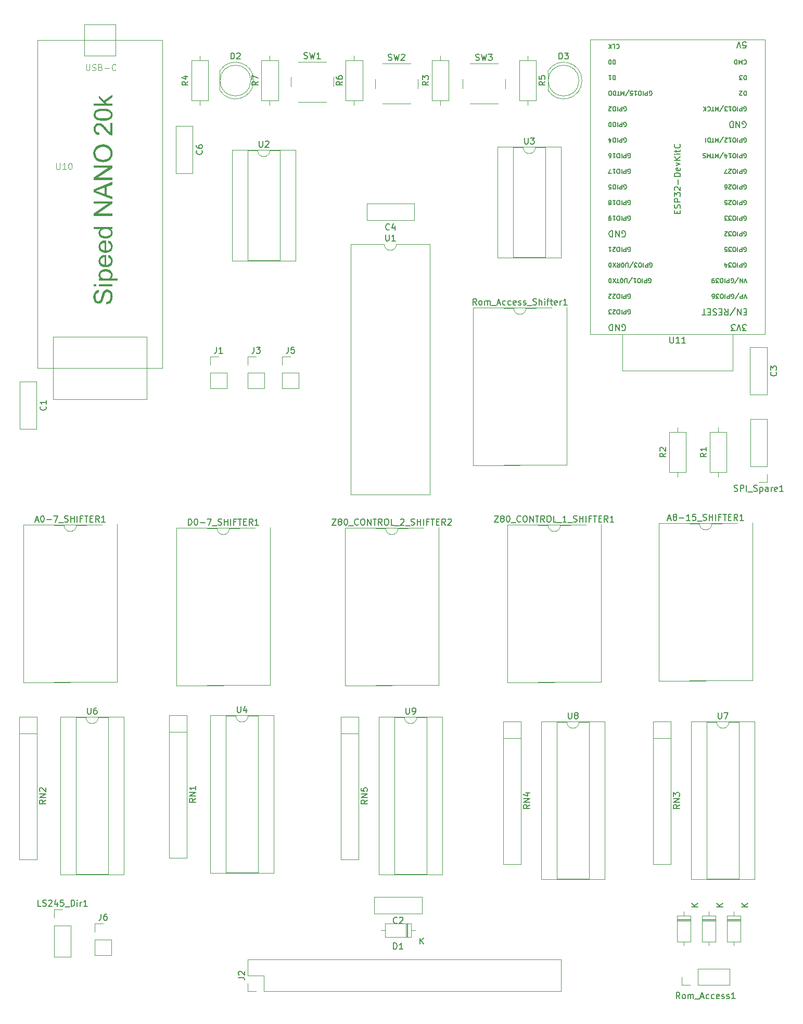
<source format=gbr>
%TF.GenerationSoftware,KiCad,Pcbnew,8.0.5*%
%TF.CreationDate,2024-10-04T15:32:28-04:00*%
%TF.ProjectId,FujiNet_5.0,46756a69-4e65-4745-9f35-2e302e6b6963,rev?*%
%TF.SameCoordinates,Original*%
%TF.FileFunction,Legend,Top*%
%TF.FilePolarity,Positive*%
%FSLAX46Y46*%
G04 Gerber Fmt 4.6, Leading zero omitted, Abs format (unit mm)*
G04 Created by KiCad (PCBNEW 8.0.5) date 2024-10-04 15:32:28*
%MOMM*%
%LPD*%
G01*
G04 APERTURE LIST*
%ADD10C,0.150000*%
%ADD11C,0.100000*%
%ADD12C,0.120000*%
G04 APERTURE END LIST*
D10*
X135244819Y-84494666D02*
X134768628Y-84827999D01*
X135244819Y-85066094D02*
X134244819Y-85066094D01*
X134244819Y-85066094D02*
X134244819Y-84685142D01*
X134244819Y-84685142D02*
X134292438Y-84589904D01*
X134292438Y-84589904D02*
X134340057Y-84542285D01*
X134340057Y-84542285D02*
X134435295Y-84494666D01*
X134435295Y-84494666D02*
X134578152Y-84494666D01*
X134578152Y-84494666D02*
X134673390Y-84542285D01*
X134673390Y-84542285D02*
X134721009Y-84589904D01*
X134721009Y-84589904D02*
X134768628Y-84685142D01*
X134768628Y-84685142D02*
X134768628Y-85066094D01*
X135244819Y-83542285D02*
X135244819Y-84113713D01*
X135244819Y-83827999D02*
X134244819Y-83827999D01*
X134244819Y-83827999D02*
X134387676Y-83923237D01*
X134387676Y-83923237D02*
X134482914Y-84018475D01*
X134482914Y-84018475D02*
X134530533Y-84113713D01*
X52130819Y-140644476D02*
X51654628Y-140977809D01*
X52130819Y-141215904D02*
X51130819Y-141215904D01*
X51130819Y-141215904D02*
X51130819Y-140834952D01*
X51130819Y-140834952D02*
X51178438Y-140739714D01*
X51178438Y-140739714D02*
X51226057Y-140692095D01*
X51226057Y-140692095D02*
X51321295Y-140644476D01*
X51321295Y-140644476D02*
X51464152Y-140644476D01*
X51464152Y-140644476D02*
X51559390Y-140692095D01*
X51559390Y-140692095D02*
X51607009Y-140739714D01*
X51607009Y-140739714D02*
X51654628Y-140834952D01*
X51654628Y-140834952D02*
X51654628Y-141215904D01*
X52130819Y-140215904D02*
X51130819Y-140215904D01*
X51130819Y-140215904D02*
X52130819Y-139644476D01*
X52130819Y-139644476D02*
X51130819Y-139644476D01*
X52130819Y-138644476D02*
X52130819Y-139215904D01*
X52130819Y-138930190D02*
X51130819Y-138930190D01*
X51130819Y-138930190D02*
X51273676Y-139025428D01*
X51273676Y-139025428D02*
X51368914Y-139120666D01*
X51368914Y-139120666D02*
X51416533Y-139215904D01*
X50916819Y-24042666D02*
X50440628Y-24375999D01*
X50916819Y-24614094D02*
X49916819Y-24614094D01*
X49916819Y-24614094D02*
X49916819Y-24233142D01*
X49916819Y-24233142D02*
X49964438Y-24137904D01*
X49964438Y-24137904D02*
X50012057Y-24090285D01*
X50012057Y-24090285D02*
X50107295Y-24042666D01*
X50107295Y-24042666D02*
X50250152Y-24042666D01*
X50250152Y-24042666D02*
X50345390Y-24090285D01*
X50345390Y-24090285D02*
X50393009Y-24137904D01*
X50393009Y-24137904D02*
X50440628Y-24233142D01*
X50440628Y-24233142D02*
X50440628Y-24614094D01*
X50250152Y-23185523D02*
X50916819Y-23185523D01*
X49869200Y-23423618D02*
X50583485Y-23661713D01*
X50583485Y-23661713D02*
X50583485Y-23042666D01*
X141954819Y-158249904D02*
X140954819Y-158249904D01*
X141954819Y-157678476D02*
X141383390Y-158107047D01*
X140954819Y-157678476D02*
X141526247Y-158249904D01*
X129317905Y-65562819D02*
X129317905Y-66372342D01*
X129317905Y-66372342D02*
X129365524Y-66467580D01*
X129365524Y-66467580D02*
X129413143Y-66515200D01*
X129413143Y-66515200D02*
X129508381Y-66562819D01*
X129508381Y-66562819D02*
X129698857Y-66562819D01*
X129698857Y-66562819D02*
X129794095Y-66515200D01*
X129794095Y-66515200D02*
X129841714Y-66467580D01*
X129841714Y-66467580D02*
X129889333Y-66372342D01*
X129889333Y-66372342D02*
X129889333Y-65562819D01*
X130889333Y-66562819D02*
X130317905Y-66562819D01*
X130603619Y-66562819D02*
X130603619Y-65562819D01*
X130603619Y-65562819D02*
X130508381Y-65705676D01*
X130508381Y-65705676D02*
X130413143Y-65800914D01*
X130413143Y-65800914D02*
X130317905Y-65848533D01*
X131841714Y-66562819D02*
X131270286Y-66562819D01*
X131556000Y-66562819D02*
X131556000Y-65562819D01*
X131556000Y-65562819D02*
X131460762Y-65705676D01*
X131460762Y-65705676D02*
X131365524Y-65800914D01*
X131365524Y-65800914D02*
X131270286Y-65848533D01*
X130487009Y-45473237D02*
X130487009Y-45139904D01*
X131010819Y-44997047D02*
X131010819Y-45473237D01*
X131010819Y-45473237D02*
X130010819Y-45473237D01*
X130010819Y-45473237D02*
X130010819Y-44997047D01*
X130963200Y-44616094D02*
X131010819Y-44473237D01*
X131010819Y-44473237D02*
X131010819Y-44235142D01*
X131010819Y-44235142D02*
X130963200Y-44139904D01*
X130963200Y-44139904D02*
X130915580Y-44092285D01*
X130915580Y-44092285D02*
X130820342Y-44044666D01*
X130820342Y-44044666D02*
X130725104Y-44044666D01*
X130725104Y-44044666D02*
X130629866Y-44092285D01*
X130629866Y-44092285D02*
X130582247Y-44139904D01*
X130582247Y-44139904D02*
X130534628Y-44235142D01*
X130534628Y-44235142D02*
X130487009Y-44425618D01*
X130487009Y-44425618D02*
X130439390Y-44520856D01*
X130439390Y-44520856D02*
X130391771Y-44568475D01*
X130391771Y-44568475D02*
X130296533Y-44616094D01*
X130296533Y-44616094D02*
X130201295Y-44616094D01*
X130201295Y-44616094D02*
X130106057Y-44568475D01*
X130106057Y-44568475D02*
X130058438Y-44520856D01*
X130058438Y-44520856D02*
X130010819Y-44425618D01*
X130010819Y-44425618D02*
X130010819Y-44187523D01*
X130010819Y-44187523D02*
X130058438Y-44044666D01*
X131010819Y-43616094D02*
X130010819Y-43616094D01*
X130010819Y-43616094D02*
X130010819Y-43235142D01*
X130010819Y-43235142D02*
X130058438Y-43139904D01*
X130058438Y-43139904D02*
X130106057Y-43092285D01*
X130106057Y-43092285D02*
X130201295Y-43044666D01*
X130201295Y-43044666D02*
X130344152Y-43044666D01*
X130344152Y-43044666D02*
X130439390Y-43092285D01*
X130439390Y-43092285D02*
X130487009Y-43139904D01*
X130487009Y-43139904D02*
X130534628Y-43235142D01*
X130534628Y-43235142D02*
X130534628Y-43616094D01*
X130010819Y-42711332D02*
X130010819Y-42092285D01*
X130010819Y-42092285D02*
X130391771Y-42425618D01*
X130391771Y-42425618D02*
X130391771Y-42282761D01*
X130391771Y-42282761D02*
X130439390Y-42187523D01*
X130439390Y-42187523D02*
X130487009Y-42139904D01*
X130487009Y-42139904D02*
X130582247Y-42092285D01*
X130582247Y-42092285D02*
X130820342Y-42092285D01*
X130820342Y-42092285D02*
X130915580Y-42139904D01*
X130915580Y-42139904D02*
X130963200Y-42187523D01*
X130963200Y-42187523D02*
X131010819Y-42282761D01*
X131010819Y-42282761D02*
X131010819Y-42568475D01*
X131010819Y-42568475D02*
X130963200Y-42663713D01*
X130963200Y-42663713D02*
X130915580Y-42711332D01*
X130106057Y-41711332D02*
X130058438Y-41663713D01*
X130058438Y-41663713D02*
X130010819Y-41568475D01*
X130010819Y-41568475D02*
X130010819Y-41330380D01*
X130010819Y-41330380D02*
X130058438Y-41235142D01*
X130058438Y-41235142D02*
X130106057Y-41187523D01*
X130106057Y-41187523D02*
X130201295Y-41139904D01*
X130201295Y-41139904D02*
X130296533Y-41139904D01*
X130296533Y-41139904D02*
X130439390Y-41187523D01*
X130439390Y-41187523D02*
X131010819Y-41758951D01*
X131010819Y-41758951D02*
X131010819Y-41139904D01*
X130629866Y-40711332D02*
X130629866Y-39949428D01*
X131010819Y-39473237D02*
X130010819Y-39473237D01*
X130010819Y-39473237D02*
X130010819Y-39235142D01*
X130010819Y-39235142D02*
X130058438Y-39092285D01*
X130058438Y-39092285D02*
X130153676Y-38997047D01*
X130153676Y-38997047D02*
X130248914Y-38949428D01*
X130248914Y-38949428D02*
X130439390Y-38901809D01*
X130439390Y-38901809D02*
X130582247Y-38901809D01*
X130582247Y-38901809D02*
X130772723Y-38949428D01*
X130772723Y-38949428D02*
X130867961Y-38997047D01*
X130867961Y-38997047D02*
X130963200Y-39092285D01*
X130963200Y-39092285D02*
X131010819Y-39235142D01*
X131010819Y-39235142D02*
X131010819Y-39473237D01*
X130963200Y-38092285D02*
X131010819Y-38187523D01*
X131010819Y-38187523D02*
X131010819Y-38377999D01*
X131010819Y-38377999D02*
X130963200Y-38473237D01*
X130963200Y-38473237D02*
X130867961Y-38520856D01*
X130867961Y-38520856D02*
X130487009Y-38520856D01*
X130487009Y-38520856D02*
X130391771Y-38473237D01*
X130391771Y-38473237D02*
X130344152Y-38377999D01*
X130344152Y-38377999D02*
X130344152Y-38187523D01*
X130344152Y-38187523D02*
X130391771Y-38092285D01*
X130391771Y-38092285D02*
X130487009Y-38044666D01*
X130487009Y-38044666D02*
X130582247Y-38044666D01*
X130582247Y-38044666D02*
X130677485Y-38520856D01*
X130344152Y-37711332D02*
X131010819Y-37473237D01*
X131010819Y-37473237D02*
X130344152Y-37235142D01*
X131010819Y-36854189D02*
X130010819Y-36854189D01*
X131010819Y-36282761D02*
X130439390Y-36711332D01*
X130010819Y-36282761D02*
X130582247Y-36854189D01*
X131010819Y-35854189D02*
X130344152Y-35854189D01*
X130010819Y-35854189D02*
X130058438Y-35901808D01*
X130058438Y-35901808D02*
X130106057Y-35854189D01*
X130106057Y-35854189D02*
X130058438Y-35806570D01*
X130058438Y-35806570D02*
X130010819Y-35854189D01*
X130010819Y-35854189D02*
X130106057Y-35854189D01*
X130344152Y-35520856D02*
X130344152Y-35139904D01*
X130010819Y-35377999D02*
X130867961Y-35377999D01*
X130867961Y-35377999D02*
X130963200Y-35330380D01*
X130963200Y-35330380D02*
X131010819Y-35235142D01*
X131010819Y-35235142D02*
X131010819Y-35139904D01*
X130915580Y-34235142D02*
X130963200Y-34282761D01*
X130963200Y-34282761D02*
X131010819Y-34425618D01*
X131010819Y-34425618D02*
X131010819Y-34520856D01*
X131010819Y-34520856D02*
X130963200Y-34663713D01*
X130963200Y-34663713D02*
X130867961Y-34758951D01*
X130867961Y-34758951D02*
X130772723Y-34806570D01*
X130772723Y-34806570D02*
X130582247Y-34854189D01*
X130582247Y-34854189D02*
X130439390Y-34854189D01*
X130439390Y-34854189D02*
X130248914Y-34806570D01*
X130248914Y-34806570D02*
X130153676Y-34758951D01*
X130153676Y-34758951D02*
X130058438Y-34663713D01*
X130058438Y-34663713D02*
X130010819Y-34520856D01*
X130010819Y-34520856D02*
X130010819Y-34425618D01*
X130010819Y-34425618D02*
X130058438Y-34282761D01*
X130058438Y-34282761D02*
X130106057Y-34235142D01*
X141720649Y-23051966D02*
X141720649Y-23751966D01*
X141720649Y-23751966D02*
X141553982Y-23751966D01*
X141553982Y-23751966D02*
X141453982Y-23718633D01*
X141453982Y-23718633D02*
X141387316Y-23651966D01*
X141387316Y-23651966D02*
X141353982Y-23585300D01*
X141353982Y-23585300D02*
X141320649Y-23451966D01*
X141320649Y-23451966D02*
X141320649Y-23351966D01*
X141320649Y-23351966D02*
X141353982Y-23218633D01*
X141353982Y-23218633D02*
X141387316Y-23151966D01*
X141387316Y-23151966D02*
X141453982Y-23085300D01*
X141453982Y-23085300D02*
X141553982Y-23051966D01*
X141553982Y-23051966D02*
X141720649Y-23051966D01*
X141087316Y-23751966D02*
X140653982Y-23751966D01*
X140653982Y-23751966D02*
X140887316Y-23485300D01*
X140887316Y-23485300D02*
X140787316Y-23485300D01*
X140787316Y-23485300D02*
X140720649Y-23451966D01*
X140720649Y-23451966D02*
X140687316Y-23418633D01*
X140687316Y-23418633D02*
X140653982Y-23351966D01*
X140653982Y-23351966D02*
X140653982Y-23185300D01*
X140653982Y-23185300D02*
X140687316Y-23118633D01*
X140687316Y-23118633D02*
X140720649Y-23085300D01*
X140720649Y-23085300D02*
X140787316Y-23051966D01*
X140787316Y-23051966D02*
X140987316Y-23051966D01*
X140987316Y-23051966D02*
X141053982Y-23085300D01*
X141053982Y-23085300D02*
X141087316Y-23118633D01*
X122491350Y-46578633D02*
X122558017Y-46611966D01*
X122558017Y-46611966D02*
X122658017Y-46611966D01*
X122658017Y-46611966D02*
X122758017Y-46578633D01*
X122758017Y-46578633D02*
X122824684Y-46511966D01*
X122824684Y-46511966D02*
X122858017Y-46445300D01*
X122858017Y-46445300D02*
X122891350Y-46311966D01*
X122891350Y-46311966D02*
X122891350Y-46211966D01*
X122891350Y-46211966D02*
X122858017Y-46078633D01*
X122858017Y-46078633D02*
X122824684Y-46011966D01*
X122824684Y-46011966D02*
X122758017Y-45945300D01*
X122758017Y-45945300D02*
X122658017Y-45911966D01*
X122658017Y-45911966D02*
X122591350Y-45911966D01*
X122591350Y-45911966D02*
X122491350Y-45945300D01*
X122491350Y-45945300D02*
X122458017Y-45978633D01*
X122458017Y-45978633D02*
X122458017Y-46211966D01*
X122458017Y-46211966D02*
X122591350Y-46211966D01*
X122158017Y-45911966D02*
X122158017Y-46611966D01*
X122158017Y-46611966D02*
X121891350Y-46611966D01*
X121891350Y-46611966D02*
X121824684Y-46578633D01*
X121824684Y-46578633D02*
X121791350Y-46545300D01*
X121791350Y-46545300D02*
X121758017Y-46478633D01*
X121758017Y-46478633D02*
X121758017Y-46378633D01*
X121758017Y-46378633D02*
X121791350Y-46311966D01*
X121791350Y-46311966D02*
X121824684Y-46278633D01*
X121824684Y-46278633D02*
X121891350Y-46245300D01*
X121891350Y-46245300D02*
X122158017Y-46245300D01*
X121458017Y-45911966D02*
X121458017Y-46611966D01*
X120991351Y-46611966D02*
X120858017Y-46611966D01*
X120858017Y-46611966D02*
X120791351Y-46578633D01*
X120791351Y-46578633D02*
X120724684Y-46511966D01*
X120724684Y-46511966D02*
X120691351Y-46378633D01*
X120691351Y-46378633D02*
X120691351Y-46145300D01*
X120691351Y-46145300D02*
X120724684Y-46011966D01*
X120724684Y-46011966D02*
X120791351Y-45945300D01*
X120791351Y-45945300D02*
X120858017Y-45911966D01*
X120858017Y-45911966D02*
X120991351Y-45911966D01*
X120991351Y-45911966D02*
X121058017Y-45945300D01*
X121058017Y-45945300D02*
X121124684Y-46011966D01*
X121124684Y-46011966D02*
X121158017Y-46145300D01*
X121158017Y-46145300D02*
X121158017Y-46378633D01*
X121158017Y-46378633D02*
X121124684Y-46511966D01*
X121124684Y-46511966D02*
X121058017Y-46578633D01*
X121058017Y-46578633D02*
X120991351Y-46611966D01*
X120024684Y-45911966D02*
X120424684Y-45911966D01*
X120224684Y-45911966D02*
X120224684Y-46611966D01*
X120224684Y-46611966D02*
X120291351Y-46511966D01*
X120291351Y-46511966D02*
X120358018Y-46445300D01*
X120358018Y-46445300D02*
X120424684Y-46411966D01*
X119691351Y-45911966D02*
X119558017Y-45911966D01*
X119558017Y-45911966D02*
X119491351Y-45945300D01*
X119491351Y-45945300D02*
X119458017Y-45978633D01*
X119458017Y-45978633D02*
X119391351Y-46078633D01*
X119391351Y-46078633D02*
X119358017Y-46211966D01*
X119358017Y-46211966D02*
X119358017Y-46478633D01*
X119358017Y-46478633D02*
X119391351Y-46545300D01*
X119391351Y-46545300D02*
X119424684Y-46578633D01*
X119424684Y-46578633D02*
X119491351Y-46611966D01*
X119491351Y-46611966D02*
X119624684Y-46611966D01*
X119624684Y-46611966D02*
X119691351Y-46578633D01*
X119691351Y-46578633D02*
X119724684Y-46545300D01*
X119724684Y-46545300D02*
X119758017Y-46478633D01*
X119758017Y-46478633D02*
X119758017Y-46311966D01*
X119758017Y-46311966D02*
X119724684Y-46245300D01*
X119724684Y-46245300D02*
X119691351Y-46211966D01*
X119691351Y-46211966D02*
X119624684Y-46178633D01*
X119624684Y-46178633D02*
X119491351Y-46178633D01*
X119491351Y-46178633D02*
X119424684Y-46211966D01*
X119424684Y-46211966D02*
X119391351Y-46245300D01*
X119391351Y-46245300D02*
X119358017Y-46311966D01*
X141353982Y-54198633D02*
X141420649Y-54231966D01*
X141420649Y-54231966D02*
X141520649Y-54231966D01*
X141520649Y-54231966D02*
X141620649Y-54198633D01*
X141620649Y-54198633D02*
X141687316Y-54131966D01*
X141687316Y-54131966D02*
X141720649Y-54065300D01*
X141720649Y-54065300D02*
X141753982Y-53931966D01*
X141753982Y-53931966D02*
X141753982Y-53831966D01*
X141753982Y-53831966D02*
X141720649Y-53698633D01*
X141720649Y-53698633D02*
X141687316Y-53631966D01*
X141687316Y-53631966D02*
X141620649Y-53565300D01*
X141620649Y-53565300D02*
X141520649Y-53531966D01*
X141520649Y-53531966D02*
X141453982Y-53531966D01*
X141453982Y-53531966D02*
X141353982Y-53565300D01*
X141353982Y-53565300D02*
X141320649Y-53598633D01*
X141320649Y-53598633D02*
X141320649Y-53831966D01*
X141320649Y-53831966D02*
X141453982Y-53831966D01*
X141020649Y-53531966D02*
X141020649Y-54231966D01*
X141020649Y-54231966D02*
X140753982Y-54231966D01*
X140753982Y-54231966D02*
X140687316Y-54198633D01*
X140687316Y-54198633D02*
X140653982Y-54165300D01*
X140653982Y-54165300D02*
X140620649Y-54098633D01*
X140620649Y-54098633D02*
X140620649Y-53998633D01*
X140620649Y-53998633D02*
X140653982Y-53931966D01*
X140653982Y-53931966D02*
X140687316Y-53898633D01*
X140687316Y-53898633D02*
X140753982Y-53865300D01*
X140753982Y-53865300D02*
X141020649Y-53865300D01*
X140320649Y-53531966D02*
X140320649Y-54231966D01*
X139853983Y-54231966D02*
X139720649Y-54231966D01*
X139720649Y-54231966D02*
X139653983Y-54198633D01*
X139653983Y-54198633D02*
X139587316Y-54131966D01*
X139587316Y-54131966D02*
X139553983Y-53998633D01*
X139553983Y-53998633D02*
X139553983Y-53765300D01*
X139553983Y-53765300D02*
X139587316Y-53631966D01*
X139587316Y-53631966D02*
X139653983Y-53565300D01*
X139653983Y-53565300D02*
X139720649Y-53531966D01*
X139720649Y-53531966D02*
X139853983Y-53531966D01*
X139853983Y-53531966D02*
X139920649Y-53565300D01*
X139920649Y-53565300D02*
X139987316Y-53631966D01*
X139987316Y-53631966D02*
X140020649Y-53765300D01*
X140020649Y-53765300D02*
X140020649Y-53998633D01*
X140020649Y-53998633D02*
X139987316Y-54131966D01*
X139987316Y-54131966D02*
X139920649Y-54198633D01*
X139920649Y-54198633D02*
X139853983Y-54231966D01*
X139320650Y-54231966D02*
X138887316Y-54231966D01*
X138887316Y-54231966D02*
X139120650Y-53965300D01*
X139120650Y-53965300D02*
X139020650Y-53965300D01*
X139020650Y-53965300D02*
X138953983Y-53931966D01*
X138953983Y-53931966D02*
X138920650Y-53898633D01*
X138920650Y-53898633D02*
X138887316Y-53831966D01*
X138887316Y-53831966D02*
X138887316Y-53665300D01*
X138887316Y-53665300D02*
X138920650Y-53598633D01*
X138920650Y-53598633D02*
X138953983Y-53565300D01*
X138953983Y-53565300D02*
X139020650Y-53531966D01*
X139020650Y-53531966D02*
X139220650Y-53531966D01*
X139220650Y-53531966D02*
X139287316Y-53565300D01*
X139287316Y-53565300D02*
X139320650Y-53598633D01*
X138287316Y-53998633D02*
X138287316Y-53531966D01*
X138453983Y-54265300D02*
X138620649Y-53765300D01*
X138620649Y-53765300D02*
X138187316Y-53765300D01*
X141353982Y-49118633D02*
X141420649Y-49151966D01*
X141420649Y-49151966D02*
X141520649Y-49151966D01*
X141520649Y-49151966D02*
X141620649Y-49118633D01*
X141620649Y-49118633D02*
X141687316Y-49051966D01*
X141687316Y-49051966D02*
X141720649Y-48985300D01*
X141720649Y-48985300D02*
X141753982Y-48851966D01*
X141753982Y-48851966D02*
X141753982Y-48751966D01*
X141753982Y-48751966D02*
X141720649Y-48618633D01*
X141720649Y-48618633D02*
X141687316Y-48551966D01*
X141687316Y-48551966D02*
X141620649Y-48485300D01*
X141620649Y-48485300D02*
X141520649Y-48451966D01*
X141520649Y-48451966D02*
X141453982Y-48451966D01*
X141453982Y-48451966D02*
X141353982Y-48485300D01*
X141353982Y-48485300D02*
X141320649Y-48518633D01*
X141320649Y-48518633D02*
X141320649Y-48751966D01*
X141320649Y-48751966D02*
X141453982Y-48751966D01*
X141020649Y-48451966D02*
X141020649Y-49151966D01*
X141020649Y-49151966D02*
X140753982Y-49151966D01*
X140753982Y-49151966D02*
X140687316Y-49118633D01*
X140687316Y-49118633D02*
X140653982Y-49085300D01*
X140653982Y-49085300D02*
X140620649Y-49018633D01*
X140620649Y-49018633D02*
X140620649Y-48918633D01*
X140620649Y-48918633D02*
X140653982Y-48851966D01*
X140653982Y-48851966D02*
X140687316Y-48818633D01*
X140687316Y-48818633D02*
X140753982Y-48785300D01*
X140753982Y-48785300D02*
X141020649Y-48785300D01*
X140320649Y-48451966D02*
X140320649Y-49151966D01*
X139853983Y-49151966D02*
X139720649Y-49151966D01*
X139720649Y-49151966D02*
X139653983Y-49118633D01*
X139653983Y-49118633D02*
X139587316Y-49051966D01*
X139587316Y-49051966D02*
X139553983Y-48918633D01*
X139553983Y-48918633D02*
X139553983Y-48685300D01*
X139553983Y-48685300D02*
X139587316Y-48551966D01*
X139587316Y-48551966D02*
X139653983Y-48485300D01*
X139653983Y-48485300D02*
X139720649Y-48451966D01*
X139720649Y-48451966D02*
X139853983Y-48451966D01*
X139853983Y-48451966D02*
X139920649Y-48485300D01*
X139920649Y-48485300D02*
X139987316Y-48551966D01*
X139987316Y-48551966D02*
X140020649Y-48685300D01*
X140020649Y-48685300D02*
X140020649Y-48918633D01*
X140020649Y-48918633D02*
X139987316Y-49051966D01*
X139987316Y-49051966D02*
X139920649Y-49118633D01*
X139920649Y-49118633D02*
X139853983Y-49151966D01*
X139320650Y-49151966D02*
X138887316Y-49151966D01*
X138887316Y-49151966D02*
X139120650Y-48885300D01*
X139120650Y-48885300D02*
X139020650Y-48885300D01*
X139020650Y-48885300D02*
X138953983Y-48851966D01*
X138953983Y-48851966D02*
X138920650Y-48818633D01*
X138920650Y-48818633D02*
X138887316Y-48751966D01*
X138887316Y-48751966D02*
X138887316Y-48585300D01*
X138887316Y-48585300D02*
X138920650Y-48518633D01*
X138920650Y-48518633D02*
X138953983Y-48485300D01*
X138953983Y-48485300D02*
X139020650Y-48451966D01*
X139020650Y-48451966D02*
X139220650Y-48451966D01*
X139220650Y-48451966D02*
X139287316Y-48485300D01*
X139287316Y-48485300D02*
X139320650Y-48518633D01*
X138620649Y-49085300D02*
X138587316Y-49118633D01*
X138587316Y-49118633D02*
X138520649Y-49151966D01*
X138520649Y-49151966D02*
X138353983Y-49151966D01*
X138353983Y-49151966D02*
X138287316Y-49118633D01*
X138287316Y-49118633D02*
X138253983Y-49085300D01*
X138253983Y-49085300D02*
X138220649Y-49018633D01*
X138220649Y-49018633D02*
X138220649Y-48951966D01*
X138220649Y-48951966D02*
X138253983Y-48851966D01*
X138253983Y-48851966D02*
X138653983Y-48451966D01*
X138653983Y-48451966D02*
X138220649Y-48451966D01*
X121824683Y-31338633D02*
X121891350Y-31371966D01*
X121891350Y-31371966D02*
X121991350Y-31371966D01*
X121991350Y-31371966D02*
X122091350Y-31338633D01*
X122091350Y-31338633D02*
X122158017Y-31271966D01*
X122158017Y-31271966D02*
X122191350Y-31205300D01*
X122191350Y-31205300D02*
X122224683Y-31071966D01*
X122224683Y-31071966D02*
X122224683Y-30971966D01*
X122224683Y-30971966D02*
X122191350Y-30838633D01*
X122191350Y-30838633D02*
X122158017Y-30771966D01*
X122158017Y-30771966D02*
X122091350Y-30705300D01*
X122091350Y-30705300D02*
X121991350Y-30671966D01*
X121991350Y-30671966D02*
X121924683Y-30671966D01*
X121924683Y-30671966D02*
X121824683Y-30705300D01*
X121824683Y-30705300D02*
X121791350Y-30738633D01*
X121791350Y-30738633D02*
X121791350Y-30971966D01*
X121791350Y-30971966D02*
X121924683Y-30971966D01*
X121491350Y-30671966D02*
X121491350Y-31371966D01*
X121491350Y-31371966D02*
X121224683Y-31371966D01*
X121224683Y-31371966D02*
X121158017Y-31338633D01*
X121158017Y-31338633D02*
X121124683Y-31305300D01*
X121124683Y-31305300D02*
X121091350Y-31238633D01*
X121091350Y-31238633D02*
X121091350Y-31138633D01*
X121091350Y-31138633D02*
X121124683Y-31071966D01*
X121124683Y-31071966D02*
X121158017Y-31038633D01*
X121158017Y-31038633D02*
X121224683Y-31005300D01*
X121224683Y-31005300D02*
X121491350Y-31005300D01*
X120791350Y-30671966D02*
X120791350Y-31371966D01*
X120324684Y-31371966D02*
X120191350Y-31371966D01*
X120191350Y-31371966D02*
X120124684Y-31338633D01*
X120124684Y-31338633D02*
X120058017Y-31271966D01*
X120058017Y-31271966D02*
X120024684Y-31138633D01*
X120024684Y-31138633D02*
X120024684Y-30905300D01*
X120024684Y-30905300D02*
X120058017Y-30771966D01*
X120058017Y-30771966D02*
X120124684Y-30705300D01*
X120124684Y-30705300D02*
X120191350Y-30671966D01*
X120191350Y-30671966D02*
X120324684Y-30671966D01*
X120324684Y-30671966D02*
X120391350Y-30705300D01*
X120391350Y-30705300D02*
X120458017Y-30771966D01*
X120458017Y-30771966D02*
X120491350Y-30905300D01*
X120491350Y-30905300D02*
X120491350Y-31138633D01*
X120491350Y-31138633D02*
X120458017Y-31271966D01*
X120458017Y-31271966D02*
X120391350Y-31338633D01*
X120391350Y-31338633D02*
X120324684Y-31371966D01*
X119591351Y-31371966D02*
X119524684Y-31371966D01*
X119524684Y-31371966D02*
X119458017Y-31338633D01*
X119458017Y-31338633D02*
X119424684Y-31305300D01*
X119424684Y-31305300D02*
X119391351Y-31238633D01*
X119391351Y-31238633D02*
X119358017Y-31105300D01*
X119358017Y-31105300D02*
X119358017Y-30938633D01*
X119358017Y-30938633D02*
X119391351Y-30805300D01*
X119391351Y-30805300D02*
X119424684Y-30738633D01*
X119424684Y-30738633D02*
X119458017Y-30705300D01*
X119458017Y-30705300D02*
X119524684Y-30671966D01*
X119524684Y-30671966D02*
X119591351Y-30671966D01*
X119591351Y-30671966D02*
X119658017Y-30705300D01*
X119658017Y-30705300D02*
X119691351Y-30738633D01*
X119691351Y-30738633D02*
X119724684Y-30805300D01*
X119724684Y-30805300D02*
X119758017Y-30938633D01*
X119758017Y-30938633D02*
X119758017Y-31105300D01*
X119758017Y-31105300D02*
X119724684Y-31238633D01*
X119724684Y-31238633D02*
X119691351Y-31305300D01*
X119691351Y-31305300D02*
X119658017Y-31338633D01*
X119658017Y-31338633D02*
X119591351Y-31371966D01*
X141820649Y-56771966D02*
X141587316Y-56071966D01*
X141587316Y-56071966D02*
X141353982Y-56771966D01*
X141120649Y-56071966D02*
X141120649Y-56771966D01*
X141120649Y-56771966D02*
X140720649Y-56071966D01*
X140720649Y-56071966D02*
X140720649Y-56771966D01*
X139887316Y-56805300D02*
X140487316Y-55905300D01*
X139287316Y-56738633D02*
X139353983Y-56771966D01*
X139353983Y-56771966D02*
X139453983Y-56771966D01*
X139453983Y-56771966D02*
X139553983Y-56738633D01*
X139553983Y-56738633D02*
X139620650Y-56671966D01*
X139620650Y-56671966D02*
X139653983Y-56605300D01*
X139653983Y-56605300D02*
X139687316Y-56471966D01*
X139687316Y-56471966D02*
X139687316Y-56371966D01*
X139687316Y-56371966D02*
X139653983Y-56238633D01*
X139653983Y-56238633D02*
X139620650Y-56171966D01*
X139620650Y-56171966D02*
X139553983Y-56105300D01*
X139553983Y-56105300D02*
X139453983Y-56071966D01*
X139453983Y-56071966D02*
X139387316Y-56071966D01*
X139387316Y-56071966D02*
X139287316Y-56105300D01*
X139287316Y-56105300D02*
X139253983Y-56138633D01*
X139253983Y-56138633D02*
X139253983Y-56371966D01*
X139253983Y-56371966D02*
X139387316Y-56371966D01*
X138953983Y-56071966D02*
X138953983Y-56771966D01*
X138953983Y-56771966D02*
X138687316Y-56771966D01*
X138687316Y-56771966D02*
X138620650Y-56738633D01*
X138620650Y-56738633D02*
X138587316Y-56705300D01*
X138587316Y-56705300D02*
X138553983Y-56638633D01*
X138553983Y-56638633D02*
X138553983Y-56538633D01*
X138553983Y-56538633D02*
X138587316Y-56471966D01*
X138587316Y-56471966D02*
X138620650Y-56438633D01*
X138620650Y-56438633D02*
X138687316Y-56405300D01*
X138687316Y-56405300D02*
X138953983Y-56405300D01*
X138253983Y-56071966D02*
X138253983Y-56771966D01*
X137787317Y-56771966D02*
X137653983Y-56771966D01*
X137653983Y-56771966D02*
X137587317Y-56738633D01*
X137587317Y-56738633D02*
X137520650Y-56671966D01*
X137520650Y-56671966D02*
X137487317Y-56538633D01*
X137487317Y-56538633D02*
X137487317Y-56305300D01*
X137487317Y-56305300D02*
X137520650Y-56171966D01*
X137520650Y-56171966D02*
X137587317Y-56105300D01*
X137587317Y-56105300D02*
X137653983Y-56071966D01*
X137653983Y-56071966D02*
X137787317Y-56071966D01*
X137787317Y-56071966D02*
X137853983Y-56105300D01*
X137853983Y-56105300D02*
X137920650Y-56171966D01*
X137920650Y-56171966D02*
X137953983Y-56305300D01*
X137953983Y-56305300D02*
X137953983Y-56538633D01*
X137953983Y-56538633D02*
X137920650Y-56671966D01*
X137920650Y-56671966D02*
X137853983Y-56738633D01*
X137853983Y-56738633D02*
X137787317Y-56771966D01*
X137253984Y-56771966D02*
X136820650Y-56771966D01*
X136820650Y-56771966D02*
X137053984Y-56505300D01*
X137053984Y-56505300D02*
X136953984Y-56505300D01*
X136953984Y-56505300D02*
X136887317Y-56471966D01*
X136887317Y-56471966D02*
X136853984Y-56438633D01*
X136853984Y-56438633D02*
X136820650Y-56371966D01*
X136820650Y-56371966D02*
X136820650Y-56205300D01*
X136820650Y-56205300D02*
X136853984Y-56138633D01*
X136853984Y-56138633D02*
X136887317Y-56105300D01*
X136887317Y-56105300D02*
X136953984Y-56071966D01*
X136953984Y-56071966D02*
X137153984Y-56071966D01*
X137153984Y-56071966D02*
X137220650Y-56105300D01*
X137220650Y-56105300D02*
X137253984Y-56138633D01*
X136487317Y-56071966D02*
X136353983Y-56071966D01*
X136353983Y-56071966D02*
X136287317Y-56105300D01*
X136287317Y-56105300D02*
X136253983Y-56138633D01*
X136253983Y-56138633D02*
X136187317Y-56238633D01*
X136187317Y-56238633D02*
X136153983Y-56371966D01*
X136153983Y-56371966D02*
X136153983Y-56638633D01*
X136153983Y-56638633D02*
X136187317Y-56705300D01*
X136187317Y-56705300D02*
X136220650Y-56738633D01*
X136220650Y-56738633D02*
X136287317Y-56771966D01*
X136287317Y-56771966D02*
X136420650Y-56771966D01*
X136420650Y-56771966D02*
X136487317Y-56738633D01*
X136487317Y-56738633D02*
X136520650Y-56705300D01*
X136520650Y-56705300D02*
X136553983Y-56638633D01*
X136553983Y-56638633D02*
X136553983Y-56471966D01*
X136553983Y-56471966D02*
X136520650Y-56405300D01*
X136520650Y-56405300D02*
X136487317Y-56371966D01*
X136487317Y-56371966D02*
X136420650Y-56338633D01*
X136420650Y-56338633D02*
X136287317Y-56338633D01*
X136287317Y-56338633D02*
X136220650Y-56371966D01*
X136220650Y-56371966D02*
X136187317Y-56405300D01*
X136187317Y-56405300D02*
X136153983Y-56471966D01*
X141353982Y-36418633D02*
X141420649Y-36451966D01*
X141420649Y-36451966D02*
X141520649Y-36451966D01*
X141520649Y-36451966D02*
X141620649Y-36418633D01*
X141620649Y-36418633D02*
X141687316Y-36351966D01*
X141687316Y-36351966D02*
X141720649Y-36285300D01*
X141720649Y-36285300D02*
X141753982Y-36151966D01*
X141753982Y-36151966D02*
X141753982Y-36051966D01*
X141753982Y-36051966D02*
X141720649Y-35918633D01*
X141720649Y-35918633D02*
X141687316Y-35851966D01*
X141687316Y-35851966D02*
X141620649Y-35785300D01*
X141620649Y-35785300D02*
X141520649Y-35751966D01*
X141520649Y-35751966D02*
X141453982Y-35751966D01*
X141453982Y-35751966D02*
X141353982Y-35785300D01*
X141353982Y-35785300D02*
X141320649Y-35818633D01*
X141320649Y-35818633D02*
X141320649Y-36051966D01*
X141320649Y-36051966D02*
X141453982Y-36051966D01*
X141020649Y-35751966D02*
X141020649Y-36451966D01*
X141020649Y-36451966D02*
X140753982Y-36451966D01*
X140753982Y-36451966D02*
X140687316Y-36418633D01*
X140687316Y-36418633D02*
X140653982Y-36385300D01*
X140653982Y-36385300D02*
X140620649Y-36318633D01*
X140620649Y-36318633D02*
X140620649Y-36218633D01*
X140620649Y-36218633D02*
X140653982Y-36151966D01*
X140653982Y-36151966D02*
X140687316Y-36118633D01*
X140687316Y-36118633D02*
X140753982Y-36085300D01*
X140753982Y-36085300D02*
X141020649Y-36085300D01*
X140320649Y-35751966D02*
X140320649Y-36451966D01*
X139853983Y-36451966D02*
X139720649Y-36451966D01*
X139720649Y-36451966D02*
X139653983Y-36418633D01*
X139653983Y-36418633D02*
X139587316Y-36351966D01*
X139587316Y-36351966D02*
X139553983Y-36218633D01*
X139553983Y-36218633D02*
X139553983Y-35985300D01*
X139553983Y-35985300D02*
X139587316Y-35851966D01*
X139587316Y-35851966D02*
X139653983Y-35785300D01*
X139653983Y-35785300D02*
X139720649Y-35751966D01*
X139720649Y-35751966D02*
X139853983Y-35751966D01*
X139853983Y-35751966D02*
X139920649Y-35785300D01*
X139920649Y-35785300D02*
X139987316Y-35851966D01*
X139987316Y-35851966D02*
X140020649Y-35985300D01*
X140020649Y-35985300D02*
X140020649Y-36218633D01*
X140020649Y-36218633D02*
X139987316Y-36351966D01*
X139987316Y-36351966D02*
X139920649Y-36418633D01*
X139920649Y-36418633D02*
X139853983Y-36451966D01*
X138887316Y-35751966D02*
X139287316Y-35751966D01*
X139087316Y-35751966D02*
X139087316Y-36451966D01*
X139087316Y-36451966D02*
X139153983Y-36351966D01*
X139153983Y-36351966D02*
X139220650Y-36285300D01*
X139220650Y-36285300D02*
X139287316Y-36251966D01*
X138287316Y-36218633D02*
X138287316Y-35751966D01*
X138453983Y-36485300D02*
X138620649Y-35985300D01*
X138620649Y-35985300D02*
X138187316Y-35985300D01*
X137420649Y-36485300D02*
X138020649Y-35585300D01*
X137187316Y-35751966D02*
X137187316Y-36451966D01*
X137187316Y-36451966D02*
X136953983Y-35951966D01*
X136953983Y-35951966D02*
X136720649Y-36451966D01*
X136720649Y-36451966D02*
X136720649Y-35751966D01*
X136487316Y-36451966D02*
X136087316Y-36451966D01*
X136287316Y-35751966D02*
X136287316Y-36451966D01*
X135853983Y-35751966D02*
X135853983Y-36451966D01*
X135853983Y-36451966D02*
X135620650Y-35951966D01*
X135620650Y-35951966D02*
X135387316Y-36451966D01*
X135387316Y-36451966D02*
X135387316Y-35751966D01*
X135087316Y-35785300D02*
X134987316Y-35751966D01*
X134987316Y-35751966D02*
X134820650Y-35751966D01*
X134820650Y-35751966D02*
X134753983Y-35785300D01*
X134753983Y-35785300D02*
X134720650Y-35818633D01*
X134720650Y-35818633D02*
X134687316Y-35885300D01*
X134687316Y-35885300D02*
X134687316Y-35951966D01*
X134687316Y-35951966D02*
X134720650Y-36018633D01*
X134720650Y-36018633D02*
X134753983Y-36051966D01*
X134753983Y-36051966D02*
X134820650Y-36085300D01*
X134820650Y-36085300D02*
X134953983Y-36118633D01*
X134953983Y-36118633D02*
X135020650Y-36151966D01*
X135020650Y-36151966D02*
X135053983Y-36185300D01*
X135053983Y-36185300D02*
X135087316Y-36251966D01*
X135087316Y-36251966D02*
X135087316Y-36318633D01*
X135087316Y-36318633D02*
X135053983Y-36385300D01*
X135053983Y-36385300D02*
X135020650Y-36418633D01*
X135020650Y-36418633D02*
X134953983Y-36451966D01*
X134953983Y-36451966D02*
X134787316Y-36451966D01*
X134787316Y-36451966D02*
X134687316Y-36418633D01*
X141820649Y-59311966D02*
X141587316Y-58611966D01*
X141587316Y-58611966D02*
X141353982Y-59311966D01*
X141120649Y-58611966D02*
X141120649Y-59311966D01*
X141120649Y-59311966D02*
X140853982Y-59311966D01*
X140853982Y-59311966D02*
X140787316Y-59278633D01*
X140787316Y-59278633D02*
X140753982Y-59245300D01*
X140753982Y-59245300D02*
X140720649Y-59178633D01*
X140720649Y-59178633D02*
X140720649Y-59078633D01*
X140720649Y-59078633D02*
X140753982Y-59011966D01*
X140753982Y-59011966D02*
X140787316Y-58978633D01*
X140787316Y-58978633D02*
X140853982Y-58945300D01*
X140853982Y-58945300D02*
X141120649Y-58945300D01*
X139920649Y-59345300D02*
X140520649Y-58445300D01*
X139320649Y-59278633D02*
X139387316Y-59311966D01*
X139387316Y-59311966D02*
X139487316Y-59311966D01*
X139487316Y-59311966D02*
X139587316Y-59278633D01*
X139587316Y-59278633D02*
X139653983Y-59211966D01*
X139653983Y-59211966D02*
X139687316Y-59145300D01*
X139687316Y-59145300D02*
X139720649Y-59011966D01*
X139720649Y-59011966D02*
X139720649Y-58911966D01*
X139720649Y-58911966D02*
X139687316Y-58778633D01*
X139687316Y-58778633D02*
X139653983Y-58711966D01*
X139653983Y-58711966D02*
X139587316Y-58645300D01*
X139587316Y-58645300D02*
X139487316Y-58611966D01*
X139487316Y-58611966D02*
X139420649Y-58611966D01*
X139420649Y-58611966D02*
X139320649Y-58645300D01*
X139320649Y-58645300D02*
X139287316Y-58678633D01*
X139287316Y-58678633D02*
X139287316Y-58911966D01*
X139287316Y-58911966D02*
X139420649Y-58911966D01*
X138987316Y-58611966D02*
X138987316Y-59311966D01*
X138987316Y-59311966D02*
X138720649Y-59311966D01*
X138720649Y-59311966D02*
X138653983Y-59278633D01*
X138653983Y-59278633D02*
X138620649Y-59245300D01*
X138620649Y-59245300D02*
X138587316Y-59178633D01*
X138587316Y-59178633D02*
X138587316Y-59078633D01*
X138587316Y-59078633D02*
X138620649Y-59011966D01*
X138620649Y-59011966D02*
X138653983Y-58978633D01*
X138653983Y-58978633D02*
X138720649Y-58945300D01*
X138720649Y-58945300D02*
X138987316Y-58945300D01*
X138287316Y-58611966D02*
X138287316Y-59311966D01*
X137820650Y-59311966D02*
X137687316Y-59311966D01*
X137687316Y-59311966D02*
X137620650Y-59278633D01*
X137620650Y-59278633D02*
X137553983Y-59211966D01*
X137553983Y-59211966D02*
X137520650Y-59078633D01*
X137520650Y-59078633D02*
X137520650Y-58845300D01*
X137520650Y-58845300D02*
X137553983Y-58711966D01*
X137553983Y-58711966D02*
X137620650Y-58645300D01*
X137620650Y-58645300D02*
X137687316Y-58611966D01*
X137687316Y-58611966D02*
X137820650Y-58611966D01*
X137820650Y-58611966D02*
X137887316Y-58645300D01*
X137887316Y-58645300D02*
X137953983Y-58711966D01*
X137953983Y-58711966D02*
X137987316Y-58845300D01*
X137987316Y-58845300D02*
X137987316Y-59078633D01*
X137987316Y-59078633D02*
X137953983Y-59211966D01*
X137953983Y-59211966D02*
X137887316Y-59278633D01*
X137887316Y-59278633D02*
X137820650Y-59311966D01*
X137287317Y-59311966D02*
X136853983Y-59311966D01*
X136853983Y-59311966D02*
X137087317Y-59045300D01*
X137087317Y-59045300D02*
X136987317Y-59045300D01*
X136987317Y-59045300D02*
X136920650Y-59011966D01*
X136920650Y-59011966D02*
X136887317Y-58978633D01*
X136887317Y-58978633D02*
X136853983Y-58911966D01*
X136853983Y-58911966D02*
X136853983Y-58745300D01*
X136853983Y-58745300D02*
X136887317Y-58678633D01*
X136887317Y-58678633D02*
X136920650Y-58645300D01*
X136920650Y-58645300D02*
X136987317Y-58611966D01*
X136987317Y-58611966D02*
X137187317Y-58611966D01*
X137187317Y-58611966D02*
X137253983Y-58645300D01*
X137253983Y-58645300D02*
X137287317Y-58678633D01*
X136253983Y-59311966D02*
X136387316Y-59311966D01*
X136387316Y-59311966D02*
X136453983Y-59278633D01*
X136453983Y-59278633D02*
X136487316Y-59245300D01*
X136487316Y-59245300D02*
X136553983Y-59145300D01*
X136553983Y-59145300D02*
X136587316Y-59011966D01*
X136587316Y-59011966D02*
X136587316Y-58745300D01*
X136587316Y-58745300D02*
X136553983Y-58678633D01*
X136553983Y-58678633D02*
X136520650Y-58645300D01*
X136520650Y-58645300D02*
X136453983Y-58611966D01*
X136453983Y-58611966D02*
X136320650Y-58611966D01*
X136320650Y-58611966D02*
X136253983Y-58645300D01*
X136253983Y-58645300D02*
X136220650Y-58678633D01*
X136220650Y-58678633D02*
X136187316Y-58745300D01*
X136187316Y-58745300D02*
X136187316Y-58911966D01*
X136187316Y-58911966D02*
X136220650Y-58978633D01*
X136220650Y-58978633D02*
X136253983Y-59011966D01*
X136253983Y-59011966D02*
X136320650Y-59045300D01*
X136320650Y-59045300D02*
X136453983Y-59045300D01*
X136453983Y-59045300D02*
X136520650Y-59011966D01*
X136520650Y-59011966D02*
X136553983Y-58978633D01*
X136553983Y-58978633D02*
X136587316Y-58911966D01*
X120424684Y-23051966D02*
X120424684Y-23751966D01*
X120424684Y-23751966D02*
X120258017Y-23751966D01*
X120258017Y-23751966D02*
X120158017Y-23718633D01*
X120158017Y-23718633D02*
X120091351Y-23651966D01*
X120091351Y-23651966D02*
X120058017Y-23585300D01*
X120058017Y-23585300D02*
X120024684Y-23451966D01*
X120024684Y-23451966D02*
X120024684Y-23351966D01*
X120024684Y-23351966D02*
X120058017Y-23218633D01*
X120058017Y-23218633D02*
X120091351Y-23151966D01*
X120091351Y-23151966D02*
X120158017Y-23085300D01*
X120158017Y-23085300D02*
X120258017Y-23051966D01*
X120258017Y-23051966D02*
X120424684Y-23051966D01*
X119358017Y-23051966D02*
X119758017Y-23051966D01*
X119558017Y-23051966D02*
X119558017Y-23751966D01*
X119558017Y-23751966D02*
X119624684Y-23651966D01*
X119624684Y-23651966D02*
X119691351Y-23585300D01*
X119691351Y-23585300D02*
X119758017Y-23551966D01*
X121510398Y-64505561D02*
X121605636Y-64553180D01*
X121605636Y-64553180D02*
X121748493Y-64553180D01*
X121748493Y-64553180D02*
X121891350Y-64505561D01*
X121891350Y-64505561D02*
X121986588Y-64410323D01*
X121986588Y-64410323D02*
X122034207Y-64315085D01*
X122034207Y-64315085D02*
X122081826Y-64124609D01*
X122081826Y-64124609D02*
X122081826Y-63981752D01*
X122081826Y-63981752D02*
X122034207Y-63791276D01*
X122034207Y-63791276D02*
X121986588Y-63696038D01*
X121986588Y-63696038D02*
X121891350Y-63600800D01*
X121891350Y-63600800D02*
X121748493Y-63553180D01*
X121748493Y-63553180D02*
X121653255Y-63553180D01*
X121653255Y-63553180D02*
X121510398Y-63600800D01*
X121510398Y-63600800D02*
X121462779Y-63648419D01*
X121462779Y-63648419D02*
X121462779Y-63981752D01*
X121462779Y-63981752D02*
X121653255Y-63981752D01*
X121034207Y-63553180D02*
X121034207Y-64553180D01*
X121034207Y-64553180D02*
X120462779Y-63553180D01*
X120462779Y-63553180D02*
X120462779Y-64553180D01*
X119986588Y-63553180D02*
X119986588Y-64553180D01*
X119986588Y-64553180D02*
X119748493Y-64553180D01*
X119748493Y-64553180D02*
X119605636Y-64505561D01*
X119605636Y-64505561D02*
X119510398Y-64410323D01*
X119510398Y-64410323D02*
X119462779Y-64315085D01*
X119462779Y-64315085D02*
X119415160Y-64124609D01*
X119415160Y-64124609D02*
X119415160Y-63981752D01*
X119415160Y-63981752D02*
X119462779Y-63791276D01*
X119462779Y-63791276D02*
X119510398Y-63696038D01*
X119510398Y-63696038D02*
X119605636Y-63600800D01*
X119605636Y-63600800D02*
X119748493Y-63553180D01*
X119748493Y-63553180D02*
X119986588Y-63553180D01*
X141353982Y-44038633D02*
X141420649Y-44071966D01*
X141420649Y-44071966D02*
X141520649Y-44071966D01*
X141520649Y-44071966D02*
X141620649Y-44038633D01*
X141620649Y-44038633D02*
X141687316Y-43971966D01*
X141687316Y-43971966D02*
X141720649Y-43905300D01*
X141720649Y-43905300D02*
X141753982Y-43771966D01*
X141753982Y-43771966D02*
X141753982Y-43671966D01*
X141753982Y-43671966D02*
X141720649Y-43538633D01*
X141720649Y-43538633D02*
X141687316Y-43471966D01*
X141687316Y-43471966D02*
X141620649Y-43405300D01*
X141620649Y-43405300D02*
X141520649Y-43371966D01*
X141520649Y-43371966D02*
X141453982Y-43371966D01*
X141453982Y-43371966D02*
X141353982Y-43405300D01*
X141353982Y-43405300D02*
X141320649Y-43438633D01*
X141320649Y-43438633D02*
X141320649Y-43671966D01*
X141320649Y-43671966D02*
X141453982Y-43671966D01*
X141020649Y-43371966D02*
X141020649Y-44071966D01*
X141020649Y-44071966D02*
X140753982Y-44071966D01*
X140753982Y-44071966D02*
X140687316Y-44038633D01*
X140687316Y-44038633D02*
X140653982Y-44005300D01*
X140653982Y-44005300D02*
X140620649Y-43938633D01*
X140620649Y-43938633D02*
X140620649Y-43838633D01*
X140620649Y-43838633D02*
X140653982Y-43771966D01*
X140653982Y-43771966D02*
X140687316Y-43738633D01*
X140687316Y-43738633D02*
X140753982Y-43705300D01*
X140753982Y-43705300D02*
X141020649Y-43705300D01*
X140320649Y-43371966D02*
X140320649Y-44071966D01*
X139853983Y-44071966D02*
X139720649Y-44071966D01*
X139720649Y-44071966D02*
X139653983Y-44038633D01*
X139653983Y-44038633D02*
X139587316Y-43971966D01*
X139587316Y-43971966D02*
X139553983Y-43838633D01*
X139553983Y-43838633D02*
X139553983Y-43605300D01*
X139553983Y-43605300D02*
X139587316Y-43471966D01*
X139587316Y-43471966D02*
X139653983Y-43405300D01*
X139653983Y-43405300D02*
X139720649Y-43371966D01*
X139720649Y-43371966D02*
X139853983Y-43371966D01*
X139853983Y-43371966D02*
X139920649Y-43405300D01*
X139920649Y-43405300D02*
X139987316Y-43471966D01*
X139987316Y-43471966D02*
X140020649Y-43605300D01*
X140020649Y-43605300D02*
X140020649Y-43838633D01*
X140020649Y-43838633D02*
X139987316Y-43971966D01*
X139987316Y-43971966D02*
X139920649Y-44038633D01*
X139920649Y-44038633D02*
X139853983Y-44071966D01*
X139287316Y-44005300D02*
X139253983Y-44038633D01*
X139253983Y-44038633D02*
X139187316Y-44071966D01*
X139187316Y-44071966D02*
X139020650Y-44071966D01*
X139020650Y-44071966D02*
X138953983Y-44038633D01*
X138953983Y-44038633D02*
X138920650Y-44005300D01*
X138920650Y-44005300D02*
X138887316Y-43938633D01*
X138887316Y-43938633D02*
X138887316Y-43871966D01*
X138887316Y-43871966D02*
X138920650Y-43771966D01*
X138920650Y-43771966D02*
X139320650Y-43371966D01*
X139320650Y-43371966D02*
X138887316Y-43371966D01*
X138253983Y-44071966D02*
X138587316Y-44071966D01*
X138587316Y-44071966D02*
X138620649Y-43738633D01*
X138620649Y-43738633D02*
X138587316Y-43771966D01*
X138587316Y-43771966D02*
X138520649Y-43805300D01*
X138520649Y-43805300D02*
X138353983Y-43805300D01*
X138353983Y-43805300D02*
X138287316Y-43771966D01*
X138287316Y-43771966D02*
X138253983Y-43738633D01*
X138253983Y-43738633D02*
X138220649Y-43671966D01*
X138220649Y-43671966D02*
X138220649Y-43505300D01*
X138220649Y-43505300D02*
X138253983Y-43438633D01*
X138253983Y-43438633D02*
X138287316Y-43405300D01*
X138287316Y-43405300D02*
X138353983Y-43371966D01*
X138353983Y-43371966D02*
X138520649Y-43371966D01*
X138520649Y-43371966D02*
X138587316Y-43405300D01*
X138587316Y-43405300D02*
X138620649Y-43438633D01*
X121824683Y-41498633D02*
X121891350Y-41531966D01*
X121891350Y-41531966D02*
X121991350Y-41531966D01*
X121991350Y-41531966D02*
X122091350Y-41498633D01*
X122091350Y-41498633D02*
X122158017Y-41431966D01*
X122158017Y-41431966D02*
X122191350Y-41365300D01*
X122191350Y-41365300D02*
X122224683Y-41231966D01*
X122224683Y-41231966D02*
X122224683Y-41131966D01*
X122224683Y-41131966D02*
X122191350Y-40998633D01*
X122191350Y-40998633D02*
X122158017Y-40931966D01*
X122158017Y-40931966D02*
X122091350Y-40865300D01*
X122091350Y-40865300D02*
X121991350Y-40831966D01*
X121991350Y-40831966D02*
X121924683Y-40831966D01*
X121924683Y-40831966D02*
X121824683Y-40865300D01*
X121824683Y-40865300D02*
X121791350Y-40898633D01*
X121791350Y-40898633D02*
X121791350Y-41131966D01*
X121791350Y-41131966D02*
X121924683Y-41131966D01*
X121491350Y-40831966D02*
X121491350Y-41531966D01*
X121491350Y-41531966D02*
X121224683Y-41531966D01*
X121224683Y-41531966D02*
X121158017Y-41498633D01*
X121158017Y-41498633D02*
X121124683Y-41465300D01*
X121124683Y-41465300D02*
X121091350Y-41398633D01*
X121091350Y-41398633D02*
X121091350Y-41298633D01*
X121091350Y-41298633D02*
X121124683Y-41231966D01*
X121124683Y-41231966D02*
X121158017Y-41198633D01*
X121158017Y-41198633D02*
X121224683Y-41165300D01*
X121224683Y-41165300D02*
X121491350Y-41165300D01*
X120791350Y-40831966D02*
X120791350Y-41531966D01*
X120324684Y-41531966D02*
X120191350Y-41531966D01*
X120191350Y-41531966D02*
X120124684Y-41498633D01*
X120124684Y-41498633D02*
X120058017Y-41431966D01*
X120058017Y-41431966D02*
X120024684Y-41298633D01*
X120024684Y-41298633D02*
X120024684Y-41065300D01*
X120024684Y-41065300D02*
X120058017Y-40931966D01*
X120058017Y-40931966D02*
X120124684Y-40865300D01*
X120124684Y-40865300D02*
X120191350Y-40831966D01*
X120191350Y-40831966D02*
X120324684Y-40831966D01*
X120324684Y-40831966D02*
X120391350Y-40865300D01*
X120391350Y-40865300D02*
X120458017Y-40931966D01*
X120458017Y-40931966D02*
X120491350Y-41065300D01*
X120491350Y-41065300D02*
X120491350Y-41298633D01*
X120491350Y-41298633D02*
X120458017Y-41431966D01*
X120458017Y-41431966D02*
X120391350Y-41498633D01*
X120391350Y-41498633D02*
X120324684Y-41531966D01*
X119391351Y-41531966D02*
X119724684Y-41531966D01*
X119724684Y-41531966D02*
X119758017Y-41198633D01*
X119758017Y-41198633D02*
X119724684Y-41231966D01*
X119724684Y-41231966D02*
X119658017Y-41265300D01*
X119658017Y-41265300D02*
X119491351Y-41265300D01*
X119491351Y-41265300D02*
X119424684Y-41231966D01*
X119424684Y-41231966D02*
X119391351Y-41198633D01*
X119391351Y-41198633D02*
X119358017Y-41131966D01*
X119358017Y-41131966D02*
X119358017Y-40965300D01*
X119358017Y-40965300D02*
X119391351Y-40898633D01*
X119391351Y-40898633D02*
X119424684Y-40865300D01*
X119424684Y-40865300D02*
X119491351Y-40831966D01*
X119491351Y-40831966D02*
X119658017Y-40831966D01*
X119658017Y-40831966D02*
X119724684Y-40865300D01*
X119724684Y-40865300D02*
X119758017Y-40898633D01*
X141754078Y-61539710D02*
X141420745Y-61539710D01*
X141277888Y-61015900D02*
X141754078Y-61015900D01*
X141754078Y-61015900D02*
X141754078Y-62015900D01*
X141754078Y-62015900D02*
X141277888Y-62015900D01*
X140849316Y-61015900D02*
X140849316Y-62015900D01*
X140849316Y-62015900D02*
X140277888Y-61015900D01*
X140277888Y-61015900D02*
X140277888Y-62015900D01*
X139087412Y-62063520D02*
X139944554Y-60777805D01*
X138182650Y-61015900D02*
X138515983Y-61492091D01*
X138754078Y-61015900D02*
X138754078Y-62015900D01*
X138754078Y-62015900D02*
X138373126Y-62015900D01*
X138373126Y-62015900D02*
X138277888Y-61968281D01*
X138277888Y-61968281D02*
X138230269Y-61920662D01*
X138230269Y-61920662D02*
X138182650Y-61825424D01*
X138182650Y-61825424D02*
X138182650Y-61682567D01*
X138182650Y-61682567D02*
X138230269Y-61587329D01*
X138230269Y-61587329D02*
X138277888Y-61539710D01*
X138277888Y-61539710D02*
X138373126Y-61492091D01*
X138373126Y-61492091D02*
X138754078Y-61492091D01*
X137754078Y-61539710D02*
X137420745Y-61539710D01*
X137277888Y-61015900D02*
X137754078Y-61015900D01*
X137754078Y-61015900D02*
X137754078Y-62015900D01*
X137754078Y-62015900D02*
X137277888Y-62015900D01*
X136896935Y-61063520D02*
X136754078Y-61015900D01*
X136754078Y-61015900D02*
X136515983Y-61015900D01*
X136515983Y-61015900D02*
X136420745Y-61063520D01*
X136420745Y-61063520D02*
X136373126Y-61111139D01*
X136373126Y-61111139D02*
X136325507Y-61206377D01*
X136325507Y-61206377D02*
X136325507Y-61301615D01*
X136325507Y-61301615D02*
X136373126Y-61396853D01*
X136373126Y-61396853D02*
X136420745Y-61444472D01*
X136420745Y-61444472D02*
X136515983Y-61492091D01*
X136515983Y-61492091D02*
X136706459Y-61539710D01*
X136706459Y-61539710D02*
X136801697Y-61587329D01*
X136801697Y-61587329D02*
X136849316Y-61634948D01*
X136849316Y-61634948D02*
X136896935Y-61730186D01*
X136896935Y-61730186D02*
X136896935Y-61825424D01*
X136896935Y-61825424D02*
X136849316Y-61920662D01*
X136849316Y-61920662D02*
X136801697Y-61968281D01*
X136801697Y-61968281D02*
X136706459Y-62015900D01*
X136706459Y-62015900D02*
X136468364Y-62015900D01*
X136468364Y-62015900D02*
X136325507Y-61968281D01*
X135896935Y-61539710D02*
X135563602Y-61539710D01*
X135420745Y-61015900D02*
X135896935Y-61015900D01*
X135896935Y-61015900D02*
X135896935Y-62015900D01*
X135896935Y-62015900D02*
X135420745Y-62015900D01*
X135135030Y-62015900D02*
X134563602Y-62015900D01*
X134849316Y-61015900D02*
X134849316Y-62015900D01*
X125858016Y-56738633D02*
X125924683Y-56771966D01*
X125924683Y-56771966D02*
X126024683Y-56771966D01*
X126024683Y-56771966D02*
X126124683Y-56738633D01*
X126124683Y-56738633D02*
X126191350Y-56671966D01*
X126191350Y-56671966D02*
X126224683Y-56605300D01*
X126224683Y-56605300D02*
X126258016Y-56471966D01*
X126258016Y-56471966D02*
X126258016Y-56371966D01*
X126258016Y-56371966D02*
X126224683Y-56238633D01*
X126224683Y-56238633D02*
X126191350Y-56171966D01*
X126191350Y-56171966D02*
X126124683Y-56105300D01*
X126124683Y-56105300D02*
X126024683Y-56071966D01*
X126024683Y-56071966D02*
X125958016Y-56071966D01*
X125958016Y-56071966D02*
X125858016Y-56105300D01*
X125858016Y-56105300D02*
X125824683Y-56138633D01*
X125824683Y-56138633D02*
X125824683Y-56371966D01*
X125824683Y-56371966D02*
X125958016Y-56371966D01*
X125524683Y-56071966D02*
X125524683Y-56771966D01*
X125524683Y-56771966D02*
X125258016Y-56771966D01*
X125258016Y-56771966D02*
X125191350Y-56738633D01*
X125191350Y-56738633D02*
X125158016Y-56705300D01*
X125158016Y-56705300D02*
X125124683Y-56638633D01*
X125124683Y-56638633D02*
X125124683Y-56538633D01*
X125124683Y-56538633D02*
X125158016Y-56471966D01*
X125158016Y-56471966D02*
X125191350Y-56438633D01*
X125191350Y-56438633D02*
X125258016Y-56405300D01*
X125258016Y-56405300D02*
X125524683Y-56405300D01*
X124824683Y-56071966D02*
X124824683Y-56771966D01*
X124358017Y-56771966D02*
X124224683Y-56771966D01*
X124224683Y-56771966D02*
X124158017Y-56738633D01*
X124158017Y-56738633D02*
X124091350Y-56671966D01*
X124091350Y-56671966D02*
X124058017Y-56538633D01*
X124058017Y-56538633D02*
X124058017Y-56305300D01*
X124058017Y-56305300D02*
X124091350Y-56171966D01*
X124091350Y-56171966D02*
X124158017Y-56105300D01*
X124158017Y-56105300D02*
X124224683Y-56071966D01*
X124224683Y-56071966D02*
X124358017Y-56071966D01*
X124358017Y-56071966D02*
X124424683Y-56105300D01*
X124424683Y-56105300D02*
X124491350Y-56171966D01*
X124491350Y-56171966D02*
X124524683Y-56305300D01*
X124524683Y-56305300D02*
X124524683Y-56538633D01*
X124524683Y-56538633D02*
X124491350Y-56671966D01*
X124491350Y-56671966D02*
X124424683Y-56738633D01*
X124424683Y-56738633D02*
X124358017Y-56771966D01*
X123391350Y-56071966D02*
X123791350Y-56071966D01*
X123591350Y-56071966D02*
X123591350Y-56771966D01*
X123591350Y-56771966D02*
X123658017Y-56671966D01*
X123658017Y-56671966D02*
X123724684Y-56605300D01*
X123724684Y-56605300D02*
X123791350Y-56571966D01*
X122591350Y-56805300D02*
X123191350Y-55905300D01*
X122358017Y-56771966D02*
X122358017Y-56205300D01*
X122358017Y-56205300D02*
X122324684Y-56138633D01*
X122324684Y-56138633D02*
X122291350Y-56105300D01*
X122291350Y-56105300D02*
X122224684Y-56071966D01*
X122224684Y-56071966D02*
X122091350Y-56071966D01*
X122091350Y-56071966D02*
X122024684Y-56105300D01*
X122024684Y-56105300D02*
X121991350Y-56138633D01*
X121991350Y-56138633D02*
X121958017Y-56205300D01*
X121958017Y-56205300D02*
X121958017Y-56771966D01*
X121491351Y-56771966D02*
X121424684Y-56771966D01*
X121424684Y-56771966D02*
X121358017Y-56738633D01*
X121358017Y-56738633D02*
X121324684Y-56705300D01*
X121324684Y-56705300D02*
X121291351Y-56638633D01*
X121291351Y-56638633D02*
X121258017Y-56505300D01*
X121258017Y-56505300D02*
X121258017Y-56338633D01*
X121258017Y-56338633D02*
X121291351Y-56205300D01*
X121291351Y-56205300D02*
X121324684Y-56138633D01*
X121324684Y-56138633D02*
X121358017Y-56105300D01*
X121358017Y-56105300D02*
X121424684Y-56071966D01*
X121424684Y-56071966D02*
X121491351Y-56071966D01*
X121491351Y-56071966D02*
X121558017Y-56105300D01*
X121558017Y-56105300D02*
X121591351Y-56138633D01*
X121591351Y-56138633D02*
X121624684Y-56205300D01*
X121624684Y-56205300D02*
X121658017Y-56338633D01*
X121658017Y-56338633D02*
X121658017Y-56505300D01*
X121658017Y-56505300D02*
X121624684Y-56638633D01*
X121624684Y-56638633D02*
X121591351Y-56705300D01*
X121591351Y-56705300D02*
X121558017Y-56738633D01*
X121558017Y-56738633D02*
X121491351Y-56771966D01*
X121058017Y-56771966D02*
X120658017Y-56771966D01*
X120858017Y-56071966D02*
X120858017Y-56771966D01*
X120491351Y-56771966D02*
X120024684Y-56071966D01*
X120024684Y-56771966D02*
X120491351Y-56071966D01*
X119758017Y-56071966D02*
X119758017Y-56771966D01*
X119758017Y-56771966D02*
X119591350Y-56771966D01*
X119591350Y-56771966D02*
X119491350Y-56738633D01*
X119491350Y-56738633D02*
X119424684Y-56671966D01*
X119424684Y-56671966D02*
X119391350Y-56605300D01*
X119391350Y-56605300D02*
X119358017Y-56471966D01*
X119358017Y-56471966D02*
X119358017Y-56371966D01*
X119358017Y-56371966D02*
X119391350Y-56238633D01*
X119391350Y-56238633D02*
X119424684Y-56171966D01*
X119424684Y-56171966D02*
X119491350Y-56105300D01*
X119491350Y-56105300D02*
X119591350Y-56071966D01*
X119591350Y-56071966D02*
X119758017Y-56071966D01*
X121824683Y-28798633D02*
X121891350Y-28831966D01*
X121891350Y-28831966D02*
X121991350Y-28831966D01*
X121991350Y-28831966D02*
X122091350Y-28798633D01*
X122091350Y-28798633D02*
X122158017Y-28731966D01*
X122158017Y-28731966D02*
X122191350Y-28665300D01*
X122191350Y-28665300D02*
X122224683Y-28531966D01*
X122224683Y-28531966D02*
X122224683Y-28431966D01*
X122224683Y-28431966D02*
X122191350Y-28298633D01*
X122191350Y-28298633D02*
X122158017Y-28231966D01*
X122158017Y-28231966D02*
X122091350Y-28165300D01*
X122091350Y-28165300D02*
X121991350Y-28131966D01*
X121991350Y-28131966D02*
X121924683Y-28131966D01*
X121924683Y-28131966D02*
X121824683Y-28165300D01*
X121824683Y-28165300D02*
X121791350Y-28198633D01*
X121791350Y-28198633D02*
X121791350Y-28431966D01*
X121791350Y-28431966D02*
X121924683Y-28431966D01*
X121491350Y-28131966D02*
X121491350Y-28831966D01*
X121491350Y-28831966D02*
X121224683Y-28831966D01*
X121224683Y-28831966D02*
X121158017Y-28798633D01*
X121158017Y-28798633D02*
X121124683Y-28765300D01*
X121124683Y-28765300D02*
X121091350Y-28698633D01*
X121091350Y-28698633D02*
X121091350Y-28598633D01*
X121091350Y-28598633D02*
X121124683Y-28531966D01*
X121124683Y-28531966D02*
X121158017Y-28498633D01*
X121158017Y-28498633D02*
X121224683Y-28465300D01*
X121224683Y-28465300D02*
X121491350Y-28465300D01*
X120791350Y-28131966D02*
X120791350Y-28831966D01*
X120324684Y-28831966D02*
X120191350Y-28831966D01*
X120191350Y-28831966D02*
X120124684Y-28798633D01*
X120124684Y-28798633D02*
X120058017Y-28731966D01*
X120058017Y-28731966D02*
X120024684Y-28598633D01*
X120024684Y-28598633D02*
X120024684Y-28365300D01*
X120024684Y-28365300D02*
X120058017Y-28231966D01*
X120058017Y-28231966D02*
X120124684Y-28165300D01*
X120124684Y-28165300D02*
X120191350Y-28131966D01*
X120191350Y-28131966D02*
X120324684Y-28131966D01*
X120324684Y-28131966D02*
X120391350Y-28165300D01*
X120391350Y-28165300D02*
X120458017Y-28231966D01*
X120458017Y-28231966D02*
X120491350Y-28365300D01*
X120491350Y-28365300D02*
X120491350Y-28598633D01*
X120491350Y-28598633D02*
X120458017Y-28731966D01*
X120458017Y-28731966D02*
X120391350Y-28798633D01*
X120391350Y-28798633D02*
X120324684Y-28831966D01*
X119758017Y-28765300D02*
X119724684Y-28798633D01*
X119724684Y-28798633D02*
X119658017Y-28831966D01*
X119658017Y-28831966D02*
X119491351Y-28831966D01*
X119491351Y-28831966D02*
X119424684Y-28798633D01*
X119424684Y-28798633D02*
X119391351Y-28765300D01*
X119391351Y-28765300D02*
X119358017Y-28698633D01*
X119358017Y-28698633D02*
X119358017Y-28631966D01*
X119358017Y-28631966D02*
X119391351Y-28531966D01*
X119391351Y-28531966D02*
X119791351Y-28131966D01*
X119791351Y-28131966D02*
X119358017Y-28131966D01*
X122491350Y-38958633D02*
X122558017Y-38991966D01*
X122558017Y-38991966D02*
X122658017Y-38991966D01*
X122658017Y-38991966D02*
X122758017Y-38958633D01*
X122758017Y-38958633D02*
X122824684Y-38891966D01*
X122824684Y-38891966D02*
X122858017Y-38825300D01*
X122858017Y-38825300D02*
X122891350Y-38691966D01*
X122891350Y-38691966D02*
X122891350Y-38591966D01*
X122891350Y-38591966D02*
X122858017Y-38458633D01*
X122858017Y-38458633D02*
X122824684Y-38391966D01*
X122824684Y-38391966D02*
X122758017Y-38325300D01*
X122758017Y-38325300D02*
X122658017Y-38291966D01*
X122658017Y-38291966D02*
X122591350Y-38291966D01*
X122591350Y-38291966D02*
X122491350Y-38325300D01*
X122491350Y-38325300D02*
X122458017Y-38358633D01*
X122458017Y-38358633D02*
X122458017Y-38591966D01*
X122458017Y-38591966D02*
X122591350Y-38591966D01*
X122158017Y-38291966D02*
X122158017Y-38991966D01*
X122158017Y-38991966D02*
X121891350Y-38991966D01*
X121891350Y-38991966D02*
X121824684Y-38958633D01*
X121824684Y-38958633D02*
X121791350Y-38925300D01*
X121791350Y-38925300D02*
X121758017Y-38858633D01*
X121758017Y-38858633D02*
X121758017Y-38758633D01*
X121758017Y-38758633D02*
X121791350Y-38691966D01*
X121791350Y-38691966D02*
X121824684Y-38658633D01*
X121824684Y-38658633D02*
X121891350Y-38625300D01*
X121891350Y-38625300D02*
X122158017Y-38625300D01*
X121458017Y-38291966D02*
X121458017Y-38991966D01*
X120991351Y-38991966D02*
X120858017Y-38991966D01*
X120858017Y-38991966D02*
X120791351Y-38958633D01*
X120791351Y-38958633D02*
X120724684Y-38891966D01*
X120724684Y-38891966D02*
X120691351Y-38758633D01*
X120691351Y-38758633D02*
X120691351Y-38525300D01*
X120691351Y-38525300D02*
X120724684Y-38391966D01*
X120724684Y-38391966D02*
X120791351Y-38325300D01*
X120791351Y-38325300D02*
X120858017Y-38291966D01*
X120858017Y-38291966D02*
X120991351Y-38291966D01*
X120991351Y-38291966D02*
X121058017Y-38325300D01*
X121058017Y-38325300D02*
X121124684Y-38391966D01*
X121124684Y-38391966D02*
X121158017Y-38525300D01*
X121158017Y-38525300D02*
X121158017Y-38758633D01*
X121158017Y-38758633D02*
X121124684Y-38891966D01*
X121124684Y-38891966D02*
X121058017Y-38958633D01*
X121058017Y-38958633D02*
X120991351Y-38991966D01*
X120024684Y-38291966D02*
X120424684Y-38291966D01*
X120224684Y-38291966D02*
X120224684Y-38991966D01*
X120224684Y-38991966D02*
X120291351Y-38891966D01*
X120291351Y-38891966D02*
X120358018Y-38825300D01*
X120358018Y-38825300D02*
X120424684Y-38791966D01*
X119791351Y-38991966D02*
X119324684Y-38991966D01*
X119324684Y-38991966D02*
X119624684Y-38291966D01*
X121510398Y-49265561D02*
X121605636Y-49313180D01*
X121605636Y-49313180D02*
X121748493Y-49313180D01*
X121748493Y-49313180D02*
X121891350Y-49265561D01*
X121891350Y-49265561D02*
X121986588Y-49170323D01*
X121986588Y-49170323D02*
X122034207Y-49075085D01*
X122034207Y-49075085D02*
X122081826Y-48884609D01*
X122081826Y-48884609D02*
X122081826Y-48741752D01*
X122081826Y-48741752D02*
X122034207Y-48551276D01*
X122034207Y-48551276D02*
X121986588Y-48456038D01*
X121986588Y-48456038D02*
X121891350Y-48360800D01*
X121891350Y-48360800D02*
X121748493Y-48313180D01*
X121748493Y-48313180D02*
X121653255Y-48313180D01*
X121653255Y-48313180D02*
X121510398Y-48360800D01*
X121510398Y-48360800D02*
X121462779Y-48408419D01*
X121462779Y-48408419D02*
X121462779Y-48741752D01*
X121462779Y-48741752D02*
X121653255Y-48741752D01*
X121034207Y-48313180D02*
X121034207Y-49313180D01*
X121034207Y-49313180D02*
X120462779Y-48313180D01*
X120462779Y-48313180D02*
X120462779Y-49313180D01*
X119986588Y-48313180D02*
X119986588Y-49313180D01*
X119986588Y-49313180D02*
X119748493Y-49313180D01*
X119748493Y-49313180D02*
X119605636Y-49265561D01*
X119605636Y-49265561D02*
X119510398Y-49170323D01*
X119510398Y-49170323D02*
X119462779Y-49075085D01*
X119462779Y-49075085D02*
X119415160Y-48884609D01*
X119415160Y-48884609D02*
X119415160Y-48741752D01*
X119415160Y-48741752D02*
X119462779Y-48551276D01*
X119462779Y-48551276D02*
X119510398Y-48456038D01*
X119510398Y-48456038D02*
X119605636Y-48360800D01*
X119605636Y-48360800D02*
X119748493Y-48313180D01*
X119748493Y-48313180D02*
X119986588Y-48313180D01*
X122491350Y-51658633D02*
X122558017Y-51691966D01*
X122558017Y-51691966D02*
X122658017Y-51691966D01*
X122658017Y-51691966D02*
X122758017Y-51658633D01*
X122758017Y-51658633D02*
X122824684Y-51591966D01*
X122824684Y-51591966D02*
X122858017Y-51525300D01*
X122858017Y-51525300D02*
X122891350Y-51391966D01*
X122891350Y-51391966D02*
X122891350Y-51291966D01*
X122891350Y-51291966D02*
X122858017Y-51158633D01*
X122858017Y-51158633D02*
X122824684Y-51091966D01*
X122824684Y-51091966D02*
X122758017Y-51025300D01*
X122758017Y-51025300D02*
X122658017Y-50991966D01*
X122658017Y-50991966D02*
X122591350Y-50991966D01*
X122591350Y-50991966D02*
X122491350Y-51025300D01*
X122491350Y-51025300D02*
X122458017Y-51058633D01*
X122458017Y-51058633D02*
X122458017Y-51291966D01*
X122458017Y-51291966D02*
X122591350Y-51291966D01*
X122158017Y-50991966D02*
X122158017Y-51691966D01*
X122158017Y-51691966D02*
X121891350Y-51691966D01*
X121891350Y-51691966D02*
X121824684Y-51658633D01*
X121824684Y-51658633D02*
X121791350Y-51625300D01*
X121791350Y-51625300D02*
X121758017Y-51558633D01*
X121758017Y-51558633D02*
X121758017Y-51458633D01*
X121758017Y-51458633D02*
X121791350Y-51391966D01*
X121791350Y-51391966D02*
X121824684Y-51358633D01*
X121824684Y-51358633D02*
X121891350Y-51325300D01*
X121891350Y-51325300D02*
X122158017Y-51325300D01*
X121458017Y-50991966D02*
X121458017Y-51691966D01*
X120991351Y-51691966D02*
X120858017Y-51691966D01*
X120858017Y-51691966D02*
X120791351Y-51658633D01*
X120791351Y-51658633D02*
X120724684Y-51591966D01*
X120724684Y-51591966D02*
X120691351Y-51458633D01*
X120691351Y-51458633D02*
X120691351Y-51225300D01*
X120691351Y-51225300D02*
X120724684Y-51091966D01*
X120724684Y-51091966D02*
X120791351Y-51025300D01*
X120791351Y-51025300D02*
X120858017Y-50991966D01*
X120858017Y-50991966D02*
X120991351Y-50991966D01*
X120991351Y-50991966D02*
X121058017Y-51025300D01*
X121058017Y-51025300D02*
X121124684Y-51091966D01*
X121124684Y-51091966D02*
X121158017Y-51225300D01*
X121158017Y-51225300D02*
X121158017Y-51458633D01*
X121158017Y-51458633D02*
X121124684Y-51591966D01*
X121124684Y-51591966D02*
X121058017Y-51658633D01*
X121058017Y-51658633D02*
X120991351Y-51691966D01*
X120424684Y-51625300D02*
X120391351Y-51658633D01*
X120391351Y-51658633D02*
X120324684Y-51691966D01*
X120324684Y-51691966D02*
X120158018Y-51691966D01*
X120158018Y-51691966D02*
X120091351Y-51658633D01*
X120091351Y-51658633D02*
X120058018Y-51625300D01*
X120058018Y-51625300D02*
X120024684Y-51558633D01*
X120024684Y-51558633D02*
X120024684Y-51491966D01*
X120024684Y-51491966D02*
X120058018Y-51391966D01*
X120058018Y-51391966D02*
X120458018Y-50991966D01*
X120458018Y-50991966D02*
X120024684Y-50991966D01*
X119358017Y-50991966D02*
X119758017Y-50991966D01*
X119558017Y-50991966D02*
X119558017Y-51691966D01*
X119558017Y-51691966D02*
X119624684Y-51591966D01*
X119624684Y-51591966D02*
X119691351Y-51525300D01*
X119691351Y-51525300D02*
X119758017Y-51491966D01*
X141353982Y-41498633D02*
X141420649Y-41531966D01*
X141420649Y-41531966D02*
X141520649Y-41531966D01*
X141520649Y-41531966D02*
X141620649Y-41498633D01*
X141620649Y-41498633D02*
X141687316Y-41431966D01*
X141687316Y-41431966D02*
X141720649Y-41365300D01*
X141720649Y-41365300D02*
X141753982Y-41231966D01*
X141753982Y-41231966D02*
X141753982Y-41131966D01*
X141753982Y-41131966D02*
X141720649Y-40998633D01*
X141720649Y-40998633D02*
X141687316Y-40931966D01*
X141687316Y-40931966D02*
X141620649Y-40865300D01*
X141620649Y-40865300D02*
X141520649Y-40831966D01*
X141520649Y-40831966D02*
X141453982Y-40831966D01*
X141453982Y-40831966D02*
X141353982Y-40865300D01*
X141353982Y-40865300D02*
X141320649Y-40898633D01*
X141320649Y-40898633D02*
X141320649Y-41131966D01*
X141320649Y-41131966D02*
X141453982Y-41131966D01*
X141020649Y-40831966D02*
X141020649Y-41531966D01*
X141020649Y-41531966D02*
X140753982Y-41531966D01*
X140753982Y-41531966D02*
X140687316Y-41498633D01*
X140687316Y-41498633D02*
X140653982Y-41465300D01*
X140653982Y-41465300D02*
X140620649Y-41398633D01*
X140620649Y-41398633D02*
X140620649Y-41298633D01*
X140620649Y-41298633D02*
X140653982Y-41231966D01*
X140653982Y-41231966D02*
X140687316Y-41198633D01*
X140687316Y-41198633D02*
X140753982Y-41165300D01*
X140753982Y-41165300D02*
X141020649Y-41165300D01*
X140320649Y-40831966D02*
X140320649Y-41531966D01*
X139853983Y-41531966D02*
X139720649Y-41531966D01*
X139720649Y-41531966D02*
X139653983Y-41498633D01*
X139653983Y-41498633D02*
X139587316Y-41431966D01*
X139587316Y-41431966D02*
X139553983Y-41298633D01*
X139553983Y-41298633D02*
X139553983Y-41065300D01*
X139553983Y-41065300D02*
X139587316Y-40931966D01*
X139587316Y-40931966D02*
X139653983Y-40865300D01*
X139653983Y-40865300D02*
X139720649Y-40831966D01*
X139720649Y-40831966D02*
X139853983Y-40831966D01*
X139853983Y-40831966D02*
X139920649Y-40865300D01*
X139920649Y-40865300D02*
X139987316Y-40931966D01*
X139987316Y-40931966D02*
X140020649Y-41065300D01*
X140020649Y-41065300D02*
X140020649Y-41298633D01*
X140020649Y-41298633D02*
X139987316Y-41431966D01*
X139987316Y-41431966D02*
X139920649Y-41498633D01*
X139920649Y-41498633D02*
X139853983Y-41531966D01*
X139287316Y-41465300D02*
X139253983Y-41498633D01*
X139253983Y-41498633D02*
X139187316Y-41531966D01*
X139187316Y-41531966D02*
X139020650Y-41531966D01*
X139020650Y-41531966D02*
X138953983Y-41498633D01*
X138953983Y-41498633D02*
X138920650Y-41465300D01*
X138920650Y-41465300D02*
X138887316Y-41398633D01*
X138887316Y-41398633D02*
X138887316Y-41331966D01*
X138887316Y-41331966D02*
X138920650Y-41231966D01*
X138920650Y-41231966D02*
X139320650Y-40831966D01*
X139320650Y-40831966D02*
X138887316Y-40831966D01*
X138287316Y-41531966D02*
X138420649Y-41531966D01*
X138420649Y-41531966D02*
X138487316Y-41498633D01*
X138487316Y-41498633D02*
X138520649Y-41465300D01*
X138520649Y-41465300D02*
X138587316Y-41365300D01*
X138587316Y-41365300D02*
X138620649Y-41231966D01*
X138620649Y-41231966D02*
X138620649Y-40965300D01*
X138620649Y-40965300D02*
X138587316Y-40898633D01*
X138587316Y-40898633D02*
X138553983Y-40865300D01*
X138553983Y-40865300D02*
X138487316Y-40831966D01*
X138487316Y-40831966D02*
X138353983Y-40831966D01*
X138353983Y-40831966D02*
X138287316Y-40865300D01*
X138287316Y-40865300D02*
X138253983Y-40898633D01*
X138253983Y-40898633D02*
X138220649Y-40965300D01*
X138220649Y-40965300D02*
X138220649Y-41131966D01*
X138220649Y-41131966D02*
X138253983Y-41198633D01*
X138253983Y-41198633D02*
X138287316Y-41231966D01*
X138287316Y-41231966D02*
X138353983Y-41265300D01*
X138353983Y-41265300D02*
X138487316Y-41265300D01*
X138487316Y-41265300D02*
X138553983Y-41231966D01*
X138553983Y-41231966D02*
X138587316Y-41198633D01*
X138587316Y-41198633D02*
X138620649Y-41131966D01*
X141353982Y-33878633D02*
X141420649Y-33911966D01*
X141420649Y-33911966D02*
X141520649Y-33911966D01*
X141520649Y-33911966D02*
X141620649Y-33878633D01*
X141620649Y-33878633D02*
X141687316Y-33811966D01*
X141687316Y-33811966D02*
X141720649Y-33745300D01*
X141720649Y-33745300D02*
X141753982Y-33611966D01*
X141753982Y-33611966D02*
X141753982Y-33511966D01*
X141753982Y-33511966D02*
X141720649Y-33378633D01*
X141720649Y-33378633D02*
X141687316Y-33311966D01*
X141687316Y-33311966D02*
X141620649Y-33245300D01*
X141620649Y-33245300D02*
X141520649Y-33211966D01*
X141520649Y-33211966D02*
X141453982Y-33211966D01*
X141453982Y-33211966D02*
X141353982Y-33245300D01*
X141353982Y-33245300D02*
X141320649Y-33278633D01*
X141320649Y-33278633D02*
X141320649Y-33511966D01*
X141320649Y-33511966D02*
X141453982Y-33511966D01*
X141020649Y-33211966D02*
X141020649Y-33911966D01*
X141020649Y-33911966D02*
X140753982Y-33911966D01*
X140753982Y-33911966D02*
X140687316Y-33878633D01*
X140687316Y-33878633D02*
X140653982Y-33845300D01*
X140653982Y-33845300D02*
X140620649Y-33778633D01*
X140620649Y-33778633D02*
X140620649Y-33678633D01*
X140620649Y-33678633D02*
X140653982Y-33611966D01*
X140653982Y-33611966D02*
X140687316Y-33578633D01*
X140687316Y-33578633D02*
X140753982Y-33545300D01*
X140753982Y-33545300D02*
X141020649Y-33545300D01*
X140320649Y-33211966D02*
X140320649Y-33911966D01*
X139853983Y-33911966D02*
X139720649Y-33911966D01*
X139720649Y-33911966D02*
X139653983Y-33878633D01*
X139653983Y-33878633D02*
X139587316Y-33811966D01*
X139587316Y-33811966D02*
X139553983Y-33678633D01*
X139553983Y-33678633D02*
X139553983Y-33445300D01*
X139553983Y-33445300D02*
X139587316Y-33311966D01*
X139587316Y-33311966D02*
X139653983Y-33245300D01*
X139653983Y-33245300D02*
X139720649Y-33211966D01*
X139720649Y-33211966D02*
X139853983Y-33211966D01*
X139853983Y-33211966D02*
X139920649Y-33245300D01*
X139920649Y-33245300D02*
X139987316Y-33311966D01*
X139987316Y-33311966D02*
X140020649Y-33445300D01*
X140020649Y-33445300D02*
X140020649Y-33678633D01*
X140020649Y-33678633D02*
X139987316Y-33811966D01*
X139987316Y-33811966D02*
X139920649Y-33878633D01*
X139920649Y-33878633D02*
X139853983Y-33911966D01*
X138887316Y-33211966D02*
X139287316Y-33211966D01*
X139087316Y-33211966D02*
X139087316Y-33911966D01*
X139087316Y-33911966D02*
X139153983Y-33811966D01*
X139153983Y-33811966D02*
X139220650Y-33745300D01*
X139220650Y-33745300D02*
X139287316Y-33711966D01*
X138620649Y-33845300D02*
X138587316Y-33878633D01*
X138587316Y-33878633D02*
X138520649Y-33911966D01*
X138520649Y-33911966D02*
X138353983Y-33911966D01*
X138353983Y-33911966D02*
X138287316Y-33878633D01*
X138287316Y-33878633D02*
X138253983Y-33845300D01*
X138253983Y-33845300D02*
X138220649Y-33778633D01*
X138220649Y-33778633D02*
X138220649Y-33711966D01*
X138220649Y-33711966D02*
X138253983Y-33611966D01*
X138253983Y-33611966D02*
X138653983Y-33211966D01*
X138653983Y-33211966D02*
X138220649Y-33211966D01*
X137420649Y-33945300D02*
X138020649Y-33045300D01*
X137187316Y-33211966D02*
X137187316Y-33911966D01*
X137187316Y-33911966D02*
X136953983Y-33411966D01*
X136953983Y-33411966D02*
X136720649Y-33911966D01*
X136720649Y-33911966D02*
X136720649Y-33211966D01*
X136487316Y-33911966D02*
X136087316Y-33911966D01*
X136287316Y-33211966D02*
X136287316Y-33911966D01*
X135853983Y-33211966D02*
X135853983Y-33911966D01*
X135853983Y-33911966D02*
X135687316Y-33911966D01*
X135687316Y-33911966D02*
X135587316Y-33878633D01*
X135587316Y-33878633D02*
X135520650Y-33811966D01*
X135520650Y-33811966D02*
X135487316Y-33745300D01*
X135487316Y-33745300D02*
X135453983Y-33611966D01*
X135453983Y-33611966D02*
X135453983Y-33511966D01*
X135453983Y-33511966D02*
X135487316Y-33378633D01*
X135487316Y-33378633D02*
X135520650Y-33311966D01*
X135520650Y-33311966D02*
X135587316Y-33245300D01*
X135587316Y-33245300D02*
X135687316Y-33211966D01*
X135687316Y-33211966D02*
X135853983Y-33211966D01*
X135153983Y-33211966D02*
X135153983Y-33911966D01*
X122491350Y-61818633D02*
X122558017Y-61851966D01*
X122558017Y-61851966D02*
X122658017Y-61851966D01*
X122658017Y-61851966D02*
X122758017Y-61818633D01*
X122758017Y-61818633D02*
X122824684Y-61751966D01*
X122824684Y-61751966D02*
X122858017Y-61685300D01*
X122858017Y-61685300D02*
X122891350Y-61551966D01*
X122891350Y-61551966D02*
X122891350Y-61451966D01*
X122891350Y-61451966D02*
X122858017Y-61318633D01*
X122858017Y-61318633D02*
X122824684Y-61251966D01*
X122824684Y-61251966D02*
X122758017Y-61185300D01*
X122758017Y-61185300D02*
X122658017Y-61151966D01*
X122658017Y-61151966D02*
X122591350Y-61151966D01*
X122591350Y-61151966D02*
X122491350Y-61185300D01*
X122491350Y-61185300D02*
X122458017Y-61218633D01*
X122458017Y-61218633D02*
X122458017Y-61451966D01*
X122458017Y-61451966D02*
X122591350Y-61451966D01*
X122158017Y-61151966D02*
X122158017Y-61851966D01*
X122158017Y-61851966D02*
X121891350Y-61851966D01*
X121891350Y-61851966D02*
X121824684Y-61818633D01*
X121824684Y-61818633D02*
X121791350Y-61785300D01*
X121791350Y-61785300D02*
X121758017Y-61718633D01*
X121758017Y-61718633D02*
X121758017Y-61618633D01*
X121758017Y-61618633D02*
X121791350Y-61551966D01*
X121791350Y-61551966D02*
X121824684Y-61518633D01*
X121824684Y-61518633D02*
X121891350Y-61485300D01*
X121891350Y-61485300D02*
X122158017Y-61485300D01*
X121458017Y-61151966D02*
X121458017Y-61851966D01*
X120991351Y-61851966D02*
X120858017Y-61851966D01*
X120858017Y-61851966D02*
X120791351Y-61818633D01*
X120791351Y-61818633D02*
X120724684Y-61751966D01*
X120724684Y-61751966D02*
X120691351Y-61618633D01*
X120691351Y-61618633D02*
X120691351Y-61385300D01*
X120691351Y-61385300D02*
X120724684Y-61251966D01*
X120724684Y-61251966D02*
X120791351Y-61185300D01*
X120791351Y-61185300D02*
X120858017Y-61151966D01*
X120858017Y-61151966D02*
X120991351Y-61151966D01*
X120991351Y-61151966D02*
X121058017Y-61185300D01*
X121058017Y-61185300D02*
X121124684Y-61251966D01*
X121124684Y-61251966D02*
X121158017Y-61385300D01*
X121158017Y-61385300D02*
X121158017Y-61618633D01*
X121158017Y-61618633D02*
X121124684Y-61751966D01*
X121124684Y-61751966D02*
X121058017Y-61818633D01*
X121058017Y-61818633D02*
X120991351Y-61851966D01*
X120424684Y-61785300D02*
X120391351Y-61818633D01*
X120391351Y-61818633D02*
X120324684Y-61851966D01*
X120324684Y-61851966D02*
X120158018Y-61851966D01*
X120158018Y-61851966D02*
X120091351Y-61818633D01*
X120091351Y-61818633D02*
X120058018Y-61785300D01*
X120058018Y-61785300D02*
X120024684Y-61718633D01*
X120024684Y-61718633D02*
X120024684Y-61651966D01*
X120024684Y-61651966D02*
X120058018Y-61551966D01*
X120058018Y-61551966D02*
X120458018Y-61151966D01*
X120458018Y-61151966D02*
X120024684Y-61151966D01*
X119791351Y-61851966D02*
X119358017Y-61851966D01*
X119358017Y-61851966D02*
X119591351Y-61585300D01*
X119591351Y-61585300D02*
X119491351Y-61585300D01*
X119491351Y-61585300D02*
X119424684Y-61551966D01*
X119424684Y-61551966D02*
X119391351Y-61518633D01*
X119391351Y-61518633D02*
X119358017Y-61451966D01*
X119358017Y-61451966D02*
X119358017Y-61285300D01*
X119358017Y-61285300D02*
X119391351Y-61218633D01*
X119391351Y-61218633D02*
X119424684Y-61185300D01*
X119424684Y-61185300D02*
X119491351Y-61151966D01*
X119491351Y-61151966D02*
X119691351Y-61151966D01*
X119691351Y-61151966D02*
X119758017Y-61185300D01*
X119758017Y-61185300D02*
X119791351Y-61218633D01*
X120624684Y-18038633D02*
X120658017Y-18005300D01*
X120658017Y-18005300D02*
X120758017Y-17971966D01*
X120758017Y-17971966D02*
X120824684Y-17971966D01*
X120824684Y-17971966D02*
X120924684Y-18005300D01*
X120924684Y-18005300D02*
X120991351Y-18071966D01*
X120991351Y-18071966D02*
X121024684Y-18138633D01*
X121024684Y-18138633D02*
X121058017Y-18271966D01*
X121058017Y-18271966D02*
X121058017Y-18371966D01*
X121058017Y-18371966D02*
X121024684Y-18505300D01*
X121024684Y-18505300D02*
X120991351Y-18571966D01*
X120991351Y-18571966D02*
X120924684Y-18638633D01*
X120924684Y-18638633D02*
X120824684Y-18671966D01*
X120824684Y-18671966D02*
X120758017Y-18671966D01*
X120758017Y-18671966D02*
X120658017Y-18638633D01*
X120658017Y-18638633D02*
X120624684Y-18605300D01*
X119991351Y-17971966D02*
X120324684Y-17971966D01*
X120324684Y-17971966D02*
X120324684Y-18671966D01*
X119758017Y-17971966D02*
X119758017Y-18671966D01*
X119358017Y-17971966D02*
X119658017Y-18371966D01*
X119358017Y-18671966D02*
X119758017Y-18271966D01*
X122491350Y-36418633D02*
X122558017Y-36451966D01*
X122558017Y-36451966D02*
X122658017Y-36451966D01*
X122658017Y-36451966D02*
X122758017Y-36418633D01*
X122758017Y-36418633D02*
X122824684Y-36351966D01*
X122824684Y-36351966D02*
X122858017Y-36285300D01*
X122858017Y-36285300D02*
X122891350Y-36151966D01*
X122891350Y-36151966D02*
X122891350Y-36051966D01*
X122891350Y-36051966D02*
X122858017Y-35918633D01*
X122858017Y-35918633D02*
X122824684Y-35851966D01*
X122824684Y-35851966D02*
X122758017Y-35785300D01*
X122758017Y-35785300D02*
X122658017Y-35751966D01*
X122658017Y-35751966D02*
X122591350Y-35751966D01*
X122591350Y-35751966D02*
X122491350Y-35785300D01*
X122491350Y-35785300D02*
X122458017Y-35818633D01*
X122458017Y-35818633D02*
X122458017Y-36051966D01*
X122458017Y-36051966D02*
X122591350Y-36051966D01*
X122158017Y-35751966D02*
X122158017Y-36451966D01*
X122158017Y-36451966D02*
X121891350Y-36451966D01*
X121891350Y-36451966D02*
X121824684Y-36418633D01*
X121824684Y-36418633D02*
X121791350Y-36385300D01*
X121791350Y-36385300D02*
X121758017Y-36318633D01*
X121758017Y-36318633D02*
X121758017Y-36218633D01*
X121758017Y-36218633D02*
X121791350Y-36151966D01*
X121791350Y-36151966D02*
X121824684Y-36118633D01*
X121824684Y-36118633D02*
X121891350Y-36085300D01*
X121891350Y-36085300D02*
X122158017Y-36085300D01*
X121458017Y-35751966D02*
X121458017Y-36451966D01*
X120991351Y-36451966D02*
X120858017Y-36451966D01*
X120858017Y-36451966D02*
X120791351Y-36418633D01*
X120791351Y-36418633D02*
X120724684Y-36351966D01*
X120724684Y-36351966D02*
X120691351Y-36218633D01*
X120691351Y-36218633D02*
X120691351Y-35985300D01*
X120691351Y-35985300D02*
X120724684Y-35851966D01*
X120724684Y-35851966D02*
X120791351Y-35785300D01*
X120791351Y-35785300D02*
X120858017Y-35751966D01*
X120858017Y-35751966D02*
X120991351Y-35751966D01*
X120991351Y-35751966D02*
X121058017Y-35785300D01*
X121058017Y-35785300D02*
X121124684Y-35851966D01*
X121124684Y-35851966D02*
X121158017Y-35985300D01*
X121158017Y-35985300D02*
X121158017Y-36218633D01*
X121158017Y-36218633D02*
X121124684Y-36351966D01*
X121124684Y-36351966D02*
X121058017Y-36418633D01*
X121058017Y-36418633D02*
X120991351Y-36451966D01*
X120024684Y-35751966D02*
X120424684Y-35751966D01*
X120224684Y-35751966D02*
X120224684Y-36451966D01*
X120224684Y-36451966D02*
X120291351Y-36351966D01*
X120291351Y-36351966D02*
X120358018Y-36285300D01*
X120358018Y-36285300D02*
X120424684Y-36251966D01*
X119424684Y-36451966D02*
X119558017Y-36451966D01*
X119558017Y-36451966D02*
X119624684Y-36418633D01*
X119624684Y-36418633D02*
X119658017Y-36385300D01*
X119658017Y-36385300D02*
X119724684Y-36285300D01*
X119724684Y-36285300D02*
X119758017Y-36151966D01*
X119758017Y-36151966D02*
X119758017Y-35885300D01*
X119758017Y-35885300D02*
X119724684Y-35818633D01*
X119724684Y-35818633D02*
X119691351Y-35785300D01*
X119691351Y-35785300D02*
X119624684Y-35751966D01*
X119624684Y-35751966D02*
X119491351Y-35751966D01*
X119491351Y-35751966D02*
X119424684Y-35785300D01*
X119424684Y-35785300D02*
X119391351Y-35818633D01*
X119391351Y-35818633D02*
X119358017Y-35885300D01*
X119358017Y-35885300D02*
X119358017Y-36051966D01*
X119358017Y-36051966D02*
X119391351Y-36118633D01*
X119391351Y-36118633D02*
X119424684Y-36151966D01*
X119424684Y-36151966D02*
X119491351Y-36185300D01*
X119491351Y-36185300D02*
X119624684Y-36185300D01*
X119624684Y-36185300D02*
X119691351Y-36151966D01*
X119691351Y-36151966D02*
X119724684Y-36118633D01*
X119724684Y-36118633D02*
X119758017Y-36051966D01*
X121824683Y-33878633D02*
X121891350Y-33911966D01*
X121891350Y-33911966D02*
X121991350Y-33911966D01*
X121991350Y-33911966D02*
X122091350Y-33878633D01*
X122091350Y-33878633D02*
X122158017Y-33811966D01*
X122158017Y-33811966D02*
X122191350Y-33745300D01*
X122191350Y-33745300D02*
X122224683Y-33611966D01*
X122224683Y-33611966D02*
X122224683Y-33511966D01*
X122224683Y-33511966D02*
X122191350Y-33378633D01*
X122191350Y-33378633D02*
X122158017Y-33311966D01*
X122158017Y-33311966D02*
X122091350Y-33245300D01*
X122091350Y-33245300D02*
X121991350Y-33211966D01*
X121991350Y-33211966D02*
X121924683Y-33211966D01*
X121924683Y-33211966D02*
X121824683Y-33245300D01*
X121824683Y-33245300D02*
X121791350Y-33278633D01*
X121791350Y-33278633D02*
X121791350Y-33511966D01*
X121791350Y-33511966D02*
X121924683Y-33511966D01*
X121491350Y-33211966D02*
X121491350Y-33911966D01*
X121491350Y-33911966D02*
X121224683Y-33911966D01*
X121224683Y-33911966D02*
X121158017Y-33878633D01*
X121158017Y-33878633D02*
X121124683Y-33845300D01*
X121124683Y-33845300D02*
X121091350Y-33778633D01*
X121091350Y-33778633D02*
X121091350Y-33678633D01*
X121091350Y-33678633D02*
X121124683Y-33611966D01*
X121124683Y-33611966D02*
X121158017Y-33578633D01*
X121158017Y-33578633D02*
X121224683Y-33545300D01*
X121224683Y-33545300D02*
X121491350Y-33545300D01*
X120791350Y-33211966D02*
X120791350Y-33911966D01*
X120324684Y-33911966D02*
X120191350Y-33911966D01*
X120191350Y-33911966D02*
X120124684Y-33878633D01*
X120124684Y-33878633D02*
X120058017Y-33811966D01*
X120058017Y-33811966D02*
X120024684Y-33678633D01*
X120024684Y-33678633D02*
X120024684Y-33445300D01*
X120024684Y-33445300D02*
X120058017Y-33311966D01*
X120058017Y-33311966D02*
X120124684Y-33245300D01*
X120124684Y-33245300D02*
X120191350Y-33211966D01*
X120191350Y-33211966D02*
X120324684Y-33211966D01*
X120324684Y-33211966D02*
X120391350Y-33245300D01*
X120391350Y-33245300D02*
X120458017Y-33311966D01*
X120458017Y-33311966D02*
X120491350Y-33445300D01*
X120491350Y-33445300D02*
X120491350Y-33678633D01*
X120491350Y-33678633D02*
X120458017Y-33811966D01*
X120458017Y-33811966D02*
X120391350Y-33878633D01*
X120391350Y-33878633D02*
X120324684Y-33911966D01*
X119424684Y-33678633D02*
X119424684Y-33211966D01*
X119591351Y-33945300D02*
X119758017Y-33445300D01*
X119758017Y-33445300D02*
X119324684Y-33445300D01*
X125991349Y-26258633D02*
X126058016Y-26291966D01*
X126058016Y-26291966D02*
X126158016Y-26291966D01*
X126158016Y-26291966D02*
X126258016Y-26258633D01*
X126258016Y-26258633D02*
X126324683Y-26191966D01*
X126324683Y-26191966D02*
X126358016Y-26125300D01*
X126358016Y-26125300D02*
X126391349Y-25991966D01*
X126391349Y-25991966D02*
X126391349Y-25891966D01*
X126391349Y-25891966D02*
X126358016Y-25758633D01*
X126358016Y-25758633D02*
X126324683Y-25691966D01*
X126324683Y-25691966D02*
X126258016Y-25625300D01*
X126258016Y-25625300D02*
X126158016Y-25591966D01*
X126158016Y-25591966D02*
X126091349Y-25591966D01*
X126091349Y-25591966D02*
X125991349Y-25625300D01*
X125991349Y-25625300D02*
X125958016Y-25658633D01*
X125958016Y-25658633D02*
X125958016Y-25891966D01*
X125958016Y-25891966D02*
X126091349Y-25891966D01*
X125658016Y-25591966D02*
X125658016Y-26291966D01*
X125658016Y-26291966D02*
X125391349Y-26291966D01*
X125391349Y-26291966D02*
X125324683Y-26258633D01*
X125324683Y-26258633D02*
X125291349Y-26225300D01*
X125291349Y-26225300D02*
X125258016Y-26158633D01*
X125258016Y-26158633D02*
X125258016Y-26058633D01*
X125258016Y-26058633D02*
X125291349Y-25991966D01*
X125291349Y-25991966D02*
X125324683Y-25958633D01*
X125324683Y-25958633D02*
X125391349Y-25925300D01*
X125391349Y-25925300D02*
X125658016Y-25925300D01*
X124958016Y-25591966D02*
X124958016Y-26291966D01*
X124491350Y-26291966D02*
X124358016Y-26291966D01*
X124358016Y-26291966D02*
X124291350Y-26258633D01*
X124291350Y-26258633D02*
X124224683Y-26191966D01*
X124224683Y-26191966D02*
X124191350Y-26058633D01*
X124191350Y-26058633D02*
X124191350Y-25825300D01*
X124191350Y-25825300D02*
X124224683Y-25691966D01*
X124224683Y-25691966D02*
X124291350Y-25625300D01*
X124291350Y-25625300D02*
X124358016Y-25591966D01*
X124358016Y-25591966D02*
X124491350Y-25591966D01*
X124491350Y-25591966D02*
X124558016Y-25625300D01*
X124558016Y-25625300D02*
X124624683Y-25691966D01*
X124624683Y-25691966D02*
X124658016Y-25825300D01*
X124658016Y-25825300D02*
X124658016Y-26058633D01*
X124658016Y-26058633D02*
X124624683Y-26191966D01*
X124624683Y-26191966D02*
X124558016Y-26258633D01*
X124558016Y-26258633D02*
X124491350Y-26291966D01*
X123524683Y-25591966D02*
X123924683Y-25591966D01*
X123724683Y-25591966D02*
X123724683Y-26291966D01*
X123724683Y-26291966D02*
X123791350Y-26191966D01*
X123791350Y-26191966D02*
X123858017Y-26125300D01*
X123858017Y-26125300D02*
X123924683Y-26091966D01*
X122891350Y-26291966D02*
X123224683Y-26291966D01*
X123224683Y-26291966D02*
X123258016Y-25958633D01*
X123258016Y-25958633D02*
X123224683Y-25991966D01*
X123224683Y-25991966D02*
X123158016Y-26025300D01*
X123158016Y-26025300D02*
X122991350Y-26025300D01*
X122991350Y-26025300D02*
X122924683Y-25991966D01*
X122924683Y-25991966D02*
X122891350Y-25958633D01*
X122891350Y-25958633D02*
X122858016Y-25891966D01*
X122858016Y-25891966D02*
X122858016Y-25725300D01*
X122858016Y-25725300D02*
X122891350Y-25658633D01*
X122891350Y-25658633D02*
X122924683Y-25625300D01*
X122924683Y-25625300D02*
X122991350Y-25591966D01*
X122991350Y-25591966D02*
X123158016Y-25591966D01*
X123158016Y-25591966D02*
X123224683Y-25625300D01*
X123224683Y-25625300D02*
X123258016Y-25658633D01*
X122058016Y-26325300D02*
X122658016Y-25425300D01*
X121824683Y-25591966D02*
X121824683Y-26291966D01*
X121824683Y-26291966D02*
X121591350Y-25791966D01*
X121591350Y-25791966D02*
X121358016Y-26291966D01*
X121358016Y-26291966D02*
X121358016Y-25591966D01*
X121124683Y-26291966D02*
X120724683Y-26291966D01*
X120924683Y-25591966D02*
X120924683Y-26291966D01*
X120491350Y-25591966D02*
X120491350Y-26291966D01*
X120491350Y-26291966D02*
X120324683Y-26291966D01*
X120324683Y-26291966D02*
X120224683Y-26258633D01*
X120224683Y-26258633D02*
X120158017Y-26191966D01*
X120158017Y-26191966D02*
X120124683Y-26125300D01*
X120124683Y-26125300D02*
X120091350Y-25991966D01*
X120091350Y-25991966D02*
X120091350Y-25891966D01*
X120091350Y-25891966D02*
X120124683Y-25758633D01*
X120124683Y-25758633D02*
X120158017Y-25691966D01*
X120158017Y-25691966D02*
X120224683Y-25625300D01*
X120224683Y-25625300D02*
X120324683Y-25591966D01*
X120324683Y-25591966D02*
X120491350Y-25591966D01*
X119658017Y-26291966D02*
X119524683Y-26291966D01*
X119524683Y-26291966D02*
X119458017Y-26258633D01*
X119458017Y-26258633D02*
X119391350Y-26191966D01*
X119391350Y-26191966D02*
X119358017Y-26058633D01*
X119358017Y-26058633D02*
X119358017Y-25825300D01*
X119358017Y-25825300D02*
X119391350Y-25691966D01*
X119391350Y-25691966D02*
X119458017Y-25625300D01*
X119458017Y-25625300D02*
X119524683Y-25591966D01*
X119524683Y-25591966D02*
X119658017Y-25591966D01*
X119658017Y-25591966D02*
X119724683Y-25625300D01*
X119724683Y-25625300D02*
X119791350Y-25691966D01*
X119791350Y-25691966D02*
X119824683Y-25825300D01*
X119824683Y-25825300D02*
X119824683Y-26058633D01*
X119824683Y-26058633D02*
X119791350Y-26191966D01*
X119791350Y-26191966D02*
X119724683Y-26258633D01*
X119724683Y-26258633D02*
X119658017Y-26291966D01*
X141353982Y-38958633D02*
X141420649Y-38991966D01*
X141420649Y-38991966D02*
X141520649Y-38991966D01*
X141520649Y-38991966D02*
X141620649Y-38958633D01*
X141620649Y-38958633D02*
X141687316Y-38891966D01*
X141687316Y-38891966D02*
X141720649Y-38825300D01*
X141720649Y-38825300D02*
X141753982Y-38691966D01*
X141753982Y-38691966D02*
X141753982Y-38591966D01*
X141753982Y-38591966D02*
X141720649Y-38458633D01*
X141720649Y-38458633D02*
X141687316Y-38391966D01*
X141687316Y-38391966D02*
X141620649Y-38325300D01*
X141620649Y-38325300D02*
X141520649Y-38291966D01*
X141520649Y-38291966D02*
X141453982Y-38291966D01*
X141453982Y-38291966D02*
X141353982Y-38325300D01*
X141353982Y-38325300D02*
X141320649Y-38358633D01*
X141320649Y-38358633D02*
X141320649Y-38591966D01*
X141320649Y-38591966D02*
X141453982Y-38591966D01*
X141020649Y-38291966D02*
X141020649Y-38991966D01*
X141020649Y-38991966D02*
X140753982Y-38991966D01*
X140753982Y-38991966D02*
X140687316Y-38958633D01*
X140687316Y-38958633D02*
X140653982Y-38925300D01*
X140653982Y-38925300D02*
X140620649Y-38858633D01*
X140620649Y-38858633D02*
X140620649Y-38758633D01*
X140620649Y-38758633D02*
X140653982Y-38691966D01*
X140653982Y-38691966D02*
X140687316Y-38658633D01*
X140687316Y-38658633D02*
X140753982Y-38625300D01*
X140753982Y-38625300D02*
X141020649Y-38625300D01*
X140320649Y-38291966D02*
X140320649Y-38991966D01*
X139853983Y-38991966D02*
X139720649Y-38991966D01*
X139720649Y-38991966D02*
X139653983Y-38958633D01*
X139653983Y-38958633D02*
X139587316Y-38891966D01*
X139587316Y-38891966D02*
X139553983Y-38758633D01*
X139553983Y-38758633D02*
X139553983Y-38525300D01*
X139553983Y-38525300D02*
X139587316Y-38391966D01*
X139587316Y-38391966D02*
X139653983Y-38325300D01*
X139653983Y-38325300D02*
X139720649Y-38291966D01*
X139720649Y-38291966D02*
X139853983Y-38291966D01*
X139853983Y-38291966D02*
X139920649Y-38325300D01*
X139920649Y-38325300D02*
X139987316Y-38391966D01*
X139987316Y-38391966D02*
X140020649Y-38525300D01*
X140020649Y-38525300D02*
X140020649Y-38758633D01*
X140020649Y-38758633D02*
X139987316Y-38891966D01*
X139987316Y-38891966D02*
X139920649Y-38958633D01*
X139920649Y-38958633D02*
X139853983Y-38991966D01*
X139287316Y-38925300D02*
X139253983Y-38958633D01*
X139253983Y-38958633D02*
X139187316Y-38991966D01*
X139187316Y-38991966D02*
X139020650Y-38991966D01*
X139020650Y-38991966D02*
X138953983Y-38958633D01*
X138953983Y-38958633D02*
X138920650Y-38925300D01*
X138920650Y-38925300D02*
X138887316Y-38858633D01*
X138887316Y-38858633D02*
X138887316Y-38791966D01*
X138887316Y-38791966D02*
X138920650Y-38691966D01*
X138920650Y-38691966D02*
X139320650Y-38291966D01*
X139320650Y-38291966D02*
X138887316Y-38291966D01*
X138653983Y-38991966D02*
X138187316Y-38991966D01*
X138187316Y-38991966D02*
X138487316Y-38291966D01*
X141320649Y-20578633D02*
X141353982Y-20545300D01*
X141353982Y-20545300D02*
X141453982Y-20511966D01*
X141453982Y-20511966D02*
X141520649Y-20511966D01*
X141520649Y-20511966D02*
X141620649Y-20545300D01*
X141620649Y-20545300D02*
X141687316Y-20611966D01*
X141687316Y-20611966D02*
X141720649Y-20678633D01*
X141720649Y-20678633D02*
X141753982Y-20811966D01*
X141753982Y-20811966D02*
X141753982Y-20911966D01*
X141753982Y-20911966D02*
X141720649Y-21045300D01*
X141720649Y-21045300D02*
X141687316Y-21111966D01*
X141687316Y-21111966D02*
X141620649Y-21178633D01*
X141620649Y-21178633D02*
X141520649Y-21211966D01*
X141520649Y-21211966D02*
X141453982Y-21211966D01*
X141453982Y-21211966D02*
X141353982Y-21178633D01*
X141353982Y-21178633D02*
X141320649Y-21145300D01*
X141020649Y-20511966D02*
X141020649Y-21211966D01*
X141020649Y-21211966D02*
X140787316Y-20711966D01*
X140787316Y-20711966D02*
X140553982Y-21211966D01*
X140553982Y-21211966D02*
X140553982Y-20511966D01*
X140220649Y-20511966D02*
X140220649Y-21211966D01*
X140220649Y-21211966D02*
X140053982Y-21211966D01*
X140053982Y-21211966D02*
X139953982Y-21178633D01*
X139953982Y-21178633D02*
X139887316Y-21111966D01*
X139887316Y-21111966D02*
X139853982Y-21045300D01*
X139853982Y-21045300D02*
X139820649Y-20911966D01*
X139820649Y-20911966D02*
X139820649Y-20811966D01*
X139820649Y-20811966D02*
X139853982Y-20678633D01*
X139853982Y-20678633D02*
X139887316Y-20611966D01*
X139887316Y-20611966D02*
X139953982Y-20545300D01*
X139953982Y-20545300D02*
X140053982Y-20511966D01*
X140053982Y-20511966D02*
X140220649Y-20511966D01*
X141125411Y-31485561D02*
X141220649Y-31533180D01*
X141220649Y-31533180D02*
X141363506Y-31533180D01*
X141363506Y-31533180D02*
X141506363Y-31485561D01*
X141506363Y-31485561D02*
X141601601Y-31390323D01*
X141601601Y-31390323D02*
X141649220Y-31295085D01*
X141649220Y-31295085D02*
X141696839Y-31104609D01*
X141696839Y-31104609D02*
X141696839Y-30961752D01*
X141696839Y-30961752D02*
X141649220Y-30771276D01*
X141649220Y-30771276D02*
X141601601Y-30676038D01*
X141601601Y-30676038D02*
X141506363Y-30580800D01*
X141506363Y-30580800D02*
X141363506Y-30533180D01*
X141363506Y-30533180D02*
X141268268Y-30533180D01*
X141268268Y-30533180D02*
X141125411Y-30580800D01*
X141125411Y-30580800D02*
X141077792Y-30628419D01*
X141077792Y-30628419D02*
X141077792Y-30961752D01*
X141077792Y-30961752D02*
X141268268Y-30961752D01*
X140649220Y-30533180D02*
X140649220Y-31533180D01*
X140649220Y-31533180D02*
X140077792Y-30533180D01*
X140077792Y-30533180D02*
X140077792Y-31533180D01*
X139601601Y-30533180D02*
X139601601Y-31533180D01*
X139601601Y-31533180D02*
X139363506Y-31533180D01*
X139363506Y-31533180D02*
X139220649Y-31485561D01*
X139220649Y-31485561D02*
X139125411Y-31390323D01*
X139125411Y-31390323D02*
X139077792Y-31295085D01*
X139077792Y-31295085D02*
X139030173Y-31104609D01*
X139030173Y-31104609D02*
X139030173Y-30961752D01*
X139030173Y-30961752D02*
X139077792Y-30771276D01*
X139077792Y-30771276D02*
X139125411Y-30676038D01*
X139125411Y-30676038D02*
X139220649Y-30580800D01*
X139220649Y-30580800D02*
X139363506Y-30533180D01*
X139363506Y-30533180D02*
X139601601Y-30533180D01*
X141353982Y-46578633D02*
X141420649Y-46611966D01*
X141420649Y-46611966D02*
X141520649Y-46611966D01*
X141520649Y-46611966D02*
X141620649Y-46578633D01*
X141620649Y-46578633D02*
X141687316Y-46511966D01*
X141687316Y-46511966D02*
X141720649Y-46445300D01*
X141720649Y-46445300D02*
X141753982Y-46311966D01*
X141753982Y-46311966D02*
X141753982Y-46211966D01*
X141753982Y-46211966D02*
X141720649Y-46078633D01*
X141720649Y-46078633D02*
X141687316Y-46011966D01*
X141687316Y-46011966D02*
X141620649Y-45945300D01*
X141620649Y-45945300D02*
X141520649Y-45911966D01*
X141520649Y-45911966D02*
X141453982Y-45911966D01*
X141453982Y-45911966D02*
X141353982Y-45945300D01*
X141353982Y-45945300D02*
X141320649Y-45978633D01*
X141320649Y-45978633D02*
X141320649Y-46211966D01*
X141320649Y-46211966D02*
X141453982Y-46211966D01*
X141020649Y-45911966D02*
X141020649Y-46611966D01*
X141020649Y-46611966D02*
X140753982Y-46611966D01*
X140753982Y-46611966D02*
X140687316Y-46578633D01*
X140687316Y-46578633D02*
X140653982Y-46545300D01*
X140653982Y-46545300D02*
X140620649Y-46478633D01*
X140620649Y-46478633D02*
X140620649Y-46378633D01*
X140620649Y-46378633D02*
X140653982Y-46311966D01*
X140653982Y-46311966D02*
X140687316Y-46278633D01*
X140687316Y-46278633D02*
X140753982Y-46245300D01*
X140753982Y-46245300D02*
X141020649Y-46245300D01*
X140320649Y-45911966D02*
X140320649Y-46611966D01*
X139853983Y-46611966D02*
X139720649Y-46611966D01*
X139720649Y-46611966D02*
X139653983Y-46578633D01*
X139653983Y-46578633D02*
X139587316Y-46511966D01*
X139587316Y-46511966D02*
X139553983Y-46378633D01*
X139553983Y-46378633D02*
X139553983Y-46145300D01*
X139553983Y-46145300D02*
X139587316Y-46011966D01*
X139587316Y-46011966D02*
X139653983Y-45945300D01*
X139653983Y-45945300D02*
X139720649Y-45911966D01*
X139720649Y-45911966D02*
X139853983Y-45911966D01*
X139853983Y-45911966D02*
X139920649Y-45945300D01*
X139920649Y-45945300D02*
X139987316Y-46011966D01*
X139987316Y-46011966D02*
X140020649Y-46145300D01*
X140020649Y-46145300D02*
X140020649Y-46378633D01*
X140020649Y-46378633D02*
X139987316Y-46511966D01*
X139987316Y-46511966D02*
X139920649Y-46578633D01*
X139920649Y-46578633D02*
X139853983Y-46611966D01*
X139320650Y-46611966D02*
X138887316Y-46611966D01*
X138887316Y-46611966D02*
X139120650Y-46345300D01*
X139120650Y-46345300D02*
X139020650Y-46345300D01*
X139020650Y-46345300D02*
X138953983Y-46311966D01*
X138953983Y-46311966D02*
X138920650Y-46278633D01*
X138920650Y-46278633D02*
X138887316Y-46211966D01*
X138887316Y-46211966D02*
X138887316Y-46045300D01*
X138887316Y-46045300D02*
X138920650Y-45978633D01*
X138920650Y-45978633D02*
X138953983Y-45945300D01*
X138953983Y-45945300D02*
X139020650Y-45911966D01*
X139020650Y-45911966D02*
X139220650Y-45911966D01*
X139220650Y-45911966D02*
X139287316Y-45945300D01*
X139287316Y-45945300D02*
X139320650Y-45978633D01*
X138653983Y-46611966D02*
X138220649Y-46611966D01*
X138220649Y-46611966D02*
X138453983Y-46345300D01*
X138453983Y-46345300D02*
X138353983Y-46345300D01*
X138353983Y-46345300D02*
X138287316Y-46311966D01*
X138287316Y-46311966D02*
X138253983Y-46278633D01*
X138253983Y-46278633D02*
X138220649Y-46211966D01*
X138220649Y-46211966D02*
X138220649Y-46045300D01*
X138220649Y-46045300D02*
X138253983Y-45978633D01*
X138253983Y-45978633D02*
X138287316Y-45945300D01*
X138287316Y-45945300D02*
X138353983Y-45911966D01*
X138353983Y-45911966D02*
X138553983Y-45911966D01*
X138553983Y-45911966D02*
X138620649Y-45945300D01*
X138620649Y-45945300D02*
X138653983Y-45978633D01*
X141720649Y-25591966D02*
X141720649Y-26291966D01*
X141720649Y-26291966D02*
X141553982Y-26291966D01*
X141553982Y-26291966D02*
X141453982Y-26258633D01*
X141453982Y-26258633D02*
X141387316Y-26191966D01*
X141387316Y-26191966D02*
X141353982Y-26125300D01*
X141353982Y-26125300D02*
X141320649Y-25991966D01*
X141320649Y-25991966D02*
X141320649Y-25891966D01*
X141320649Y-25891966D02*
X141353982Y-25758633D01*
X141353982Y-25758633D02*
X141387316Y-25691966D01*
X141387316Y-25691966D02*
X141453982Y-25625300D01*
X141453982Y-25625300D02*
X141553982Y-25591966D01*
X141553982Y-25591966D02*
X141720649Y-25591966D01*
X141053982Y-26225300D02*
X141020649Y-26258633D01*
X141020649Y-26258633D02*
X140953982Y-26291966D01*
X140953982Y-26291966D02*
X140787316Y-26291966D01*
X140787316Y-26291966D02*
X140720649Y-26258633D01*
X140720649Y-26258633D02*
X140687316Y-26225300D01*
X140687316Y-26225300D02*
X140653982Y-26158633D01*
X140653982Y-26158633D02*
X140653982Y-26091966D01*
X140653982Y-26091966D02*
X140687316Y-25991966D01*
X140687316Y-25991966D02*
X141087316Y-25591966D01*
X141087316Y-25591966D02*
X140653982Y-25591966D01*
X141176710Y-18581900D02*
X141652900Y-18581900D01*
X141652900Y-18581900D02*
X141700519Y-18105710D01*
X141700519Y-18105710D02*
X141652900Y-18153329D01*
X141652900Y-18153329D02*
X141557662Y-18200948D01*
X141557662Y-18200948D02*
X141319567Y-18200948D01*
X141319567Y-18200948D02*
X141224329Y-18153329D01*
X141224329Y-18153329D02*
X141176710Y-18105710D01*
X141176710Y-18105710D02*
X141129091Y-18010472D01*
X141129091Y-18010472D02*
X141129091Y-17772377D01*
X141129091Y-17772377D02*
X141176710Y-17677139D01*
X141176710Y-17677139D02*
X141224329Y-17629520D01*
X141224329Y-17629520D02*
X141319567Y-17581900D01*
X141319567Y-17581900D02*
X141557662Y-17581900D01*
X141557662Y-17581900D02*
X141652900Y-17629520D01*
X141652900Y-17629520D02*
X141700519Y-17677139D01*
X140843376Y-18581900D02*
X140510043Y-17581900D01*
X140510043Y-17581900D02*
X140176710Y-18581900D01*
X126024683Y-54198633D02*
X126091350Y-54231966D01*
X126091350Y-54231966D02*
X126191350Y-54231966D01*
X126191350Y-54231966D02*
X126291350Y-54198633D01*
X126291350Y-54198633D02*
X126358017Y-54131966D01*
X126358017Y-54131966D02*
X126391350Y-54065300D01*
X126391350Y-54065300D02*
X126424683Y-53931966D01*
X126424683Y-53931966D02*
X126424683Y-53831966D01*
X126424683Y-53831966D02*
X126391350Y-53698633D01*
X126391350Y-53698633D02*
X126358017Y-53631966D01*
X126358017Y-53631966D02*
X126291350Y-53565300D01*
X126291350Y-53565300D02*
X126191350Y-53531966D01*
X126191350Y-53531966D02*
X126124683Y-53531966D01*
X126124683Y-53531966D02*
X126024683Y-53565300D01*
X126024683Y-53565300D02*
X125991350Y-53598633D01*
X125991350Y-53598633D02*
X125991350Y-53831966D01*
X125991350Y-53831966D02*
X126124683Y-53831966D01*
X125691350Y-53531966D02*
X125691350Y-54231966D01*
X125691350Y-54231966D02*
X125424683Y-54231966D01*
X125424683Y-54231966D02*
X125358017Y-54198633D01*
X125358017Y-54198633D02*
X125324683Y-54165300D01*
X125324683Y-54165300D02*
X125291350Y-54098633D01*
X125291350Y-54098633D02*
X125291350Y-53998633D01*
X125291350Y-53998633D02*
X125324683Y-53931966D01*
X125324683Y-53931966D02*
X125358017Y-53898633D01*
X125358017Y-53898633D02*
X125424683Y-53865300D01*
X125424683Y-53865300D02*
X125691350Y-53865300D01*
X124991350Y-53531966D02*
X124991350Y-54231966D01*
X124524684Y-54231966D02*
X124391350Y-54231966D01*
X124391350Y-54231966D02*
X124324684Y-54198633D01*
X124324684Y-54198633D02*
X124258017Y-54131966D01*
X124258017Y-54131966D02*
X124224684Y-53998633D01*
X124224684Y-53998633D02*
X124224684Y-53765300D01*
X124224684Y-53765300D02*
X124258017Y-53631966D01*
X124258017Y-53631966D02*
X124324684Y-53565300D01*
X124324684Y-53565300D02*
X124391350Y-53531966D01*
X124391350Y-53531966D02*
X124524684Y-53531966D01*
X124524684Y-53531966D02*
X124591350Y-53565300D01*
X124591350Y-53565300D02*
X124658017Y-53631966D01*
X124658017Y-53631966D02*
X124691350Y-53765300D01*
X124691350Y-53765300D02*
X124691350Y-53998633D01*
X124691350Y-53998633D02*
X124658017Y-54131966D01*
X124658017Y-54131966D02*
X124591350Y-54198633D01*
X124591350Y-54198633D02*
X124524684Y-54231966D01*
X123991351Y-54231966D02*
X123558017Y-54231966D01*
X123558017Y-54231966D02*
X123791351Y-53965300D01*
X123791351Y-53965300D02*
X123691351Y-53965300D01*
X123691351Y-53965300D02*
X123624684Y-53931966D01*
X123624684Y-53931966D02*
X123591351Y-53898633D01*
X123591351Y-53898633D02*
X123558017Y-53831966D01*
X123558017Y-53831966D02*
X123558017Y-53665300D01*
X123558017Y-53665300D02*
X123591351Y-53598633D01*
X123591351Y-53598633D02*
X123624684Y-53565300D01*
X123624684Y-53565300D02*
X123691351Y-53531966D01*
X123691351Y-53531966D02*
X123891351Y-53531966D01*
X123891351Y-53531966D02*
X123958017Y-53565300D01*
X123958017Y-53565300D02*
X123991351Y-53598633D01*
X122758017Y-54265300D02*
X123358017Y-53365300D01*
X122524684Y-54231966D02*
X122524684Y-53665300D01*
X122524684Y-53665300D02*
X122491351Y-53598633D01*
X122491351Y-53598633D02*
X122458017Y-53565300D01*
X122458017Y-53565300D02*
X122391351Y-53531966D01*
X122391351Y-53531966D02*
X122258017Y-53531966D01*
X122258017Y-53531966D02*
X122191351Y-53565300D01*
X122191351Y-53565300D02*
X122158017Y-53598633D01*
X122158017Y-53598633D02*
X122124684Y-53665300D01*
X122124684Y-53665300D02*
X122124684Y-54231966D01*
X121658018Y-54231966D02*
X121591351Y-54231966D01*
X121591351Y-54231966D02*
X121524684Y-54198633D01*
X121524684Y-54198633D02*
X121491351Y-54165300D01*
X121491351Y-54165300D02*
X121458018Y-54098633D01*
X121458018Y-54098633D02*
X121424684Y-53965300D01*
X121424684Y-53965300D02*
X121424684Y-53798633D01*
X121424684Y-53798633D02*
X121458018Y-53665300D01*
X121458018Y-53665300D02*
X121491351Y-53598633D01*
X121491351Y-53598633D02*
X121524684Y-53565300D01*
X121524684Y-53565300D02*
X121591351Y-53531966D01*
X121591351Y-53531966D02*
X121658018Y-53531966D01*
X121658018Y-53531966D02*
X121724684Y-53565300D01*
X121724684Y-53565300D02*
X121758018Y-53598633D01*
X121758018Y-53598633D02*
X121791351Y-53665300D01*
X121791351Y-53665300D02*
X121824684Y-53798633D01*
X121824684Y-53798633D02*
X121824684Y-53965300D01*
X121824684Y-53965300D02*
X121791351Y-54098633D01*
X121791351Y-54098633D02*
X121758018Y-54165300D01*
X121758018Y-54165300D02*
X121724684Y-54198633D01*
X121724684Y-54198633D02*
X121658018Y-54231966D01*
X120724684Y-53531966D02*
X120958017Y-53865300D01*
X121124684Y-53531966D02*
X121124684Y-54231966D01*
X121124684Y-54231966D02*
X120858017Y-54231966D01*
X120858017Y-54231966D02*
X120791351Y-54198633D01*
X120791351Y-54198633D02*
X120758017Y-54165300D01*
X120758017Y-54165300D02*
X120724684Y-54098633D01*
X120724684Y-54098633D02*
X120724684Y-53998633D01*
X120724684Y-53998633D02*
X120758017Y-53931966D01*
X120758017Y-53931966D02*
X120791351Y-53898633D01*
X120791351Y-53898633D02*
X120858017Y-53865300D01*
X120858017Y-53865300D02*
X121124684Y-53865300D01*
X120491351Y-54231966D02*
X120024684Y-53531966D01*
X120024684Y-54231966D02*
X120491351Y-53531966D01*
X119758017Y-53531966D02*
X119758017Y-54231966D01*
X119758017Y-54231966D02*
X119591350Y-54231966D01*
X119591350Y-54231966D02*
X119491350Y-54198633D01*
X119491350Y-54198633D02*
X119424684Y-54131966D01*
X119424684Y-54131966D02*
X119391350Y-54065300D01*
X119391350Y-54065300D02*
X119358017Y-53931966D01*
X119358017Y-53931966D02*
X119358017Y-53831966D01*
X119358017Y-53831966D02*
X119391350Y-53698633D01*
X119391350Y-53698633D02*
X119424684Y-53631966D01*
X119424684Y-53631966D02*
X119491350Y-53565300D01*
X119491350Y-53565300D02*
X119591350Y-53531966D01*
X119591350Y-53531966D02*
X119758017Y-53531966D01*
X141744458Y-64553180D02*
X141125411Y-64553180D01*
X141125411Y-64553180D02*
X141458744Y-64172228D01*
X141458744Y-64172228D02*
X141315887Y-64172228D01*
X141315887Y-64172228D02*
X141220649Y-64124609D01*
X141220649Y-64124609D02*
X141173030Y-64076990D01*
X141173030Y-64076990D02*
X141125411Y-63981752D01*
X141125411Y-63981752D02*
X141125411Y-63743657D01*
X141125411Y-63743657D02*
X141173030Y-63648419D01*
X141173030Y-63648419D02*
X141220649Y-63600800D01*
X141220649Y-63600800D02*
X141315887Y-63553180D01*
X141315887Y-63553180D02*
X141601601Y-63553180D01*
X141601601Y-63553180D02*
X141696839Y-63600800D01*
X141696839Y-63600800D02*
X141744458Y-63648419D01*
X140839696Y-64553180D02*
X140506363Y-63553180D01*
X140506363Y-63553180D02*
X140173030Y-64553180D01*
X139934934Y-64553180D02*
X139315887Y-64553180D01*
X139315887Y-64553180D02*
X139649220Y-64172228D01*
X139649220Y-64172228D02*
X139506363Y-64172228D01*
X139506363Y-64172228D02*
X139411125Y-64124609D01*
X139411125Y-64124609D02*
X139363506Y-64076990D01*
X139363506Y-64076990D02*
X139315887Y-63981752D01*
X139315887Y-63981752D02*
X139315887Y-63743657D01*
X139315887Y-63743657D02*
X139363506Y-63648419D01*
X139363506Y-63648419D02*
X139411125Y-63600800D01*
X139411125Y-63600800D02*
X139506363Y-63553180D01*
X139506363Y-63553180D02*
X139792077Y-63553180D01*
X139792077Y-63553180D02*
X139887315Y-63600800D01*
X139887315Y-63600800D02*
X139934934Y-63648419D01*
X120424684Y-20511966D02*
X120424684Y-21211966D01*
X120424684Y-21211966D02*
X120258017Y-21211966D01*
X120258017Y-21211966D02*
X120158017Y-21178633D01*
X120158017Y-21178633D02*
X120091351Y-21111966D01*
X120091351Y-21111966D02*
X120058017Y-21045300D01*
X120058017Y-21045300D02*
X120024684Y-20911966D01*
X120024684Y-20911966D02*
X120024684Y-20811966D01*
X120024684Y-20811966D02*
X120058017Y-20678633D01*
X120058017Y-20678633D02*
X120091351Y-20611966D01*
X120091351Y-20611966D02*
X120158017Y-20545300D01*
X120158017Y-20545300D02*
X120258017Y-20511966D01*
X120258017Y-20511966D02*
X120424684Y-20511966D01*
X119591351Y-21211966D02*
X119524684Y-21211966D01*
X119524684Y-21211966D02*
X119458017Y-21178633D01*
X119458017Y-21178633D02*
X119424684Y-21145300D01*
X119424684Y-21145300D02*
X119391351Y-21078633D01*
X119391351Y-21078633D02*
X119358017Y-20945300D01*
X119358017Y-20945300D02*
X119358017Y-20778633D01*
X119358017Y-20778633D02*
X119391351Y-20645300D01*
X119391351Y-20645300D02*
X119424684Y-20578633D01*
X119424684Y-20578633D02*
X119458017Y-20545300D01*
X119458017Y-20545300D02*
X119524684Y-20511966D01*
X119524684Y-20511966D02*
X119591351Y-20511966D01*
X119591351Y-20511966D02*
X119658017Y-20545300D01*
X119658017Y-20545300D02*
X119691351Y-20578633D01*
X119691351Y-20578633D02*
X119724684Y-20645300D01*
X119724684Y-20645300D02*
X119758017Y-20778633D01*
X119758017Y-20778633D02*
X119758017Y-20945300D01*
X119758017Y-20945300D02*
X119724684Y-21078633D01*
X119724684Y-21078633D02*
X119691351Y-21145300D01*
X119691351Y-21145300D02*
X119658017Y-21178633D01*
X119658017Y-21178633D02*
X119591351Y-21211966D01*
X141353982Y-51658633D02*
X141420649Y-51691966D01*
X141420649Y-51691966D02*
X141520649Y-51691966D01*
X141520649Y-51691966D02*
X141620649Y-51658633D01*
X141620649Y-51658633D02*
X141687316Y-51591966D01*
X141687316Y-51591966D02*
X141720649Y-51525300D01*
X141720649Y-51525300D02*
X141753982Y-51391966D01*
X141753982Y-51391966D02*
X141753982Y-51291966D01*
X141753982Y-51291966D02*
X141720649Y-51158633D01*
X141720649Y-51158633D02*
X141687316Y-51091966D01*
X141687316Y-51091966D02*
X141620649Y-51025300D01*
X141620649Y-51025300D02*
X141520649Y-50991966D01*
X141520649Y-50991966D02*
X141453982Y-50991966D01*
X141453982Y-50991966D02*
X141353982Y-51025300D01*
X141353982Y-51025300D02*
X141320649Y-51058633D01*
X141320649Y-51058633D02*
X141320649Y-51291966D01*
X141320649Y-51291966D02*
X141453982Y-51291966D01*
X141020649Y-50991966D02*
X141020649Y-51691966D01*
X141020649Y-51691966D02*
X140753982Y-51691966D01*
X140753982Y-51691966D02*
X140687316Y-51658633D01*
X140687316Y-51658633D02*
X140653982Y-51625300D01*
X140653982Y-51625300D02*
X140620649Y-51558633D01*
X140620649Y-51558633D02*
X140620649Y-51458633D01*
X140620649Y-51458633D02*
X140653982Y-51391966D01*
X140653982Y-51391966D02*
X140687316Y-51358633D01*
X140687316Y-51358633D02*
X140753982Y-51325300D01*
X140753982Y-51325300D02*
X141020649Y-51325300D01*
X140320649Y-50991966D02*
X140320649Y-51691966D01*
X139853983Y-51691966D02*
X139720649Y-51691966D01*
X139720649Y-51691966D02*
X139653983Y-51658633D01*
X139653983Y-51658633D02*
X139587316Y-51591966D01*
X139587316Y-51591966D02*
X139553983Y-51458633D01*
X139553983Y-51458633D02*
X139553983Y-51225300D01*
X139553983Y-51225300D02*
X139587316Y-51091966D01*
X139587316Y-51091966D02*
X139653983Y-51025300D01*
X139653983Y-51025300D02*
X139720649Y-50991966D01*
X139720649Y-50991966D02*
X139853983Y-50991966D01*
X139853983Y-50991966D02*
X139920649Y-51025300D01*
X139920649Y-51025300D02*
X139987316Y-51091966D01*
X139987316Y-51091966D02*
X140020649Y-51225300D01*
X140020649Y-51225300D02*
X140020649Y-51458633D01*
X140020649Y-51458633D02*
X139987316Y-51591966D01*
X139987316Y-51591966D02*
X139920649Y-51658633D01*
X139920649Y-51658633D02*
X139853983Y-51691966D01*
X139320650Y-51691966D02*
X138887316Y-51691966D01*
X138887316Y-51691966D02*
X139120650Y-51425300D01*
X139120650Y-51425300D02*
X139020650Y-51425300D01*
X139020650Y-51425300D02*
X138953983Y-51391966D01*
X138953983Y-51391966D02*
X138920650Y-51358633D01*
X138920650Y-51358633D02*
X138887316Y-51291966D01*
X138887316Y-51291966D02*
X138887316Y-51125300D01*
X138887316Y-51125300D02*
X138920650Y-51058633D01*
X138920650Y-51058633D02*
X138953983Y-51025300D01*
X138953983Y-51025300D02*
X139020650Y-50991966D01*
X139020650Y-50991966D02*
X139220650Y-50991966D01*
X139220650Y-50991966D02*
X139287316Y-51025300D01*
X139287316Y-51025300D02*
X139320650Y-51058633D01*
X138253983Y-51691966D02*
X138587316Y-51691966D01*
X138587316Y-51691966D02*
X138620649Y-51358633D01*
X138620649Y-51358633D02*
X138587316Y-51391966D01*
X138587316Y-51391966D02*
X138520649Y-51425300D01*
X138520649Y-51425300D02*
X138353983Y-51425300D01*
X138353983Y-51425300D02*
X138287316Y-51391966D01*
X138287316Y-51391966D02*
X138253983Y-51358633D01*
X138253983Y-51358633D02*
X138220649Y-51291966D01*
X138220649Y-51291966D02*
X138220649Y-51125300D01*
X138220649Y-51125300D02*
X138253983Y-51058633D01*
X138253983Y-51058633D02*
X138287316Y-51025300D01*
X138287316Y-51025300D02*
X138353983Y-50991966D01*
X138353983Y-50991966D02*
X138520649Y-50991966D01*
X138520649Y-50991966D02*
X138587316Y-51025300D01*
X138587316Y-51025300D02*
X138620649Y-51058633D01*
X122491350Y-44038633D02*
X122558017Y-44071966D01*
X122558017Y-44071966D02*
X122658017Y-44071966D01*
X122658017Y-44071966D02*
X122758017Y-44038633D01*
X122758017Y-44038633D02*
X122824684Y-43971966D01*
X122824684Y-43971966D02*
X122858017Y-43905300D01*
X122858017Y-43905300D02*
X122891350Y-43771966D01*
X122891350Y-43771966D02*
X122891350Y-43671966D01*
X122891350Y-43671966D02*
X122858017Y-43538633D01*
X122858017Y-43538633D02*
X122824684Y-43471966D01*
X122824684Y-43471966D02*
X122758017Y-43405300D01*
X122758017Y-43405300D02*
X122658017Y-43371966D01*
X122658017Y-43371966D02*
X122591350Y-43371966D01*
X122591350Y-43371966D02*
X122491350Y-43405300D01*
X122491350Y-43405300D02*
X122458017Y-43438633D01*
X122458017Y-43438633D02*
X122458017Y-43671966D01*
X122458017Y-43671966D02*
X122591350Y-43671966D01*
X122158017Y-43371966D02*
X122158017Y-44071966D01*
X122158017Y-44071966D02*
X121891350Y-44071966D01*
X121891350Y-44071966D02*
X121824684Y-44038633D01*
X121824684Y-44038633D02*
X121791350Y-44005300D01*
X121791350Y-44005300D02*
X121758017Y-43938633D01*
X121758017Y-43938633D02*
X121758017Y-43838633D01*
X121758017Y-43838633D02*
X121791350Y-43771966D01*
X121791350Y-43771966D02*
X121824684Y-43738633D01*
X121824684Y-43738633D02*
X121891350Y-43705300D01*
X121891350Y-43705300D02*
X122158017Y-43705300D01*
X121458017Y-43371966D02*
X121458017Y-44071966D01*
X120991351Y-44071966D02*
X120858017Y-44071966D01*
X120858017Y-44071966D02*
X120791351Y-44038633D01*
X120791351Y-44038633D02*
X120724684Y-43971966D01*
X120724684Y-43971966D02*
X120691351Y-43838633D01*
X120691351Y-43838633D02*
X120691351Y-43605300D01*
X120691351Y-43605300D02*
X120724684Y-43471966D01*
X120724684Y-43471966D02*
X120791351Y-43405300D01*
X120791351Y-43405300D02*
X120858017Y-43371966D01*
X120858017Y-43371966D02*
X120991351Y-43371966D01*
X120991351Y-43371966D02*
X121058017Y-43405300D01*
X121058017Y-43405300D02*
X121124684Y-43471966D01*
X121124684Y-43471966D02*
X121158017Y-43605300D01*
X121158017Y-43605300D02*
X121158017Y-43838633D01*
X121158017Y-43838633D02*
X121124684Y-43971966D01*
X121124684Y-43971966D02*
X121058017Y-44038633D01*
X121058017Y-44038633D02*
X120991351Y-44071966D01*
X120024684Y-43371966D02*
X120424684Y-43371966D01*
X120224684Y-43371966D02*
X120224684Y-44071966D01*
X120224684Y-44071966D02*
X120291351Y-43971966D01*
X120291351Y-43971966D02*
X120358018Y-43905300D01*
X120358018Y-43905300D02*
X120424684Y-43871966D01*
X119624684Y-43771966D02*
X119691351Y-43805300D01*
X119691351Y-43805300D02*
X119724684Y-43838633D01*
X119724684Y-43838633D02*
X119758017Y-43905300D01*
X119758017Y-43905300D02*
X119758017Y-43938633D01*
X119758017Y-43938633D02*
X119724684Y-44005300D01*
X119724684Y-44005300D02*
X119691351Y-44038633D01*
X119691351Y-44038633D02*
X119624684Y-44071966D01*
X119624684Y-44071966D02*
X119491351Y-44071966D01*
X119491351Y-44071966D02*
X119424684Y-44038633D01*
X119424684Y-44038633D02*
X119391351Y-44005300D01*
X119391351Y-44005300D02*
X119358017Y-43938633D01*
X119358017Y-43938633D02*
X119358017Y-43905300D01*
X119358017Y-43905300D02*
X119391351Y-43838633D01*
X119391351Y-43838633D02*
X119424684Y-43805300D01*
X119424684Y-43805300D02*
X119491351Y-43771966D01*
X119491351Y-43771966D02*
X119624684Y-43771966D01*
X119624684Y-43771966D02*
X119691351Y-43738633D01*
X119691351Y-43738633D02*
X119724684Y-43705300D01*
X119724684Y-43705300D02*
X119758017Y-43638633D01*
X119758017Y-43638633D02*
X119758017Y-43505300D01*
X119758017Y-43505300D02*
X119724684Y-43438633D01*
X119724684Y-43438633D02*
X119691351Y-43405300D01*
X119691351Y-43405300D02*
X119624684Y-43371966D01*
X119624684Y-43371966D02*
X119491351Y-43371966D01*
X119491351Y-43371966D02*
X119424684Y-43405300D01*
X119424684Y-43405300D02*
X119391351Y-43438633D01*
X119391351Y-43438633D02*
X119358017Y-43505300D01*
X119358017Y-43505300D02*
X119358017Y-43638633D01*
X119358017Y-43638633D02*
X119391351Y-43705300D01*
X119391351Y-43705300D02*
X119424684Y-43738633D01*
X119424684Y-43738633D02*
X119491351Y-43771966D01*
X122491350Y-59278633D02*
X122558017Y-59311966D01*
X122558017Y-59311966D02*
X122658017Y-59311966D01*
X122658017Y-59311966D02*
X122758017Y-59278633D01*
X122758017Y-59278633D02*
X122824684Y-59211966D01*
X122824684Y-59211966D02*
X122858017Y-59145300D01*
X122858017Y-59145300D02*
X122891350Y-59011966D01*
X122891350Y-59011966D02*
X122891350Y-58911966D01*
X122891350Y-58911966D02*
X122858017Y-58778633D01*
X122858017Y-58778633D02*
X122824684Y-58711966D01*
X122824684Y-58711966D02*
X122758017Y-58645300D01*
X122758017Y-58645300D02*
X122658017Y-58611966D01*
X122658017Y-58611966D02*
X122591350Y-58611966D01*
X122591350Y-58611966D02*
X122491350Y-58645300D01*
X122491350Y-58645300D02*
X122458017Y-58678633D01*
X122458017Y-58678633D02*
X122458017Y-58911966D01*
X122458017Y-58911966D02*
X122591350Y-58911966D01*
X122158017Y-58611966D02*
X122158017Y-59311966D01*
X122158017Y-59311966D02*
X121891350Y-59311966D01*
X121891350Y-59311966D02*
X121824684Y-59278633D01*
X121824684Y-59278633D02*
X121791350Y-59245300D01*
X121791350Y-59245300D02*
X121758017Y-59178633D01*
X121758017Y-59178633D02*
X121758017Y-59078633D01*
X121758017Y-59078633D02*
X121791350Y-59011966D01*
X121791350Y-59011966D02*
X121824684Y-58978633D01*
X121824684Y-58978633D02*
X121891350Y-58945300D01*
X121891350Y-58945300D02*
X122158017Y-58945300D01*
X121458017Y-58611966D02*
X121458017Y-59311966D01*
X120991351Y-59311966D02*
X120858017Y-59311966D01*
X120858017Y-59311966D02*
X120791351Y-59278633D01*
X120791351Y-59278633D02*
X120724684Y-59211966D01*
X120724684Y-59211966D02*
X120691351Y-59078633D01*
X120691351Y-59078633D02*
X120691351Y-58845300D01*
X120691351Y-58845300D02*
X120724684Y-58711966D01*
X120724684Y-58711966D02*
X120791351Y-58645300D01*
X120791351Y-58645300D02*
X120858017Y-58611966D01*
X120858017Y-58611966D02*
X120991351Y-58611966D01*
X120991351Y-58611966D02*
X121058017Y-58645300D01*
X121058017Y-58645300D02*
X121124684Y-58711966D01*
X121124684Y-58711966D02*
X121158017Y-58845300D01*
X121158017Y-58845300D02*
X121158017Y-59078633D01*
X121158017Y-59078633D02*
X121124684Y-59211966D01*
X121124684Y-59211966D02*
X121058017Y-59278633D01*
X121058017Y-59278633D02*
X120991351Y-59311966D01*
X120424684Y-59245300D02*
X120391351Y-59278633D01*
X120391351Y-59278633D02*
X120324684Y-59311966D01*
X120324684Y-59311966D02*
X120158018Y-59311966D01*
X120158018Y-59311966D02*
X120091351Y-59278633D01*
X120091351Y-59278633D02*
X120058018Y-59245300D01*
X120058018Y-59245300D02*
X120024684Y-59178633D01*
X120024684Y-59178633D02*
X120024684Y-59111966D01*
X120024684Y-59111966D02*
X120058018Y-59011966D01*
X120058018Y-59011966D02*
X120458018Y-58611966D01*
X120458018Y-58611966D02*
X120024684Y-58611966D01*
X119758017Y-59245300D02*
X119724684Y-59278633D01*
X119724684Y-59278633D02*
X119658017Y-59311966D01*
X119658017Y-59311966D02*
X119491351Y-59311966D01*
X119491351Y-59311966D02*
X119424684Y-59278633D01*
X119424684Y-59278633D02*
X119391351Y-59245300D01*
X119391351Y-59245300D02*
X119358017Y-59178633D01*
X119358017Y-59178633D02*
X119358017Y-59111966D01*
X119358017Y-59111966D02*
X119391351Y-59011966D01*
X119391351Y-59011966D02*
X119791351Y-58611966D01*
X119791351Y-58611966D02*
X119358017Y-58611966D01*
X141353982Y-28798633D02*
X141420649Y-28831966D01*
X141420649Y-28831966D02*
X141520649Y-28831966D01*
X141520649Y-28831966D02*
X141620649Y-28798633D01*
X141620649Y-28798633D02*
X141687316Y-28731966D01*
X141687316Y-28731966D02*
X141720649Y-28665300D01*
X141720649Y-28665300D02*
X141753982Y-28531966D01*
X141753982Y-28531966D02*
X141753982Y-28431966D01*
X141753982Y-28431966D02*
X141720649Y-28298633D01*
X141720649Y-28298633D02*
X141687316Y-28231966D01*
X141687316Y-28231966D02*
X141620649Y-28165300D01*
X141620649Y-28165300D02*
X141520649Y-28131966D01*
X141520649Y-28131966D02*
X141453982Y-28131966D01*
X141453982Y-28131966D02*
X141353982Y-28165300D01*
X141353982Y-28165300D02*
X141320649Y-28198633D01*
X141320649Y-28198633D02*
X141320649Y-28431966D01*
X141320649Y-28431966D02*
X141453982Y-28431966D01*
X141020649Y-28131966D02*
X141020649Y-28831966D01*
X141020649Y-28831966D02*
X140753982Y-28831966D01*
X140753982Y-28831966D02*
X140687316Y-28798633D01*
X140687316Y-28798633D02*
X140653982Y-28765300D01*
X140653982Y-28765300D02*
X140620649Y-28698633D01*
X140620649Y-28698633D02*
X140620649Y-28598633D01*
X140620649Y-28598633D02*
X140653982Y-28531966D01*
X140653982Y-28531966D02*
X140687316Y-28498633D01*
X140687316Y-28498633D02*
X140753982Y-28465300D01*
X140753982Y-28465300D02*
X141020649Y-28465300D01*
X140320649Y-28131966D02*
X140320649Y-28831966D01*
X139853983Y-28831966D02*
X139720649Y-28831966D01*
X139720649Y-28831966D02*
X139653983Y-28798633D01*
X139653983Y-28798633D02*
X139587316Y-28731966D01*
X139587316Y-28731966D02*
X139553983Y-28598633D01*
X139553983Y-28598633D02*
X139553983Y-28365300D01*
X139553983Y-28365300D02*
X139587316Y-28231966D01*
X139587316Y-28231966D02*
X139653983Y-28165300D01*
X139653983Y-28165300D02*
X139720649Y-28131966D01*
X139720649Y-28131966D02*
X139853983Y-28131966D01*
X139853983Y-28131966D02*
X139920649Y-28165300D01*
X139920649Y-28165300D02*
X139987316Y-28231966D01*
X139987316Y-28231966D02*
X140020649Y-28365300D01*
X140020649Y-28365300D02*
X140020649Y-28598633D01*
X140020649Y-28598633D02*
X139987316Y-28731966D01*
X139987316Y-28731966D02*
X139920649Y-28798633D01*
X139920649Y-28798633D02*
X139853983Y-28831966D01*
X138887316Y-28131966D02*
X139287316Y-28131966D01*
X139087316Y-28131966D02*
X139087316Y-28831966D01*
X139087316Y-28831966D02*
X139153983Y-28731966D01*
X139153983Y-28731966D02*
X139220650Y-28665300D01*
X139220650Y-28665300D02*
X139287316Y-28631966D01*
X138653983Y-28831966D02*
X138220649Y-28831966D01*
X138220649Y-28831966D02*
X138453983Y-28565300D01*
X138453983Y-28565300D02*
X138353983Y-28565300D01*
X138353983Y-28565300D02*
X138287316Y-28531966D01*
X138287316Y-28531966D02*
X138253983Y-28498633D01*
X138253983Y-28498633D02*
X138220649Y-28431966D01*
X138220649Y-28431966D02*
X138220649Y-28265300D01*
X138220649Y-28265300D02*
X138253983Y-28198633D01*
X138253983Y-28198633D02*
X138287316Y-28165300D01*
X138287316Y-28165300D02*
X138353983Y-28131966D01*
X138353983Y-28131966D02*
X138553983Y-28131966D01*
X138553983Y-28131966D02*
X138620649Y-28165300D01*
X138620649Y-28165300D02*
X138653983Y-28198633D01*
X137420649Y-28865300D02*
X138020649Y-27965300D01*
X137187316Y-28131966D02*
X137187316Y-28831966D01*
X137187316Y-28831966D02*
X136953983Y-28331966D01*
X136953983Y-28331966D02*
X136720649Y-28831966D01*
X136720649Y-28831966D02*
X136720649Y-28131966D01*
X136487316Y-28831966D02*
X136087316Y-28831966D01*
X136287316Y-28131966D02*
X136287316Y-28831966D01*
X135453983Y-28198633D02*
X135487316Y-28165300D01*
X135487316Y-28165300D02*
X135587316Y-28131966D01*
X135587316Y-28131966D02*
X135653983Y-28131966D01*
X135653983Y-28131966D02*
X135753983Y-28165300D01*
X135753983Y-28165300D02*
X135820650Y-28231966D01*
X135820650Y-28231966D02*
X135853983Y-28298633D01*
X135853983Y-28298633D02*
X135887316Y-28431966D01*
X135887316Y-28431966D02*
X135887316Y-28531966D01*
X135887316Y-28531966D02*
X135853983Y-28665300D01*
X135853983Y-28665300D02*
X135820650Y-28731966D01*
X135820650Y-28731966D02*
X135753983Y-28798633D01*
X135753983Y-28798633D02*
X135653983Y-28831966D01*
X135653983Y-28831966D02*
X135587316Y-28831966D01*
X135587316Y-28831966D02*
X135487316Y-28798633D01*
X135487316Y-28798633D02*
X135453983Y-28765300D01*
X135153983Y-28131966D02*
X135153983Y-28831966D01*
X134753983Y-28131966D02*
X135053983Y-28531966D01*
X134753983Y-28831966D02*
X135153983Y-28431966D01*
X62294819Y-24042666D02*
X61818628Y-24375999D01*
X62294819Y-24614094D02*
X61294819Y-24614094D01*
X61294819Y-24614094D02*
X61294819Y-24233142D01*
X61294819Y-24233142D02*
X61342438Y-24137904D01*
X61342438Y-24137904D02*
X61390057Y-24090285D01*
X61390057Y-24090285D02*
X61485295Y-24042666D01*
X61485295Y-24042666D02*
X61628152Y-24042666D01*
X61628152Y-24042666D02*
X61723390Y-24090285D01*
X61723390Y-24090285D02*
X61771009Y-24137904D01*
X61771009Y-24137904D02*
X61818628Y-24233142D01*
X61818628Y-24233142D02*
X61818628Y-24614094D01*
X61294819Y-23709332D02*
X61294819Y-23042666D01*
X61294819Y-23042666D02*
X62294819Y-23471237D01*
X27751580Y-76874666D02*
X27799200Y-76922285D01*
X27799200Y-76922285D02*
X27846819Y-77065142D01*
X27846819Y-77065142D02*
X27846819Y-77160380D01*
X27846819Y-77160380D02*
X27799200Y-77303237D01*
X27799200Y-77303237D02*
X27703961Y-77398475D01*
X27703961Y-77398475D02*
X27608723Y-77446094D01*
X27608723Y-77446094D02*
X27418247Y-77493713D01*
X27418247Y-77493713D02*
X27275390Y-77493713D01*
X27275390Y-77493713D02*
X27084914Y-77446094D01*
X27084914Y-77446094D02*
X26989676Y-77398475D01*
X26989676Y-77398475D02*
X26894438Y-77303237D01*
X26894438Y-77303237D02*
X26846819Y-77160380D01*
X26846819Y-77160380D02*
X26846819Y-77065142D01*
X26846819Y-77065142D02*
X26894438Y-76922285D01*
X26894438Y-76922285D02*
X26942057Y-76874666D01*
X27846819Y-75922285D02*
X27846819Y-76493713D01*
X27846819Y-76207999D02*
X26846819Y-76207999D01*
X26846819Y-76207999D02*
X26989676Y-76303237D01*
X26989676Y-76303237D02*
X27084914Y-76398475D01*
X27084914Y-76398475D02*
X27132533Y-76493713D01*
X133826819Y-158249904D02*
X132826819Y-158249904D01*
X133826819Y-157678476D02*
X133255390Y-158107047D01*
X132826819Y-157678476D02*
X133398247Y-158249904D01*
X108996819Y-24042666D02*
X108520628Y-24375999D01*
X108996819Y-24614094D02*
X107996819Y-24614094D01*
X107996819Y-24614094D02*
X107996819Y-24233142D01*
X107996819Y-24233142D02*
X108044438Y-24137904D01*
X108044438Y-24137904D02*
X108092057Y-24090285D01*
X108092057Y-24090285D02*
X108187295Y-24042666D01*
X108187295Y-24042666D02*
X108330152Y-24042666D01*
X108330152Y-24042666D02*
X108425390Y-24090285D01*
X108425390Y-24090285D02*
X108473009Y-24137904D01*
X108473009Y-24137904D02*
X108520628Y-24233142D01*
X108520628Y-24233142D02*
X108520628Y-24614094D01*
X107996819Y-23137904D02*
X107996819Y-23614094D01*
X107996819Y-23614094D02*
X108473009Y-23661713D01*
X108473009Y-23661713D02*
X108425390Y-23614094D01*
X108425390Y-23614094D02*
X108377771Y-23518856D01*
X108377771Y-23518856D02*
X108377771Y-23280761D01*
X108377771Y-23280761D02*
X108425390Y-23185523D01*
X108425390Y-23185523D02*
X108473009Y-23137904D01*
X108473009Y-23137904D02*
X108568247Y-23090285D01*
X108568247Y-23090285D02*
X108806342Y-23090285D01*
X108806342Y-23090285D02*
X108901580Y-23137904D01*
X108901580Y-23137904D02*
X108949200Y-23185523D01*
X108949200Y-23185523D02*
X108996819Y-23280761D01*
X108996819Y-23280761D02*
X108996819Y-23518856D01*
X108996819Y-23518856D02*
X108949200Y-23614094D01*
X108949200Y-23614094D02*
X108901580Y-23661713D01*
X130870819Y-141660476D02*
X130394628Y-141993809D01*
X130870819Y-142231904D02*
X129870819Y-142231904D01*
X129870819Y-142231904D02*
X129870819Y-141850952D01*
X129870819Y-141850952D02*
X129918438Y-141755714D01*
X129918438Y-141755714D02*
X129966057Y-141708095D01*
X129966057Y-141708095D02*
X130061295Y-141660476D01*
X130061295Y-141660476D02*
X130204152Y-141660476D01*
X130204152Y-141660476D02*
X130299390Y-141708095D01*
X130299390Y-141708095D02*
X130347009Y-141755714D01*
X130347009Y-141755714D02*
X130394628Y-141850952D01*
X130394628Y-141850952D02*
X130394628Y-142231904D01*
X130870819Y-141231904D02*
X129870819Y-141231904D01*
X129870819Y-141231904D02*
X130870819Y-140660476D01*
X130870819Y-140660476D02*
X129870819Y-140660476D01*
X129870819Y-140279523D02*
X129870819Y-139660476D01*
X129870819Y-139660476D02*
X130251771Y-139993809D01*
X130251771Y-139993809D02*
X130251771Y-139850952D01*
X130251771Y-139850952D02*
X130299390Y-139755714D01*
X130299390Y-139755714D02*
X130347009Y-139708095D01*
X130347009Y-139708095D02*
X130442247Y-139660476D01*
X130442247Y-139660476D02*
X130680342Y-139660476D01*
X130680342Y-139660476D02*
X130775580Y-139708095D01*
X130775580Y-139708095D02*
X130823200Y-139755714D01*
X130823200Y-139755714D02*
X130870819Y-139850952D01*
X130870819Y-139850952D02*
X130870819Y-140136666D01*
X130870819Y-140136666D02*
X130823200Y-140231904D01*
X130823200Y-140231904D02*
X130775580Y-140279523D01*
X130937523Y-173174819D02*
X130604190Y-172698628D01*
X130366095Y-173174819D02*
X130366095Y-172174819D01*
X130366095Y-172174819D02*
X130747047Y-172174819D01*
X130747047Y-172174819D02*
X130842285Y-172222438D01*
X130842285Y-172222438D02*
X130889904Y-172270057D01*
X130889904Y-172270057D02*
X130937523Y-172365295D01*
X130937523Y-172365295D02*
X130937523Y-172508152D01*
X130937523Y-172508152D02*
X130889904Y-172603390D01*
X130889904Y-172603390D02*
X130842285Y-172651009D01*
X130842285Y-172651009D02*
X130747047Y-172698628D01*
X130747047Y-172698628D02*
X130366095Y-172698628D01*
X131508952Y-173174819D02*
X131413714Y-173127200D01*
X131413714Y-173127200D02*
X131366095Y-173079580D01*
X131366095Y-173079580D02*
X131318476Y-172984342D01*
X131318476Y-172984342D02*
X131318476Y-172698628D01*
X131318476Y-172698628D02*
X131366095Y-172603390D01*
X131366095Y-172603390D02*
X131413714Y-172555771D01*
X131413714Y-172555771D02*
X131508952Y-172508152D01*
X131508952Y-172508152D02*
X131651809Y-172508152D01*
X131651809Y-172508152D02*
X131747047Y-172555771D01*
X131747047Y-172555771D02*
X131794666Y-172603390D01*
X131794666Y-172603390D02*
X131842285Y-172698628D01*
X131842285Y-172698628D02*
X131842285Y-172984342D01*
X131842285Y-172984342D02*
X131794666Y-173079580D01*
X131794666Y-173079580D02*
X131747047Y-173127200D01*
X131747047Y-173127200D02*
X131651809Y-173174819D01*
X131651809Y-173174819D02*
X131508952Y-173174819D01*
X132270857Y-173174819D02*
X132270857Y-172508152D01*
X132270857Y-172603390D02*
X132318476Y-172555771D01*
X132318476Y-172555771D02*
X132413714Y-172508152D01*
X132413714Y-172508152D02*
X132556571Y-172508152D01*
X132556571Y-172508152D02*
X132651809Y-172555771D01*
X132651809Y-172555771D02*
X132699428Y-172651009D01*
X132699428Y-172651009D02*
X132699428Y-173174819D01*
X132699428Y-172651009D02*
X132747047Y-172555771D01*
X132747047Y-172555771D02*
X132842285Y-172508152D01*
X132842285Y-172508152D02*
X132985142Y-172508152D01*
X132985142Y-172508152D02*
X133080381Y-172555771D01*
X133080381Y-172555771D02*
X133128000Y-172651009D01*
X133128000Y-172651009D02*
X133128000Y-173174819D01*
X133366095Y-173270057D02*
X134127999Y-173270057D01*
X134318476Y-172889104D02*
X134794666Y-172889104D01*
X134223238Y-173174819D02*
X134556571Y-172174819D01*
X134556571Y-172174819D02*
X134889904Y-173174819D01*
X135651809Y-173127200D02*
X135556571Y-173174819D01*
X135556571Y-173174819D02*
X135366095Y-173174819D01*
X135366095Y-173174819D02*
X135270857Y-173127200D01*
X135270857Y-173127200D02*
X135223238Y-173079580D01*
X135223238Y-173079580D02*
X135175619Y-172984342D01*
X135175619Y-172984342D02*
X135175619Y-172698628D01*
X135175619Y-172698628D02*
X135223238Y-172603390D01*
X135223238Y-172603390D02*
X135270857Y-172555771D01*
X135270857Y-172555771D02*
X135366095Y-172508152D01*
X135366095Y-172508152D02*
X135556571Y-172508152D01*
X135556571Y-172508152D02*
X135651809Y-172555771D01*
X136508952Y-173127200D02*
X136413714Y-173174819D01*
X136413714Y-173174819D02*
X136223238Y-173174819D01*
X136223238Y-173174819D02*
X136128000Y-173127200D01*
X136128000Y-173127200D02*
X136080381Y-173079580D01*
X136080381Y-173079580D02*
X136032762Y-172984342D01*
X136032762Y-172984342D02*
X136032762Y-172698628D01*
X136032762Y-172698628D02*
X136080381Y-172603390D01*
X136080381Y-172603390D02*
X136128000Y-172555771D01*
X136128000Y-172555771D02*
X136223238Y-172508152D01*
X136223238Y-172508152D02*
X136413714Y-172508152D01*
X136413714Y-172508152D02*
X136508952Y-172555771D01*
X137318476Y-173127200D02*
X137223238Y-173174819D01*
X137223238Y-173174819D02*
X137032762Y-173174819D01*
X137032762Y-173174819D02*
X136937524Y-173127200D01*
X136937524Y-173127200D02*
X136889905Y-173031961D01*
X136889905Y-173031961D02*
X136889905Y-172651009D01*
X136889905Y-172651009D02*
X136937524Y-172555771D01*
X136937524Y-172555771D02*
X137032762Y-172508152D01*
X137032762Y-172508152D02*
X137223238Y-172508152D01*
X137223238Y-172508152D02*
X137318476Y-172555771D01*
X137318476Y-172555771D02*
X137366095Y-172651009D01*
X137366095Y-172651009D02*
X137366095Y-172746247D01*
X137366095Y-172746247D02*
X136889905Y-172841485D01*
X137747048Y-173127200D02*
X137842286Y-173174819D01*
X137842286Y-173174819D02*
X138032762Y-173174819D01*
X138032762Y-173174819D02*
X138128000Y-173127200D01*
X138128000Y-173127200D02*
X138175619Y-173031961D01*
X138175619Y-173031961D02*
X138175619Y-172984342D01*
X138175619Y-172984342D02*
X138128000Y-172889104D01*
X138128000Y-172889104D02*
X138032762Y-172841485D01*
X138032762Y-172841485D02*
X137889905Y-172841485D01*
X137889905Y-172841485D02*
X137794667Y-172793866D01*
X137794667Y-172793866D02*
X137747048Y-172698628D01*
X137747048Y-172698628D02*
X137747048Y-172651009D01*
X137747048Y-172651009D02*
X137794667Y-172555771D01*
X137794667Y-172555771D02*
X137889905Y-172508152D01*
X137889905Y-172508152D02*
X138032762Y-172508152D01*
X138032762Y-172508152D02*
X138128000Y-172555771D01*
X138556572Y-173127200D02*
X138651810Y-173174819D01*
X138651810Y-173174819D02*
X138842286Y-173174819D01*
X138842286Y-173174819D02*
X138937524Y-173127200D01*
X138937524Y-173127200D02*
X138985143Y-173031961D01*
X138985143Y-173031961D02*
X138985143Y-172984342D01*
X138985143Y-172984342D02*
X138937524Y-172889104D01*
X138937524Y-172889104D02*
X138842286Y-172841485D01*
X138842286Y-172841485D02*
X138699429Y-172841485D01*
X138699429Y-172841485D02*
X138604191Y-172793866D01*
X138604191Y-172793866D02*
X138556572Y-172698628D01*
X138556572Y-172698628D02*
X138556572Y-172651009D01*
X138556572Y-172651009D02*
X138604191Y-172555771D01*
X138604191Y-172555771D02*
X138699429Y-172508152D01*
X138699429Y-172508152D02*
X138842286Y-172508152D01*
X138842286Y-172508152D02*
X138937524Y-172555771D01*
X139937524Y-173174819D02*
X139366096Y-173174819D01*
X139651810Y-173174819D02*
X139651810Y-172174819D01*
X139651810Y-172174819D02*
X139556572Y-172317676D01*
X139556572Y-172317676D02*
X139461334Y-172412914D01*
X139461334Y-172412914D02*
X139366096Y-172460533D01*
X83058095Y-48940819D02*
X83058095Y-49750342D01*
X83058095Y-49750342D02*
X83105714Y-49845580D01*
X83105714Y-49845580D02*
X83153333Y-49893200D01*
X83153333Y-49893200D02*
X83248571Y-49940819D01*
X83248571Y-49940819D02*
X83439047Y-49940819D01*
X83439047Y-49940819D02*
X83534285Y-49893200D01*
X83534285Y-49893200D02*
X83581904Y-49845580D01*
X83581904Y-49845580D02*
X83629523Y-49750342D01*
X83629523Y-49750342D02*
X83629523Y-48940819D01*
X84629523Y-49940819D02*
X84058095Y-49940819D01*
X84343809Y-49940819D02*
X84343809Y-48940819D01*
X84343809Y-48940819D02*
X84248571Y-49083676D01*
X84248571Y-49083676D02*
X84153333Y-49178914D01*
X84153333Y-49178914D02*
X84058095Y-49226533D01*
X26083333Y-95375104D02*
X26559523Y-95375104D01*
X25988095Y-95660819D02*
X26321428Y-94660819D01*
X26321428Y-94660819D02*
X26654761Y-95660819D01*
X27178571Y-94660819D02*
X27273809Y-94660819D01*
X27273809Y-94660819D02*
X27369047Y-94708438D01*
X27369047Y-94708438D02*
X27416666Y-94756057D01*
X27416666Y-94756057D02*
X27464285Y-94851295D01*
X27464285Y-94851295D02*
X27511904Y-95041771D01*
X27511904Y-95041771D02*
X27511904Y-95279866D01*
X27511904Y-95279866D02*
X27464285Y-95470342D01*
X27464285Y-95470342D02*
X27416666Y-95565580D01*
X27416666Y-95565580D02*
X27369047Y-95613200D01*
X27369047Y-95613200D02*
X27273809Y-95660819D01*
X27273809Y-95660819D02*
X27178571Y-95660819D01*
X27178571Y-95660819D02*
X27083333Y-95613200D01*
X27083333Y-95613200D02*
X27035714Y-95565580D01*
X27035714Y-95565580D02*
X26988095Y-95470342D01*
X26988095Y-95470342D02*
X26940476Y-95279866D01*
X26940476Y-95279866D02*
X26940476Y-95041771D01*
X26940476Y-95041771D02*
X26988095Y-94851295D01*
X26988095Y-94851295D02*
X27035714Y-94756057D01*
X27035714Y-94756057D02*
X27083333Y-94708438D01*
X27083333Y-94708438D02*
X27178571Y-94660819D01*
X27940476Y-95279866D02*
X28702381Y-95279866D01*
X29083333Y-94660819D02*
X29749999Y-94660819D01*
X29749999Y-94660819D02*
X29321428Y-95660819D01*
X29892857Y-95756057D02*
X30654761Y-95756057D01*
X30845238Y-95613200D02*
X30988095Y-95660819D01*
X30988095Y-95660819D02*
X31226190Y-95660819D01*
X31226190Y-95660819D02*
X31321428Y-95613200D01*
X31321428Y-95613200D02*
X31369047Y-95565580D01*
X31369047Y-95565580D02*
X31416666Y-95470342D01*
X31416666Y-95470342D02*
X31416666Y-95375104D01*
X31416666Y-95375104D02*
X31369047Y-95279866D01*
X31369047Y-95279866D02*
X31321428Y-95232247D01*
X31321428Y-95232247D02*
X31226190Y-95184628D01*
X31226190Y-95184628D02*
X31035714Y-95137009D01*
X31035714Y-95137009D02*
X30940476Y-95089390D01*
X30940476Y-95089390D02*
X30892857Y-95041771D01*
X30892857Y-95041771D02*
X30845238Y-94946533D01*
X30845238Y-94946533D02*
X30845238Y-94851295D01*
X30845238Y-94851295D02*
X30892857Y-94756057D01*
X30892857Y-94756057D02*
X30940476Y-94708438D01*
X30940476Y-94708438D02*
X31035714Y-94660819D01*
X31035714Y-94660819D02*
X31273809Y-94660819D01*
X31273809Y-94660819D02*
X31416666Y-94708438D01*
X31845238Y-95660819D02*
X31845238Y-94660819D01*
X31845238Y-95137009D02*
X32416666Y-95137009D01*
X32416666Y-95660819D02*
X32416666Y-94660819D01*
X32892857Y-95660819D02*
X32892857Y-94660819D01*
X33702380Y-95137009D02*
X33369047Y-95137009D01*
X33369047Y-95660819D02*
X33369047Y-94660819D01*
X33369047Y-94660819D02*
X33845237Y-94660819D01*
X34083333Y-94660819D02*
X34654761Y-94660819D01*
X34369047Y-95660819D02*
X34369047Y-94660819D01*
X34988095Y-95137009D02*
X35321428Y-95137009D01*
X35464285Y-95660819D02*
X34988095Y-95660819D01*
X34988095Y-95660819D02*
X34988095Y-94660819D01*
X34988095Y-94660819D02*
X35464285Y-94660819D01*
X36464285Y-95660819D02*
X36130952Y-95184628D01*
X35892857Y-95660819D02*
X35892857Y-94660819D01*
X35892857Y-94660819D02*
X36273809Y-94660819D01*
X36273809Y-94660819D02*
X36369047Y-94708438D01*
X36369047Y-94708438D02*
X36416666Y-94756057D01*
X36416666Y-94756057D02*
X36464285Y-94851295D01*
X36464285Y-94851295D02*
X36464285Y-94994152D01*
X36464285Y-94994152D02*
X36416666Y-95089390D01*
X36416666Y-95089390D02*
X36369047Y-95137009D01*
X36369047Y-95137009D02*
X36273809Y-95184628D01*
X36273809Y-95184628D02*
X35892857Y-95184628D01*
X37416666Y-95660819D02*
X36845238Y-95660819D01*
X37130952Y-95660819D02*
X37130952Y-94660819D01*
X37130952Y-94660819D02*
X37035714Y-94803676D01*
X37035714Y-94803676D02*
X36940476Y-94898914D01*
X36940476Y-94898914D02*
X36845238Y-94946533D01*
X112776095Y-126664819D02*
X112776095Y-127474342D01*
X112776095Y-127474342D02*
X112823714Y-127569580D01*
X112823714Y-127569580D02*
X112871333Y-127617200D01*
X112871333Y-127617200D02*
X112966571Y-127664819D01*
X112966571Y-127664819D02*
X113157047Y-127664819D01*
X113157047Y-127664819D02*
X113252285Y-127617200D01*
X113252285Y-127617200D02*
X113299904Y-127569580D01*
X113299904Y-127569580D02*
X113347523Y-127474342D01*
X113347523Y-127474342D02*
X113347523Y-126664819D01*
X113966571Y-127093390D02*
X113871333Y-127045771D01*
X113871333Y-127045771D02*
X113823714Y-126998152D01*
X113823714Y-126998152D02*
X113776095Y-126902914D01*
X113776095Y-126902914D02*
X113776095Y-126855295D01*
X113776095Y-126855295D02*
X113823714Y-126760057D01*
X113823714Y-126760057D02*
X113871333Y-126712438D01*
X113871333Y-126712438D02*
X113966571Y-126664819D01*
X113966571Y-126664819D02*
X114157047Y-126664819D01*
X114157047Y-126664819D02*
X114252285Y-126712438D01*
X114252285Y-126712438D02*
X114299904Y-126760057D01*
X114299904Y-126760057D02*
X114347523Y-126855295D01*
X114347523Y-126855295D02*
X114347523Y-126902914D01*
X114347523Y-126902914D02*
X114299904Y-126998152D01*
X114299904Y-126998152D02*
X114252285Y-127045771D01*
X114252285Y-127045771D02*
X114157047Y-127093390D01*
X114157047Y-127093390D02*
X113966571Y-127093390D01*
X113966571Y-127093390D02*
X113871333Y-127141009D01*
X113871333Y-127141009D02*
X113823714Y-127188628D01*
X113823714Y-127188628D02*
X113776095Y-127283866D01*
X113776095Y-127283866D02*
X113776095Y-127474342D01*
X113776095Y-127474342D02*
X113823714Y-127569580D01*
X113823714Y-127569580D02*
X113871333Y-127617200D01*
X113871333Y-127617200D02*
X113966571Y-127664819D01*
X113966571Y-127664819D02*
X114157047Y-127664819D01*
X114157047Y-127664819D02*
X114252285Y-127617200D01*
X114252285Y-127617200D02*
X114299904Y-127569580D01*
X114299904Y-127569580D02*
X114347523Y-127474342D01*
X114347523Y-127474342D02*
X114347523Y-127283866D01*
X114347523Y-127283866D02*
X114299904Y-127188628D01*
X114299904Y-127188628D02*
X114252285Y-127141009D01*
X114252285Y-127141009D02*
X114157047Y-127093390D01*
X137890819Y-158249904D02*
X136890819Y-158249904D01*
X137890819Y-157678476D02*
X137319390Y-158107047D01*
X136890819Y-157678476D02*
X137462247Y-158249904D01*
X83502667Y-20541200D02*
X83645524Y-20588819D01*
X83645524Y-20588819D02*
X83883619Y-20588819D01*
X83883619Y-20588819D02*
X83978857Y-20541200D01*
X83978857Y-20541200D02*
X84026476Y-20493580D01*
X84026476Y-20493580D02*
X84074095Y-20398342D01*
X84074095Y-20398342D02*
X84074095Y-20303104D01*
X84074095Y-20303104D02*
X84026476Y-20207866D01*
X84026476Y-20207866D02*
X83978857Y-20160247D01*
X83978857Y-20160247D02*
X83883619Y-20112628D01*
X83883619Y-20112628D02*
X83693143Y-20065009D01*
X83693143Y-20065009D02*
X83597905Y-20017390D01*
X83597905Y-20017390D02*
X83550286Y-19969771D01*
X83550286Y-19969771D02*
X83502667Y-19874533D01*
X83502667Y-19874533D02*
X83502667Y-19779295D01*
X83502667Y-19779295D02*
X83550286Y-19684057D01*
X83550286Y-19684057D02*
X83597905Y-19636438D01*
X83597905Y-19636438D02*
X83693143Y-19588819D01*
X83693143Y-19588819D02*
X83931238Y-19588819D01*
X83931238Y-19588819D02*
X84074095Y-19636438D01*
X84407429Y-19588819D02*
X84645524Y-20588819D01*
X84645524Y-20588819D02*
X84836000Y-19874533D01*
X84836000Y-19874533D02*
X85026476Y-20588819D01*
X85026476Y-20588819D02*
X85264572Y-19588819D01*
X85597905Y-19684057D02*
X85645524Y-19636438D01*
X85645524Y-19636438D02*
X85740762Y-19588819D01*
X85740762Y-19588819D02*
X85978857Y-19588819D01*
X85978857Y-19588819D02*
X86074095Y-19636438D01*
X86074095Y-19636438D02*
X86121714Y-19684057D01*
X86121714Y-19684057D02*
X86169333Y-19779295D01*
X86169333Y-19779295D02*
X86169333Y-19874533D01*
X86169333Y-19874533D02*
X86121714Y-20017390D01*
X86121714Y-20017390D02*
X85550286Y-20588819D01*
X85550286Y-20588819D02*
X86169333Y-20588819D01*
X100751904Y-94660819D02*
X101418570Y-94660819D01*
X101418570Y-94660819D02*
X100751904Y-95660819D01*
X100751904Y-95660819D02*
X101418570Y-95660819D01*
X101942380Y-95089390D02*
X101847142Y-95041771D01*
X101847142Y-95041771D02*
X101799523Y-94994152D01*
X101799523Y-94994152D02*
X101751904Y-94898914D01*
X101751904Y-94898914D02*
X101751904Y-94851295D01*
X101751904Y-94851295D02*
X101799523Y-94756057D01*
X101799523Y-94756057D02*
X101847142Y-94708438D01*
X101847142Y-94708438D02*
X101942380Y-94660819D01*
X101942380Y-94660819D02*
X102132856Y-94660819D01*
X102132856Y-94660819D02*
X102228094Y-94708438D01*
X102228094Y-94708438D02*
X102275713Y-94756057D01*
X102275713Y-94756057D02*
X102323332Y-94851295D01*
X102323332Y-94851295D02*
X102323332Y-94898914D01*
X102323332Y-94898914D02*
X102275713Y-94994152D01*
X102275713Y-94994152D02*
X102228094Y-95041771D01*
X102228094Y-95041771D02*
X102132856Y-95089390D01*
X102132856Y-95089390D02*
X101942380Y-95089390D01*
X101942380Y-95089390D02*
X101847142Y-95137009D01*
X101847142Y-95137009D02*
X101799523Y-95184628D01*
X101799523Y-95184628D02*
X101751904Y-95279866D01*
X101751904Y-95279866D02*
X101751904Y-95470342D01*
X101751904Y-95470342D02*
X101799523Y-95565580D01*
X101799523Y-95565580D02*
X101847142Y-95613200D01*
X101847142Y-95613200D02*
X101942380Y-95660819D01*
X101942380Y-95660819D02*
X102132856Y-95660819D01*
X102132856Y-95660819D02*
X102228094Y-95613200D01*
X102228094Y-95613200D02*
X102275713Y-95565580D01*
X102275713Y-95565580D02*
X102323332Y-95470342D01*
X102323332Y-95470342D02*
X102323332Y-95279866D01*
X102323332Y-95279866D02*
X102275713Y-95184628D01*
X102275713Y-95184628D02*
X102228094Y-95137009D01*
X102228094Y-95137009D02*
X102132856Y-95089390D01*
X102942380Y-94660819D02*
X103037618Y-94660819D01*
X103037618Y-94660819D02*
X103132856Y-94708438D01*
X103132856Y-94708438D02*
X103180475Y-94756057D01*
X103180475Y-94756057D02*
X103228094Y-94851295D01*
X103228094Y-94851295D02*
X103275713Y-95041771D01*
X103275713Y-95041771D02*
X103275713Y-95279866D01*
X103275713Y-95279866D02*
X103228094Y-95470342D01*
X103228094Y-95470342D02*
X103180475Y-95565580D01*
X103180475Y-95565580D02*
X103132856Y-95613200D01*
X103132856Y-95613200D02*
X103037618Y-95660819D01*
X103037618Y-95660819D02*
X102942380Y-95660819D01*
X102942380Y-95660819D02*
X102847142Y-95613200D01*
X102847142Y-95613200D02*
X102799523Y-95565580D01*
X102799523Y-95565580D02*
X102751904Y-95470342D01*
X102751904Y-95470342D02*
X102704285Y-95279866D01*
X102704285Y-95279866D02*
X102704285Y-95041771D01*
X102704285Y-95041771D02*
X102751904Y-94851295D01*
X102751904Y-94851295D02*
X102799523Y-94756057D01*
X102799523Y-94756057D02*
X102847142Y-94708438D01*
X102847142Y-94708438D02*
X102942380Y-94660819D01*
X103466190Y-95756057D02*
X104228094Y-95756057D01*
X105037618Y-95565580D02*
X104989999Y-95613200D01*
X104989999Y-95613200D02*
X104847142Y-95660819D01*
X104847142Y-95660819D02*
X104751904Y-95660819D01*
X104751904Y-95660819D02*
X104609047Y-95613200D01*
X104609047Y-95613200D02*
X104513809Y-95517961D01*
X104513809Y-95517961D02*
X104466190Y-95422723D01*
X104466190Y-95422723D02*
X104418571Y-95232247D01*
X104418571Y-95232247D02*
X104418571Y-95089390D01*
X104418571Y-95089390D02*
X104466190Y-94898914D01*
X104466190Y-94898914D02*
X104513809Y-94803676D01*
X104513809Y-94803676D02*
X104609047Y-94708438D01*
X104609047Y-94708438D02*
X104751904Y-94660819D01*
X104751904Y-94660819D02*
X104847142Y-94660819D01*
X104847142Y-94660819D02*
X104989999Y-94708438D01*
X104989999Y-94708438D02*
X105037618Y-94756057D01*
X105656666Y-94660819D02*
X105847142Y-94660819D01*
X105847142Y-94660819D02*
X105942380Y-94708438D01*
X105942380Y-94708438D02*
X106037618Y-94803676D01*
X106037618Y-94803676D02*
X106085237Y-94994152D01*
X106085237Y-94994152D02*
X106085237Y-95327485D01*
X106085237Y-95327485D02*
X106037618Y-95517961D01*
X106037618Y-95517961D02*
X105942380Y-95613200D01*
X105942380Y-95613200D02*
X105847142Y-95660819D01*
X105847142Y-95660819D02*
X105656666Y-95660819D01*
X105656666Y-95660819D02*
X105561428Y-95613200D01*
X105561428Y-95613200D02*
X105466190Y-95517961D01*
X105466190Y-95517961D02*
X105418571Y-95327485D01*
X105418571Y-95327485D02*
X105418571Y-94994152D01*
X105418571Y-94994152D02*
X105466190Y-94803676D01*
X105466190Y-94803676D02*
X105561428Y-94708438D01*
X105561428Y-94708438D02*
X105656666Y-94660819D01*
X106513809Y-95660819D02*
X106513809Y-94660819D01*
X106513809Y-94660819D02*
X107085237Y-95660819D01*
X107085237Y-95660819D02*
X107085237Y-94660819D01*
X107418571Y-94660819D02*
X107989999Y-94660819D01*
X107704285Y-95660819D02*
X107704285Y-94660819D01*
X108894761Y-95660819D02*
X108561428Y-95184628D01*
X108323333Y-95660819D02*
X108323333Y-94660819D01*
X108323333Y-94660819D02*
X108704285Y-94660819D01*
X108704285Y-94660819D02*
X108799523Y-94708438D01*
X108799523Y-94708438D02*
X108847142Y-94756057D01*
X108847142Y-94756057D02*
X108894761Y-94851295D01*
X108894761Y-94851295D02*
X108894761Y-94994152D01*
X108894761Y-94994152D02*
X108847142Y-95089390D01*
X108847142Y-95089390D02*
X108799523Y-95137009D01*
X108799523Y-95137009D02*
X108704285Y-95184628D01*
X108704285Y-95184628D02*
X108323333Y-95184628D01*
X109513809Y-94660819D02*
X109704285Y-94660819D01*
X109704285Y-94660819D02*
X109799523Y-94708438D01*
X109799523Y-94708438D02*
X109894761Y-94803676D01*
X109894761Y-94803676D02*
X109942380Y-94994152D01*
X109942380Y-94994152D02*
X109942380Y-95327485D01*
X109942380Y-95327485D02*
X109894761Y-95517961D01*
X109894761Y-95517961D02*
X109799523Y-95613200D01*
X109799523Y-95613200D02*
X109704285Y-95660819D01*
X109704285Y-95660819D02*
X109513809Y-95660819D01*
X109513809Y-95660819D02*
X109418571Y-95613200D01*
X109418571Y-95613200D02*
X109323333Y-95517961D01*
X109323333Y-95517961D02*
X109275714Y-95327485D01*
X109275714Y-95327485D02*
X109275714Y-94994152D01*
X109275714Y-94994152D02*
X109323333Y-94803676D01*
X109323333Y-94803676D02*
X109418571Y-94708438D01*
X109418571Y-94708438D02*
X109513809Y-94660819D01*
X110847142Y-95660819D02*
X110370952Y-95660819D01*
X110370952Y-95660819D02*
X110370952Y-94660819D01*
X110942381Y-95756057D02*
X111704285Y-95756057D01*
X112466190Y-95660819D02*
X111894762Y-95660819D01*
X112180476Y-95660819D02*
X112180476Y-94660819D01*
X112180476Y-94660819D02*
X112085238Y-94803676D01*
X112085238Y-94803676D02*
X111990000Y-94898914D01*
X111990000Y-94898914D02*
X111894762Y-94946533D01*
X112656667Y-95756057D02*
X113418571Y-95756057D01*
X113609048Y-95613200D02*
X113751905Y-95660819D01*
X113751905Y-95660819D02*
X113990000Y-95660819D01*
X113990000Y-95660819D02*
X114085238Y-95613200D01*
X114085238Y-95613200D02*
X114132857Y-95565580D01*
X114132857Y-95565580D02*
X114180476Y-95470342D01*
X114180476Y-95470342D02*
X114180476Y-95375104D01*
X114180476Y-95375104D02*
X114132857Y-95279866D01*
X114132857Y-95279866D02*
X114085238Y-95232247D01*
X114085238Y-95232247D02*
X113990000Y-95184628D01*
X113990000Y-95184628D02*
X113799524Y-95137009D01*
X113799524Y-95137009D02*
X113704286Y-95089390D01*
X113704286Y-95089390D02*
X113656667Y-95041771D01*
X113656667Y-95041771D02*
X113609048Y-94946533D01*
X113609048Y-94946533D02*
X113609048Y-94851295D01*
X113609048Y-94851295D02*
X113656667Y-94756057D01*
X113656667Y-94756057D02*
X113704286Y-94708438D01*
X113704286Y-94708438D02*
X113799524Y-94660819D01*
X113799524Y-94660819D02*
X114037619Y-94660819D01*
X114037619Y-94660819D02*
X114180476Y-94708438D01*
X114609048Y-95660819D02*
X114609048Y-94660819D01*
X114609048Y-95137009D02*
X115180476Y-95137009D01*
X115180476Y-95660819D02*
X115180476Y-94660819D01*
X115656667Y-95660819D02*
X115656667Y-94660819D01*
X116466190Y-95137009D02*
X116132857Y-95137009D01*
X116132857Y-95660819D02*
X116132857Y-94660819D01*
X116132857Y-94660819D02*
X116609047Y-94660819D01*
X116847143Y-94660819D02*
X117418571Y-94660819D01*
X117132857Y-95660819D02*
X117132857Y-94660819D01*
X117751905Y-95137009D02*
X118085238Y-95137009D01*
X118228095Y-95660819D02*
X117751905Y-95660819D01*
X117751905Y-95660819D02*
X117751905Y-94660819D01*
X117751905Y-94660819D02*
X118228095Y-94660819D01*
X119228095Y-95660819D02*
X118894762Y-95184628D01*
X118656667Y-95660819D02*
X118656667Y-94660819D01*
X118656667Y-94660819D02*
X119037619Y-94660819D01*
X119037619Y-94660819D02*
X119132857Y-94708438D01*
X119132857Y-94708438D02*
X119180476Y-94756057D01*
X119180476Y-94756057D02*
X119228095Y-94851295D01*
X119228095Y-94851295D02*
X119228095Y-94994152D01*
X119228095Y-94994152D02*
X119180476Y-95089390D01*
X119180476Y-95089390D02*
X119132857Y-95137009D01*
X119132857Y-95137009D02*
X119037619Y-95184628D01*
X119037619Y-95184628D02*
X118656667Y-95184628D01*
X120180476Y-95660819D02*
X119609048Y-95660819D01*
X119894762Y-95660819D02*
X119894762Y-94660819D01*
X119894762Y-94660819D02*
X119799524Y-94803676D01*
X119799524Y-94803676D02*
X119704286Y-94898914D01*
X119704286Y-94898914D02*
X119609048Y-94946533D01*
X34544095Y-125902819D02*
X34544095Y-126712342D01*
X34544095Y-126712342D02*
X34591714Y-126807580D01*
X34591714Y-126807580D02*
X34639333Y-126855200D01*
X34639333Y-126855200D02*
X34734571Y-126902819D01*
X34734571Y-126902819D02*
X34925047Y-126902819D01*
X34925047Y-126902819D02*
X35020285Y-126855200D01*
X35020285Y-126855200D02*
X35067904Y-126807580D01*
X35067904Y-126807580D02*
X35115523Y-126712342D01*
X35115523Y-126712342D02*
X35115523Y-125902819D01*
X36020285Y-125902819D02*
X35829809Y-125902819D01*
X35829809Y-125902819D02*
X35734571Y-125950438D01*
X35734571Y-125950438D02*
X35686952Y-125998057D01*
X35686952Y-125998057D02*
X35591714Y-126140914D01*
X35591714Y-126140914D02*
X35544095Y-126331390D01*
X35544095Y-126331390D02*
X35544095Y-126712342D01*
X35544095Y-126712342D02*
X35591714Y-126807580D01*
X35591714Y-126807580D02*
X35639333Y-126855200D01*
X35639333Y-126855200D02*
X35734571Y-126902819D01*
X35734571Y-126902819D02*
X35925047Y-126902819D01*
X35925047Y-126902819D02*
X36020285Y-126855200D01*
X36020285Y-126855200D02*
X36067904Y-126807580D01*
X36067904Y-126807580D02*
X36115523Y-126712342D01*
X36115523Y-126712342D02*
X36115523Y-126474247D01*
X36115523Y-126474247D02*
X36067904Y-126379009D01*
X36067904Y-126379009D02*
X36020285Y-126331390D01*
X36020285Y-126331390D02*
X35925047Y-126283771D01*
X35925047Y-126283771D02*
X35734571Y-126283771D01*
X35734571Y-126283771D02*
X35639333Y-126331390D01*
X35639333Y-126331390D02*
X35591714Y-126379009D01*
X35591714Y-126379009D02*
X35544095Y-126474247D01*
X90032819Y-24042666D02*
X89556628Y-24375999D01*
X90032819Y-24614094D02*
X89032819Y-24614094D01*
X89032819Y-24614094D02*
X89032819Y-24233142D01*
X89032819Y-24233142D02*
X89080438Y-24137904D01*
X89080438Y-24137904D02*
X89128057Y-24090285D01*
X89128057Y-24090285D02*
X89223295Y-24042666D01*
X89223295Y-24042666D02*
X89366152Y-24042666D01*
X89366152Y-24042666D02*
X89461390Y-24090285D01*
X89461390Y-24090285D02*
X89509009Y-24137904D01*
X89509009Y-24137904D02*
X89556628Y-24233142D01*
X89556628Y-24233142D02*
X89556628Y-24614094D01*
X89032819Y-23709332D02*
X89032819Y-23090285D01*
X89032819Y-23090285D02*
X89413771Y-23423618D01*
X89413771Y-23423618D02*
X89413771Y-23280761D01*
X89413771Y-23280761D02*
X89461390Y-23185523D01*
X89461390Y-23185523D02*
X89509009Y-23137904D01*
X89509009Y-23137904D02*
X89604247Y-23090285D01*
X89604247Y-23090285D02*
X89842342Y-23090285D01*
X89842342Y-23090285D02*
X89937580Y-23137904D01*
X89937580Y-23137904D02*
X89985200Y-23185523D01*
X89985200Y-23185523D02*
X90032819Y-23280761D01*
X90032819Y-23280761D02*
X90032819Y-23566475D01*
X90032819Y-23566475D02*
X89985200Y-23661713D01*
X89985200Y-23661713D02*
X89937580Y-23709332D01*
X59100819Y-169751333D02*
X59815104Y-169751333D01*
X59815104Y-169751333D02*
X59957961Y-169798952D01*
X59957961Y-169798952D02*
X60053200Y-169894190D01*
X60053200Y-169894190D02*
X60100819Y-170037047D01*
X60100819Y-170037047D02*
X60100819Y-170132285D01*
X59196057Y-169322761D02*
X59148438Y-169275142D01*
X59148438Y-169275142D02*
X59100819Y-169179904D01*
X59100819Y-169179904D02*
X59100819Y-168941809D01*
X59100819Y-168941809D02*
X59148438Y-168846571D01*
X59148438Y-168846571D02*
X59196057Y-168798952D01*
X59196057Y-168798952D02*
X59291295Y-168751333D01*
X59291295Y-168751333D02*
X59386533Y-168751333D01*
X59386533Y-168751333D02*
X59529390Y-168798952D01*
X59529390Y-168798952D02*
X60100819Y-169370380D01*
X60100819Y-169370380D02*
X60100819Y-168751333D01*
X128640819Y-84494666D02*
X128164628Y-84827999D01*
X128640819Y-85066094D02*
X127640819Y-85066094D01*
X127640819Y-85066094D02*
X127640819Y-84685142D01*
X127640819Y-84685142D02*
X127688438Y-84589904D01*
X127688438Y-84589904D02*
X127736057Y-84542285D01*
X127736057Y-84542285D02*
X127831295Y-84494666D01*
X127831295Y-84494666D02*
X127974152Y-84494666D01*
X127974152Y-84494666D02*
X128069390Y-84542285D01*
X128069390Y-84542285D02*
X128117009Y-84589904D01*
X128117009Y-84589904D02*
X128164628Y-84685142D01*
X128164628Y-84685142D02*
X128164628Y-85066094D01*
X127736057Y-84113713D02*
X127688438Y-84066094D01*
X127688438Y-84066094D02*
X127640819Y-83970856D01*
X127640819Y-83970856D02*
X127640819Y-83732761D01*
X127640819Y-83732761D02*
X127688438Y-83637523D01*
X127688438Y-83637523D02*
X127736057Y-83589904D01*
X127736057Y-83589904D02*
X127831295Y-83542285D01*
X127831295Y-83542285D02*
X127926533Y-83542285D01*
X127926533Y-83542285D02*
X128069390Y-83589904D01*
X128069390Y-83589904D02*
X128640819Y-84161332D01*
X128640819Y-84161332D02*
X128640819Y-83542285D01*
X57878905Y-20370819D02*
X57878905Y-19370819D01*
X57878905Y-19370819D02*
X58117000Y-19370819D01*
X58117000Y-19370819D02*
X58259857Y-19418438D01*
X58259857Y-19418438D02*
X58355095Y-19513676D01*
X58355095Y-19513676D02*
X58402714Y-19608914D01*
X58402714Y-19608914D02*
X58450333Y-19799390D01*
X58450333Y-19799390D02*
X58450333Y-19942247D01*
X58450333Y-19942247D02*
X58402714Y-20132723D01*
X58402714Y-20132723D02*
X58355095Y-20227961D01*
X58355095Y-20227961D02*
X58259857Y-20323200D01*
X58259857Y-20323200D02*
X58117000Y-20370819D01*
X58117000Y-20370819D02*
X57878905Y-20370819D01*
X58831286Y-19466057D02*
X58878905Y-19418438D01*
X58878905Y-19418438D02*
X58974143Y-19370819D01*
X58974143Y-19370819D02*
X59212238Y-19370819D01*
X59212238Y-19370819D02*
X59307476Y-19418438D01*
X59307476Y-19418438D02*
X59355095Y-19466057D01*
X59355095Y-19466057D02*
X59402714Y-19561295D01*
X59402714Y-19561295D02*
X59402714Y-19656533D01*
X59402714Y-19656533D02*
X59355095Y-19799390D01*
X59355095Y-19799390D02*
X58783667Y-20370819D01*
X58783667Y-20370819D02*
X59402714Y-20370819D01*
X53151580Y-35258666D02*
X53199200Y-35306285D01*
X53199200Y-35306285D02*
X53246819Y-35449142D01*
X53246819Y-35449142D02*
X53246819Y-35544380D01*
X53246819Y-35544380D02*
X53199200Y-35687237D01*
X53199200Y-35687237D02*
X53103961Y-35782475D01*
X53103961Y-35782475D02*
X53008723Y-35830094D01*
X53008723Y-35830094D02*
X52818247Y-35877713D01*
X52818247Y-35877713D02*
X52675390Y-35877713D01*
X52675390Y-35877713D02*
X52484914Y-35830094D01*
X52484914Y-35830094D02*
X52389676Y-35782475D01*
X52389676Y-35782475D02*
X52294438Y-35687237D01*
X52294438Y-35687237D02*
X52246819Y-35544380D01*
X52246819Y-35544380D02*
X52246819Y-35449142D01*
X52246819Y-35449142D02*
X52294438Y-35306285D01*
X52294438Y-35306285D02*
X52342057Y-35258666D01*
X52246819Y-34401523D02*
X52246819Y-34591999D01*
X52246819Y-34591999D02*
X52294438Y-34687237D01*
X52294438Y-34687237D02*
X52342057Y-34734856D01*
X52342057Y-34734856D02*
X52484914Y-34830094D01*
X52484914Y-34830094D02*
X52675390Y-34877713D01*
X52675390Y-34877713D02*
X53056342Y-34877713D01*
X53056342Y-34877713D02*
X53151580Y-34830094D01*
X53151580Y-34830094D02*
X53199200Y-34782475D01*
X53199200Y-34782475D02*
X53246819Y-34687237D01*
X53246819Y-34687237D02*
X53246819Y-34496761D01*
X53246819Y-34496761D02*
X53199200Y-34401523D01*
X53199200Y-34401523D02*
X53151580Y-34353904D01*
X53151580Y-34353904D02*
X53056342Y-34306285D01*
X53056342Y-34306285D02*
X52818247Y-34306285D01*
X52818247Y-34306285D02*
X52723009Y-34353904D01*
X52723009Y-34353904D02*
X52675390Y-34401523D01*
X52675390Y-34401523D02*
X52627771Y-34496761D01*
X52627771Y-34496761D02*
X52627771Y-34687237D01*
X52627771Y-34687237D02*
X52675390Y-34782475D01*
X52675390Y-34782475D02*
X52723009Y-34830094D01*
X52723009Y-34830094D02*
X52818247Y-34877713D01*
X58928095Y-125648819D02*
X58928095Y-126458342D01*
X58928095Y-126458342D02*
X58975714Y-126553580D01*
X58975714Y-126553580D02*
X59023333Y-126601200D01*
X59023333Y-126601200D02*
X59118571Y-126648819D01*
X59118571Y-126648819D02*
X59309047Y-126648819D01*
X59309047Y-126648819D02*
X59404285Y-126601200D01*
X59404285Y-126601200D02*
X59451904Y-126553580D01*
X59451904Y-126553580D02*
X59499523Y-126458342D01*
X59499523Y-126458342D02*
X59499523Y-125648819D01*
X60404285Y-125982152D02*
X60404285Y-126648819D01*
X60166190Y-125601200D02*
X59928095Y-126315485D01*
X59928095Y-126315485D02*
X60547142Y-126315485D01*
X146583580Y-71286666D02*
X146631200Y-71334285D01*
X146631200Y-71334285D02*
X146678819Y-71477142D01*
X146678819Y-71477142D02*
X146678819Y-71572380D01*
X146678819Y-71572380D02*
X146631200Y-71715237D01*
X146631200Y-71715237D02*
X146535961Y-71810475D01*
X146535961Y-71810475D02*
X146440723Y-71858094D01*
X146440723Y-71858094D02*
X146250247Y-71905713D01*
X146250247Y-71905713D02*
X146107390Y-71905713D01*
X146107390Y-71905713D02*
X145916914Y-71858094D01*
X145916914Y-71858094D02*
X145821676Y-71810475D01*
X145821676Y-71810475D02*
X145726438Y-71715237D01*
X145726438Y-71715237D02*
X145678819Y-71572380D01*
X145678819Y-71572380D02*
X145678819Y-71477142D01*
X145678819Y-71477142D02*
X145726438Y-71334285D01*
X145726438Y-71334285D02*
X145774057Y-71286666D01*
X145678819Y-70953332D02*
X145678819Y-70334285D01*
X145678819Y-70334285D02*
X146059771Y-70667618D01*
X146059771Y-70667618D02*
X146059771Y-70524761D01*
X146059771Y-70524761D02*
X146107390Y-70429523D01*
X146107390Y-70429523D02*
X146155009Y-70381904D01*
X146155009Y-70381904D02*
X146250247Y-70334285D01*
X146250247Y-70334285D02*
X146488342Y-70334285D01*
X146488342Y-70334285D02*
X146583580Y-70381904D01*
X146583580Y-70381904D02*
X146631200Y-70429523D01*
X146631200Y-70429523D02*
X146678819Y-70524761D01*
X146678819Y-70524761D02*
X146678819Y-70810475D01*
X146678819Y-70810475D02*
X146631200Y-70905713D01*
X146631200Y-70905713D02*
X146583580Y-70953332D01*
X137160095Y-126664819D02*
X137160095Y-127474342D01*
X137160095Y-127474342D02*
X137207714Y-127569580D01*
X137207714Y-127569580D02*
X137255333Y-127617200D01*
X137255333Y-127617200D02*
X137350571Y-127664819D01*
X137350571Y-127664819D02*
X137541047Y-127664819D01*
X137541047Y-127664819D02*
X137636285Y-127617200D01*
X137636285Y-127617200D02*
X137683904Y-127569580D01*
X137683904Y-127569580D02*
X137731523Y-127474342D01*
X137731523Y-127474342D02*
X137731523Y-126664819D01*
X138112476Y-126664819D02*
X138779142Y-126664819D01*
X138779142Y-126664819D02*
X138350571Y-127664819D01*
X84923333Y-160847580D02*
X84875714Y-160895200D01*
X84875714Y-160895200D02*
X84732857Y-160942819D01*
X84732857Y-160942819D02*
X84637619Y-160942819D01*
X84637619Y-160942819D02*
X84494762Y-160895200D01*
X84494762Y-160895200D02*
X84399524Y-160799961D01*
X84399524Y-160799961D02*
X84351905Y-160704723D01*
X84351905Y-160704723D02*
X84304286Y-160514247D01*
X84304286Y-160514247D02*
X84304286Y-160371390D01*
X84304286Y-160371390D02*
X84351905Y-160180914D01*
X84351905Y-160180914D02*
X84399524Y-160085676D01*
X84399524Y-160085676D02*
X84494762Y-159990438D01*
X84494762Y-159990438D02*
X84637619Y-159942819D01*
X84637619Y-159942819D02*
X84732857Y-159942819D01*
X84732857Y-159942819D02*
X84875714Y-159990438D01*
X84875714Y-159990438D02*
X84923333Y-160038057D01*
X85304286Y-160038057D02*
X85351905Y-159990438D01*
X85351905Y-159990438D02*
X85447143Y-159942819D01*
X85447143Y-159942819D02*
X85685238Y-159942819D01*
X85685238Y-159942819D02*
X85780476Y-159990438D01*
X85780476Y-159990438D02*
X85828095Y-160038057D01*
X85828095Y-160038057D02*
X85875714Y-160133295D01*
X85875714Y-160133295D02*
X85875714Y-160228533D01*
X85875714Y-160228533D02*
X85828095Y-160371390D01*
X85828095Y-160371390D02*
X85256667Y-160942819D01*
X85256667Y-160942819D02*
X85875714Y-160942819D01*
X69786667Y-20251200D02*
X69929524Y-20298819D01*
X69929524Y-20298819D02*
X70167619Y-20298819D01*
X70167619Y-20298819D02*
X70262857Y-20251200D01*
X70262857Y-20251200D02*
X70310476Y-20203580D01*
X70310476Y-20203580D02*
X70358095Y-20108342D01*
X70358095Y-20108342D02*
X70358095Y-20013104D01*
X70358095Y-20013104D02*
X70310476Y-19917866D01*
X70310476Y-19917866D02*
X70262857Y-19870247D01*
X70262857Y-19870247D02*
X70167619Y-19822628D01*
X70167619Y-19822628D02*
X69977143Y-19775009D01*
X69977143Y-19775009D02*
X69881905Y-19727390D01*
X69881905Y-19727390D02*
X69834286Y-19679771D01*
X69834286Y-19679771D02*
X69786667Y-19584533D01*
X69786667Y-19584533D02*
X69786667Y-19489295D01*
X69786667Y-19489295D02*
X69834286Y-19394057D01*
X69834286Y-19394057D02*
X69881905Y-19346438D01*
X69881905Y-19346438D02*
X69977143Y-19298819D01*
X69977143Y-19298819D02*
X70215238Y-19298819D01*
X70215238Y-19298819D02*
X70358095Y-19346438D01*
X70691429Y-19298819D02*
X70929524Y-20298819D01*
X70929524Y-20298819D02*
X71120000Y-19584533D01*
X71120000Y-19584533D02*
X71310476Y-20298819D01*
X71310476Y-20298819D02*
X71548572Y-19298819D01*
X72453333Y-20298819D02*
X71881905Y-20298819D01*
X72167619Y-20298819D02*
X72167619Y-19298819D01*
X72167619Y-19298819D02*
X72072381Y-19441676D01*
X72072381Y-19441676D02*
X71977143Y-19536914D01*
X71977143Y-19536914D02*
X71881905Y-19584533D01*
X55546666Y-67228819D02*
X55546666Y-67943104D01*
X55546666Y-67943104D02*
X55499047Y-68085961D01*
X55499047Y-68085961D02*
X55403809Y-68181200D01*
X55403809Y-68181200D02*
X55260952Y-68228819D01*
X55260952Y-68228819D02*
X55165714Y-68228819D01*
X56546666Y-68228819D02*
X55975238Y-68228819D01*
X56260952Y-68228819D02*
X56260952Y-67228819D01*
X56260952Y-67228819D02*
X56165714Y-67371676D01*
X56165714Y-67371676D02*
X56070476Y-67466914D01*
X56070476Y-67466914D02*
X55975238Y-67514533D01*
X139764000Y-90621200D02*
X139906857Y-90668819D01*
X139906857Y-90668819D02*
X140144952Y-90668819D01*
X140144952Y-90668819D02*
X140240190Y-90621200D01*
X140240190Y-90621200D02*
X140287809Y-90573580D01*
X140287809Y-90573580D02*
X140335428Y-90478342D01*
X140335428Y-90478342D02*
X140335428Y-90383104D01*
X140335428Y-90383104D02*
X140287809Y-90287866D01*
X140287809Y-90287866D02*
X140240190Y-90240247D01*
X140240190Y-90240247D02*
X140144952Y-90192628D01*
X140144952Y-90192628D02*
X139954476Y-90145009D01*
X139954476Y-90145009D02*
X139859238Y-90097390D01*
X139859238Y-90097390D02*
X139811619Y-90049771D01*
X139811619Y-90049771D02*
X139764000Y-89954533D01*
X139764000Y-89954533D02*
X139764000Y-89859295D01*
X139764000Y-89859295D02*
X139811619Y-89764057D01*
X139811619Y-89764057D02*
X139859238Y-89716438D01*
X139859238Y-89716438D02*
X139954476Y-89668819D01*
X139954476Y-89668819D02*
X140192571Y-89668819D01*
X140192571Y-89668819D02*
X140335428Y-89716438D01*
X140764000Y-90668819D02*
X140764000Y-89668819D01*
X140764000Y-89668819D02*
X141144952Y-89668819D01*
X141144952Y-89668819D02*
X141240190Y-89716438D01*
X141240190Y-89716438D02*
X141287809Y-89764057D01*
X141287809Y-89764057D02*
X141335428Y-89859295D01*
X141335428Y-89859295D02*
X141335428Y-90002152D01*
X141335428Y-90002152D02*
X141287809Y-90097390D01*
X141287809Y-90097390D02*
X141240190Y-90145009D01*
X141240190Y-90145009D02*
X141144952Y-90192628D01*
X141144952Y-90192628D02*
X140764000Y-90192628D01*
X141764000Y-90668819D02*
X141764000Y-89668819D01*
X142002095Y-90764057D02*
X142763999Y-90764057D01*
X142954476Y-90621200D02*
X143097333Y-90668819D01*
X143097333Y-90668819D02*
X143335428Y-90668819D01*
X143335428Y-90668819D02*
X143430666Y-90621200D01*
X143430666Y-90621200D02*
X143478285Y-90573580D01*
X143478285Y-90573580D02*
X143525904Y-90478342D01*
X143525904Y-90478342D02*
X143525904Y-90383104D01*
X143525904Y-90383104D02*
X143478285Y-90287866D01*
X143478285Y-90287866D02*
X143430666Y-90240247D01*
X143430666Y-90240247D02*
X143335428Y-90192628D01*
X143335428Y-90192628D02*
X143144952Y-90145009D01*
X143144952Y-90145009D02*
X143049714Y-90097390D01*
X143049714Y-90097390D02*
X143002095Y-90049771D01*
X143002095Y-90049771D02*
X142954476Y-89954533D01*
X142954476Y-89954533D02*
X142954476Y-89859295D01*
X142954476Y-89859295D02*
X143002095Y-89764057D01*
X143002095Y-89764057D02*
X143049714Y-89716438D01*
X143049714Y-89716438D02*
X143144952Y-89668819D01*
X143144952Y-89668819D02*
X143383047Y-89668819D01*
X143383047Y-89668819D02*
X143525904Y-89716438D01*
X143954476Y-90002152D02*
X143954476Y-91002152D01*
X143954476Y-90049771D02*
X144049714Y-90002152D01*
X144049714Y-90002152D02*
X144240190Y-90002152D01*
X144240190Y-90002152D02*
X144335428Y-90049771D01*
X144335428Y-90049771D02*
X144383047Y-90097390D01*
X144383047Y-90097390D02*
X144430666Y-90192628D01*
X144430666Y-90192628D02*
X144430666Y-90478342D01*
X144430666Y-90478342D02*
X144383047Y-90573580D01*
X144383047Y-90573580D02*
X144335428Y-90621200D01*
X144335428Y-90621200D02*
X144240190Y-90668819D01*
X144240190Y-90668819D02*
X144049714Y-90668819D01*
X144049714Y-90668819D02*
X143954476Y-90621200D01*
X145287809Y-90668819D02*
X145287809Y-90145009D01*
X145287809Y-90145009D02*
X145240190Y-90049771D01*
X145240190Y-90049771D02*
X145144952Y-90002152D01*
X145144952Y-90002152D02*
X144954476Y-90002152D01*
X144954476Y-90002152D02*
X144859238Y-90049771D01*
X145287809Y-90621200D02*
X145192571Y-90668819D01*
X145192571Y-90668819D02*
X144954476Y-90668819D01*
X144954476Y-90668819D02*
X144859238Y-90621200D01*
X144859238Y-90621200D02*
X144811619Y-90525961D01*
X144811619Y-90525961D02*
X144811619Y-90430723D01*
X144811619Y-90430723D02*
X144859238Y-90335485D01*
X144859238Y-90335485D02*
X144954476Y-90287866D01*
X144954476Y-90287866D02*
X145192571Y-90287866D01*
X145192571Y-90287866D02*
X145287809Y-90240247D01*
X145764000Y-90668819D02*
X145764000Y-90002152D01*
X145764000Y-90192628D02*
X145811619Y-90097390D01*
X145811619Y-90097390D02*
X145859238Y-90049771D01*
X145859238Y-90049771D02*
X145954476Y-90002152D01*
X145954476Y-90002152D02*
X146049714Y-90002152D01*
X146764000Y-90621200D02*
X146668762Y-90668819D01*
X146668762Y-90668819D02*
X146478286Y-90668819D01*
X146478286Y-90668819D02*
X146383048Y-90621200D01*
X146383048Y-90621200D02*
X146335429Y-90525961D01*
X146335429Y-90525961D02*
X146335429Y-90145009D01*
X146335429Y-90145009D02*
X146383048Y-90049771D01*
X146383048Y-90049771D02*
X146478286Y-90002152D01*
X146478286Y-90002152D02*
X146668762Y-90002152D01*
X146668762Y-90002152D02*
X146764000Y-90049771D01*
X146764000Y-90049771D02*
X146811619Y-90145009D01*
X146811619Y-90145009D02*
X146811619Y-90240247D01*
X146811619Y-90240247D02*
X146335429Y-90335485D01*
X147764000Y-90668819D02*
X147192572Y-90668819D01*
X147478286Y-90668819D02*
X147478286Y-89668819D01*
X147478286Y-89668819D02*
X147383048Y-89811676D01*
X147383048Y-89811676D02*
X147287810Y-89906914D01*
X147287810Y-89906914D02*
X147192572Y-89954533D01*
X105664095Y-33192819D02*
X105664095Y-34002342D01*
X105664095Y-34002342D02*
X105711714Y-34097580D01*
X105711714Y-34097580D02*
X105759333Y-34145200D01*
X105759333Y-34145200D02*
X105854571Y-34192819D01*
X105854571Y-34192819D02*
X106045047Y-34192819D01*
X106045047Y-34192819D02*
X106140285Y-34145200D01*
X106140285Y-34145200D02*
X106187904Y-34097580D01*
X106187904Y-34097580D02*
X106235523Y-34002342D01*
X106235523Y-34002342D02*
X106235523Y-33192819D01*
X106616476Y-33192819D02*
X107235523Y-33192819D01*
X107235523Y-33192819D02*
X106902190Y-33573771D01*
X106902190Y-33573771D02*
X107045047Y-33573771D01*
X107045047Y-33573771D02*
X107140285Y-33621390D01*
X107140285Y-33621390D02*
X107187904Y-33669009D01*
X107187904Y-33669009D02*
X107235523Y-33764247D01*
X107235523Y-33764247D02*
X107235523Y-34002342D01*
X107235523Y-34002342D02*
X107187904Y-34097580D01*
X107187904Y-34097580D02*
X107140285Y-34145200D01*
X107140285Y-34145200D02*
X107045047Y-34192819D01*
X107045047Y-34192819D02*
X106759333Y-34192819D01*
X106759333Y-34192819D02*
X106664095Y-34145200D01*
X106664095Y-34145200D02*
X106616476Y-34097580D01*
X97726667Y-20541200D02*
X97869524Y-20588819D01*
X97869524Y-20588819D02*
X98107619Y-20588819D01*
X98107619Y-20588819D02*
X98202857Y-20541200D01*
X98202857Y-20541200D02*
X98250476Y-20493580D01*
X98250476Y-20493580D02*
X98298095Y-20398342D01*
X98298095Y-20398342D02*
X98298095Y-20303104D01*
X98298095Y-20303104D02*
X98250476Y-20207866D01*
X98250476Y-20207866D02*
X98202857Y-20160247D01*
X98202857Y-20160247D02*
X98107619Y-20112628D01*
X98107619Y-20112628D02*
X97917143Y-20065009D01*
X97917143Y-20065009D02*
X97821905Y-20017390D01*
X97821905Y-20017390D02*
X97774286Y-19969771D01*
X97774286Y-19969771D02*
X97726667Y-19874533D01*
X97726667Y-19874533D02*
X97726667Y-19779295D01*
X97726667Y-19779295D02*
X97774286Y-19684057D01*
X97774286Y-19684057D02*
X97821905Y-19636438D01*
X97821905Y-19636438D02*
X97917143Y-19588819D01*
X97917143Y-19588819D02*
X98155238Y-19588819D01*
X98155238Y-19588819D02*
X98298095Y-19636438D01*
X98631429Y-19588819D02*
X98869524Y-20588819D01*
X98869524Y-20588819D02*
X99060000Y-19874533D01*
X99060000Y-19874533D02*
X99250476Y-20588819D01*
X99250476Y-20588819D02*
X99488572Y-19588819D01*
X99774286Y-19588819D02*
X100393333Y-19588819D01*
X100393333Y-19588819D02*
X100060000Y-19969771D01*
X100060000Y-19969771D02*
X100202857Y-19969771D01*
X100202857Y-19969771D02*
X100298095Y-20017390D01*
X100298095Y-20017390D02*
X100345714Y-20065009D01*
X100345714Y-20065009D02*
X100393333Y-20160247D01*
X100393333Y-20160247D02*
X100393333Y-20398342D01*
X100393333Y-20398342D02*
X100345714Y-20493580D01*
X100345714Y-20493580D02*
X100298095Y-20541200D01*
X100298095Y-20541200D02*
X100202857Y-20588819D01*
X100202857Y-20588819D02*
X99917143Y-20588819D01*
X99917143Y-20588819D02*
X99821905Y-20541200D01*
X99821905Y-20541200D02*
X99774286Y-20493580D01*
X36750666Y-159425819D02*
X36750666Y-160140104D01*
X36750666Y-160140104D02*
X36703047Y-160282961D01*
X36703047Y-160282961D02*
X36607809Y-160378200D01*
X36607809Y-160378200D02*
X36464952Y-160425819D01*
X36464952Y-160425819D02*
X36369714Y-160425819D01*
X37655428Y-159425819D02*
X37464952Y-159425819D01*
X37464952Y-159425819D02*
X37369714Y-159473438D01*
X37369714Y-159473438D02*
X37322095Y-159521057D01*
X37322095Y-159521057D02*
X37226857Y-159663914D01*
X37226857Y-159663914D02*
X37179238Y-159854390D01*
X37179238Y-159854390D02*
X37179238Y-160235342D01*
X37179238Y-160235342D02*
X37226857Y-160330580D01*
X37226857Y-160330580D02*
X37274476Y-160378200D01*
X37274476Y-160378200D02*
X37369714Y-160425819D01*
X37369714Y-160425819D02*
X37560190Y-160425819D01*
X37560190Y-160425819D02*
X37655428Y-160378200D01*
X37655428Y-160378200D02*
X37703047Y-160330580D01*
X37703047Y-160330580D02*
X37750666Y-160235342D01*
X37750666Y-160235342D02*
X37750666Y-159997247D01*
X37750666Y-159997247D02*
X37703047Y-159902009D01*
X37703047Y-159902009D02*
X37655428Y-159854390D01*
X37655428Y-159854390D02*
X37560190Y-159806771D01*
X37560190Y-159806771D02*
X37369714Y-159806771D01*
X37369714Y-159806771D02*
X37274476Y-159854390D01*
X37274476Y-159854390D02*
X37226857Y-159902009D01*
X37226857Y-159902009D02*
X37179238Y-159997247D01*
X111275905Y-20370819D02*
X111275905Y-19370819D01*
X111275905Y-19370819D02*
X111514000Y-19370819D01*
X111514000Y-19370819D02*
X111656857Y-19418438D01*
X111656857Y-19418438D02*
X111752095Y-19513676D01*
X111752095Y-19513676D02*
X111799714Y-19608914D01*
X111799714Y-19608914D02*
X111847333Y-19799390D01*
X111847333Y-19799390D02*
X111847333Y-19942247D01*
X111847333Y-19942247D02*
X111799714Y-20132723D01*
X111799714Y-20132723D02*
X111752095Y-20227961D01*
X111752095Y-20227961D02*
X111656857Y-20323200D01*
X111656857Y-20323200D02*
X111514000Y-20370819D01*
X111514000Y-20370819D02*
X111275905Y-20370819D01*
X112180667Y-19370819D02*
X112799714Y-19370819D01*
X112799714Y-19370819D02*
X112466381Y-19751771D01*
X112466381Y-19751771D02*
X112609238Y-19751771D01*
X112609238Y-19751771D02*
X112704476Y-19799390D01*
X112704476Y-19799390D02*
X112752095Y-19847009D01*
X112752095Y-19847009D02*
X112799714Y-19942247D01*
X112799714Y-19942247D02*
X112799714Y-20180342D01*
X112799714Y-20180342D02*
X112752095Y-20275580D01*
X112752095Y-20275580D02*
X112704476Y-20323200D01*
X112704476Y-20323200D02*
X112609238Y-20370819D01*
X112609238Y-20370819D02*
X112323524Y-20370819D01*
X112323524Y-20370819D02*
X112228286Y-20323200D01*
X112228286Y-20323200D02*
X112180667Y-20275580D01*
X76010819Y-24042666D02*
X75534628Y-24375999D01*
X76010819Y-24614094D02*
X75010819Y-24614094D01*
X75010819Y-24614094D02*
X75010819Y-24233142D01*
X75010819Y-24233142D02*
X75058438Y-24137904D01*
X75058438Y-24137904D02*
X75106057Y-24090285D01*
X75106057Y-24090285D02*
X75201295Y-24042666D01*
X75201295Y-24042666D02*
X75344152Y-24042666D01*
X75344152Y-24042666D02*
X75439390Y-24090285D01*
X75439390Y-24090285D02*
X75487009Y-24137904D01*
X75487009Y-24137904D02*
X75534628Y-24233142D01*
X75534628Y-24233142D02*
X75534628Y-24614094D01*
X75010819Y-23185523D02*
X75010819Y-23375999D01*
X75010819Y-23375999D02*
X75058438Y-23471237D01*
X75058438Y-23471237D02*
X75106057Y-23518856D01*
X75106057Y-23518856D02*
X75248914Y-23614094D01*
X75248914Y-23614094D02*
X75439390Y-23661713D01*
X75439390Y-23661713D02*
X75820342Y-23661713D01*
X75820342Y-23661713D02*
X75915580Y-23614094D01*
X75915580Y-23614094D02*
X75963200Y-23566475D01*
X75963200Y-23566475D02*
X76010819Y-23471237D01*
X76010819Y-23471237D02*
X76010819Y-23280761D01*
X76010819Y-23280761D02*
X75963200Y-23185523D01*
X75963200Y-23185523D02*
X75915580Y-23137904D01*
X75915580Y-23137904D02*
X75820342Y-23090285D01*
X75820342Y-23090285D02*
X75582247Y-23090285D01*
X75582247Y-23090285D02*
X75487009Y-23137904D01*
X75487009Y-23137904D02*
X75439390Y-23185523D01*
X75439390Y-23185523D02*
X75391771Y-23280761D01*
X75391771Y-23280761D02*
X75391771Y-23471237D01*
X75391771Y-23471237D02*
X75439390Y-23566475D01*
X75439390Y-23566475D02*
X75487009Y-23614094D01*
X75487009Y-23614094D02*
X75582247Y-23661713D01*
X61642666Y-67228819D02*
X61642666Y-67943104D01*
X61642666Y-67943104D02*
X61595047Y-68085961D01*
X61595047Y-68085961D02*
X61499809Y-68181200D01*
X61499809Y-68181200D02*
X61356952Y-68228819D01*
X61356952Y-68228819D02*
X61261714Y-68228819D01*
X62023619Y-67228819D02*
X62642666Y-67228819D01*
X62642666Y-67228819D02*
X62309333Y-67609771D01*
X62309333Y-67609771D02*
X62452190Y-67609771D01*
X62452190Y-67609771D02*
X62547428Y-67657390D01*
X62547428Y-67657390D02*
X62595047Y-67705009D01*
X62595047Y-67705009D02*
X62642666Y-67800247D01*
X62642666Y-67800247D02*
X62642666Y-68038342D01*
X62642666Y-68038342D02*
X62595047Y-68133580D01*
X62595047Y-68133580D02*
X62547428Y-68181200D01*
X62547428Y-68181200D02*
X62452190Y-68228819D01*
X62452190Y-68228819D02*
X62166476Y-68228819D01*
X62166476Y-68228819D02*
X62071238Y-68181200D01*
X62071238Y-68181200D02*
X62023619Y-68133580D01*
X128985143Y-95121104D02*
X129461333Y-95121104D01*
X128889905Y-95406819D02*
X129223238Y-94406819D01*
X129223238Y-94406819D02*
X129556571Y-95406819D01*
X130032762Y-94835390D02*
X129937524Y-94787771D01*
X129937524Y-94787771D02*
X129889905Y-94740152D01*
X129889905Y-94740152D02*
X129842286Y-94644914D01*
X129842286Y-94644914D02*
X129842286Y-94597295D01*
X129842286Y-94597295D02*
X129889905Y-94502057D01*
X129889905Y-94502057D02*
X129937524Y-94454438D01*
X129937524Y-94454438D02*
X130032762Y-94406819D01*
X130032762Y-94406819D02*
X130223238Y-94406819D01*
X130223238Y-94406819D02*
X130318476Y-94454438D01*
X130318476Y-94454438D02*
X130366095Y-94502057D01*
X130366095Y-94502057D02*
X130413714Y-94597295D01*
X130413714Y-94597295D02*
X130413714Y-94644914D01*
X130413714Y-94644914D02*
X130366095Y-94740152D01*
X130366095Y-94740152D02*
X130318476Y-94787771D01*
X130318476Y-94787771D02*
X130223238Y-94835390D01*
X130223238Y-94835390D02*
X130032762Y-94835390D01*
X130032762Y-94835390D02*
X129937524Y-94883009D01*
X129937524Y-94883009D02*
X129889905Y-94930628D01*
X129889905Y-94930628D02*
X129842286Y-95025866D01*
X129842286Y-95025866D02*
X129842286Y-95216342D01*
X129842286Y-95216342D02*
X129889905Y-95311580D01*
X129889905Y-95311580D02*
X129937524Y-95359200D01*
X129937524Y-95359200D02*
X130032762Y-95406819D01*
X130032762Y-95406819D02*
X130223238Y-95406819D01*
X130223238Y-95406819D02*
X130318476Y-95359200D01*
X130318476Y-95359200D02*
X130366095Y-95311580D01*
X130366095Y-95311580D02*
X130413714Y-95216342D01*
X130413714Y-95216342D02*
X130413714Y-95025866D01*
X130413714Y-95025866D02*
X130366095Y-94930628D01*
X130366095Y-94930628D02*
X130318476Y-94883009D01*
X130318476Y-94883009D02*
X130223238Y-94835390D01*
X130842286Y-95025866D02*
X131604191Y-95025866D01*
X132604190Y-95406819D02*
X132032762Y-95406819D01*
X132318476Y-95406819D02*
X132318476Y-94406819D01*
X132318476Y-94406819D02*
X132223238Y-94549676D01*
X132223238Y-94549676D02*
X132128000Y-94644914D01*
X132128000Y-94644914D02*
X132032762Y-94692533D01*
X133508952Y-94406819D02*
X133032762Y-94406819D01*
X133032762Y-94406819D02*
X132985143Y-94883009D01*
X132985143Y-94883009D02*
X133032762Y-94835390D01*
X133032762Y-94835390D02*
X133128000Y-94787771D01*
X133128000Y-94787771D02*
X133366095Y-94787771D01*
X133366095Y-94787771D02*
X133461333Y-94835390D01*
X133461333Y-94835390D02*
X133508952Y-94883009D01*
X133508952Y-94883009D02*
X133556571Y-94978247D01*
X133556571Y-94978247D02*
X133556571Y-95216342D01*
X133556571Y-95216342D02*
X133508952Y-95311580D01*
X133508952Y-95311580D02*
X133461333Y-95359200D01*
X133461333Y-95359200D02*
X133366095Y-95406819D01*
X133366095Y-95406819D02*
X133128000Y-95406819D01*
X133128000Y-95406819D02*
X133032762Y-95359200D01*
X133032762Y-95359200D02*
X132985143Y-95311580D01*
X133747048Y-95502057D02*
X134508952Y-95502057D01*
X134699429Y-95359200D02*
X134842286Y-95406819D01*
X134842286Y-95406819D02*
X135080381Y-95406819D01*
X135080381Y-95406819D02*
X135175619Y-95359200D01*
X135175619Y-95359200D02*
X135223238Y-95311580D01*
X135223238Y-95311580D02*
X135270857Y-95216342D01*
X135270857Y-95216342D02*
X135270857Y-95121104D01*
X135270857Y-95121104D02*
X135223238Y-95025866D01*
X135223238Y-95025866D02*
X135175619Y-94978247D01*
X135175619Y-94978247D02*
X135080381Y-94930628D01*
X135080381Y-94930628D02*
X134889905Y-94883009D01*
X134889905Y-94883009D02*
X134794667Y-94835390D01*
X134794667Y-94835390D02*
X134747048Y-94787771D01*
X134747048Y-94787771D02*
X134699429Y-94692533D01*
X134699429Y-94692533D02*
X134699429Y-94597295D01*
X134699429Y-94597295D02*
X134747048Y-94502057D01*
X134747048Y-94502057D02*
X134794667Y-94454438D01*
X134794667Y-94454438D02*
X134889905Y-94406819D01*
X134889905Y-94406819D02*
X135128000Y-94406819D01*
X135128000Y-94406819D02*
X135270857Y-94454438D01*
X135699429Y-95406819D02*
X135699429Y-94406819D01*
X135699429Y-94883009D02*
X136270857Y-94883009D01*
X136270857Y-95406819D02*
X136270857Y-94406819D01*
X136747048Y-95406819D02*
X136747048Y-94406819D01*
X137556571Y-94883009D02*
X137223238Y-94883009D01*
X137223238Y-95406819D02*
X137223238Y-94406819D01*
X137223238Y-94406819D02*
X137699428Y-94406819D01*
X137937524Y-94406819D02*
X138508952Y-94406819D01*
X138223238Y-95406819D02*
X138223238Y-94406819D01*
X138842286Y-94883009D02*
X139175619Y-94883009D01*
X139318476Y-95406819D02*
X138842286Y-95406819D01*
X138842286Y-95406819D02*
X138842286Y-94406819D01*
X138842286Y-94406819D02*
X139318476Y-94406819D01*
X140318476Y-95406819D02*
X139985143Y-94930628D01*
X139747048Y-95406819D02*
X139747048Y-94406819D01*
X139747048Y-94406819D02*
X140128000Y-94406819D01*
X140128000Y-94406819D02*
X140223238Y-94454438D01*
X140223238Y-94454438D02*
X140270857Y-94502057D01*
X140270857Y-94502057D02*
X140318476Y-94597295D01*
X140318476Y-94597295D02*
X140318476Y-94740152D01*
X140318476Y-94740152D02*
X140270857Y-94835390D01*
X140270857Y-94835390D02*
X140223238Y-94883009D01*
X140223238Y-94883009D02*
X140128000Y-94930628D01*
X140128000Y-94930628D02*
X139747048Y-94930628D01*
X141270857Y-95406819D02*
X140699429Y-95406819D01*
X140985143Y-95406819D02*
X140985143Y-94406819D01*
X140985143Y-94406819D02*
X140889905Y-94549676D01*
X140889905Y-94549676D02*
X140794667Y-94644914D01*
X140794667Y-94644914D02*
X140699429Y-94692533D01*
X62484095Y-33700819D02*
X62484095Y-34510342D01*
X62484095Y-34510342D02*
X62531714Y-34605580D01*
X62531714Y-34605580D02*
X62579333Y-34653200D01*
X62579333Y-34653200D02*
X62674571Y-34700819D01*
X62674571Y-34700819D02*
X62865047Y-34700819D01*
X62865047Y-34700819D02*
X62960285Y-34653200D01*
X62960285Y-34653200D02*
X63007904Y-34605580D01*
X63007904Y-34605580D02*
X63055523Y-34510342D01*
X63055523Y-34510342D02*
X63055523Y-33700819D01*
X63484095Y-33796057D02*
X63531714Y-33748438D01*
X63531714Y-33748438D02*
X63626952Y-33700819D01*
X63626952Y-33700819D02*
X63865047Y-33700819D01*
X63865047Y-33700819D02*
X63960285Y-33748438D01*
X63960285Y-33748438D02*
X64007904Y-33796057D01*
X64007904Y-33796057D02*
X64055523Y-33891295D01*
X64055523Y-33891295D02*
X64055523Y-33986533D01*
X64055523Y-33986533D02*
X64007904Y-34129390D01*
X64007904Y-34129390D02*
X63436476Y-34700819D01*
X63436476Y-34700819D02*
X64055523Y-34700819D01*
X86360095Y-125902819D02*
X86360095Y-126712342D01*
X86360095Y-126712342D02*
X86407714Y-126807580D01*
X86407714Y-126807580D02*
X86455333Y-126855200D01*
X86455333Y-126855200D02*
X86550571Y-126902819D01*
X86550571Y-126902819D02*
X86741047Y-126902819D01*
X86741047Y-126902819D02*
X86836285Y-126855200D01*
X86836285Y-126855200D02*
X86883904Y-126807580D01*
X86883904Y-126807580D02*
X86931523Y-126712342D01*
X86931523Y-126712342D02*
X86931523Y-125902819D01*
X87455333Y-126902819D02*
X87645809Y-126902819D01*
X87645809Y-126902819D02*
X87741047Y-126855200D01*
X87741047Y-126855200D02*
X87788666Y-126807580D01*
X87788666Y-126807580D02*
X87883904Y-126664723D01*
X87883904Y-126664723D02*
X87931523Y-126474247D01*
X87931523Y-126474247D02*
X87931523Y-126093295D01*
X87931523Y-126093295D02*
X87883904Y-125998057D01*
X87883904Y-125998057D02*
X87836285Y-125950438D01*
X87836285Y-125950438D02*
X87741047Y-125902819D01*
X87741047Y-125902819D02*
X87550571Y-125902819D01*
X87550571Y-125902819D02*
X87455333Y-125950438D01*
X87455333Y-125950438D02*
X87407714Y-125998057D01*
X87407714Y-125998057D02*
X87360095Y-126093295D01*
X87360095Y-126093295D02*
X87360095Y-126331390D01*
X87360095Y-126331390D02*
X87407714Y-126426628D01*
X87407714Y-126426628D02*
X87455333Y-126474247D01*
X87455333Y-126474247D02*
X87550571Y-126521866D01*
X87550571Y-126521866D02*
X87741047Y-126521866D01*
X87741047Y-126521866D02*
X87836285Y-126474247D01*
X87836285Y-126474247D02*
X87883904Y-126426628D01*
X87883904Y-126426628D02*
X87931523Y-126331390D01*
X80070819Y-140898476D02*
X79594628Y-141231809D01*
X80070819Y-141469904D02*
X79070819Y-141469904D01*
X79070819Y-141469904D02*
X79070819Y-141088952D01*
X79070819Y-141088952D02*
X79118438Y-140993714D01*
X79118438Y-140993714D02*
X79166057Y-140946095D01*
X79166057Y-140946095D02*
X79261295Y-140898476D01*
X79261295Y-140898476D02*
X79404152Y-140898476D01*
X79404152Y-140898476D02*
X79499390Y-140946095D01*
X79499390Y-140946095D02*
X79547009Y-140993714D01*
X79547009Y-140993714D02*
X79594628Y-141088952D01*
X79594628Y-141088952D02*
X79594628Y-141469904D01*
X80070819Y-140469904D02*
X79070819Y-140469904D01*
X79070819Y-140469904D02*
X80070819Y-139898476D01*
X80070819Y-139898476D02*
X79070819Y-139898476D01*
X79070819Y-138946095D02*
X79070819Y-139422285D01*
X79070819Y-139422285D02*
X79547009Y-139469904D01*
X79547009Y-139469904D02*
X79499390Y-139422285D01*
X79499390Y-139422285D02*
X79451771Y-139327047D01*
X79451771Y-139327047D02*
X79451771Y-139088952D01*
X79451771Y-139088952D02*
X79499390Y-138993714D01*
X79499390Y-138993714D02*
X79547009Y-138946095D01*
X79547009Y-138946095D02*
X79642247Y-138898476D01*
X79642247Y-138898476D02*
X79880342Y-138898476D01*
X79880342Y-138898476D02*
X79975580Y-138946095D01*
X79975580Y-138946095D02*
X80023200Y-138993714D01*
X80023200Y-138993714D02*
X80070819Y-139088952D01*
X80070819Y-139088952D02*
X80070819Y-139327047D01*
X80070819Y-139327047D02*
X80023200Y-139422285D01*
X80023200Y-139422285D02*
X79975580Y-139469904D01*
X27746819Y-140898476D02*
X27270628Y-141231809D01*
X27746819Y-141469904D02*
X26746819Y-141469904D01*
X26746819Y-141469904D02*
X26746819Y-141088952D01*
X26746819Y-141088952D02*
X26794438Y-140993714D01*
X26794438Y-140993714D02*
X26842057Y-140946095D01*
X26842057Y-140946095D02*
X26937295Y-140898476D01*
X26937295Y-140898476D02*
X27080152Y-140898476D01*
X27080152Y-140898476D02*
X27175390Y-140946095D01*
X27175390Y-140946095D02*
X27223009Y-140993714D01*
X27223009Y-140993714D02*
X27270628Y-141088952D01*
X27270628Y-141088952D02*
X27270628Y-141469904D01*
X27746819Y-140469904D02*
X26746819Y-140469904D01*
X26746819Y-140469904D02*
X27746819Y-139898476D01*
X27746819Y-139898476D02*
X26746819Y-139898476D01*
X26842057Y-139469904D02*
X26794438Y-139422285D01*
X26794438Y-139422285D02*
X26746819Y-139327047D01*
X26746819Y-139327047D02*
X26746819Y-139088952D01*
X26746819Y-139088952D02*
X26794438Y-138993714D01*
X26794438Y-138993714D02*
X26842057Y-138946095D01*
X26842057Y-138946095D02*
X26937295Y-138898476D01*
X26937295Y-138898476D02*
X27032533Y-138898476D01*
X27032533Y-138898476D02*
X27175390Y-138946095D01*
X27175390Y-138946095D02*
X27746819Y-139517523D01*
X27746819Y-139517523D02*
X27746819Y-138898476D01*
X83693333Y-48071580D02*
X83645714Y-48119200D01*
X83645714Y-48119200D02*
X83502857Y-48166819D01*
X83502857Y-48166819D02*
X83407619Y-48166819D01*
X83407619Y-48166819D02*
X83264762Y-48119200D01*
X83264762Y-48119200D02*
X83169524Y-48023961D01*
X83169524Y-48023961D02*
X83121905Y-47928723D01*
X83121905Y-47928723D02*
X83074286Y-47738247D01*
X83074286Y-47738247D02*
X83074286Y-47595390D01*
X83074286Y-47595390D02*
X83121905Y-47404914D01*
X83121905Y-47404914D02*
X83169524Y-47309676D01*
X83169524Y-47309676D02*
X83264762Y-47214438D01*
X83264762Y-47214438D02*
X83407619Y-47166819D01*
X83407619Y-47166819D02*
X83502857Y-47166819D01*
X83502857Y-47166819D02*
X83645714Y-47214438D01*
X83645714Y-47214438D02*
X83693333Y-47262057D01*
X84550476Y-47500152D02*
X84550476Y-48166819D01*
X84312381Y-47119200D02*
X84074286Y-47833485D01*
X84074286Y-47833485D02*
X84693333Y-47833485D01*
X50951524Y-96168819D02*
X50951524Y-95168819D01*
X50951524Y-95168819D02*
X51189619Y-95168819D01*
X51189619Y-95168819D02*
X51332476Y-95216438D01*
X51332476Y-95216438D02*
X51427714Y-95311676D01*
X51427714Y-95311676D02*
X51475333Y-95406914D01*
X51475333Y-95406914D02*
X51522952Y-95597390D01*
X51522952Y-95597390D02*
X51522952Y-95740247D01*
X51522952Y-95740247D02*
X51475333Y-95930723D01*
X51475333Y-95930723D02*
X51427714Y-96025961D01*
X51427714Y-96025961D02*
X51332476Y-96121200D01*
X51332476Y-96121200D02*
X51189619Y-96168819D01*
X51189619Y-96168819D02*
X50951524Y-96168819D01*
X52142000Y-95168819D02*
X52237238Y-95168819D01*
X52237238Y-95168819D02*
X52332476Y-95216438D01*
X52332476Y-95216438D02*
X52380095Y-95264057D01*
X52380095Y-95264057D02*
X52427714Y-95359295D01*
X52427714Y-95359295D02*
X52475333Y-95549771D01*
X52475333Y-95549771D02*
X52475333Y-95787866D01*
X52475333Y-95787866D02*
X52427714Y-95978342D01*
X52427714Y-95978342D02*
X52380095Y-96073580D01*
X52380095Y-96073580D02*
X52332476Y-96121200D01*
X52332476Y-96121200D02*
X52237238Y-96168819D01*
X52237238Y-96168819D02*
X52142000Y-96168819D01*
X52142000Y-96168819D02*
X52046762Y-96121200D01*
X52046762Y-96121200D02*
X51999143Y-96073580D01*
X51999143Y-96073580D02*
X51951524Y-95978342D01*
X51951524Y-95978342D02*
X51903905Y-95787866D01*
X51903905Y-95787866D02*
X51903905Y-95549771D01*
X51903905Y-95549771D02*
X51951524Y-95359295D01*
X51951524Y-95359295D02*
X51999143Y-95264057D01*
X51999143Y-95264057D02*
X52046762Y-95216438D01*
X52046762Y-95216438D02*
X52142000Y-95168819D01*
X52903905Y-95787866D02*
X53665810Y-95787866D01*
X54046762Y-95168819D02*
X54713428Y-95168819D01*
X54713428Y-95168819D02*
X54284857Y-96168819D01*
X54856286Y-96264057D02*
X55618190Y-96264057D01*
X55808667Y-96121200D02*
X55951524Y-96168819D01*
X55951524Y-96168819D02*
X56189619Y-96168819D01*
X56189619Y-96168819D02*
X56284857Y-96121200D01*
X56284857Y-96121200D02*
X56332476Y-96073580D01*
X56332476Y-96073580D02*
X56380095Y-95978342D01*
X56380095Y-95978342D02*
X56380095Y-95883104D01*
X56380095Y-95883104D02*
X56332476Y-95787866D01*
X56332476Y-95787866D02*
X56284857Y-95740247D01*
X56284857Y-95740247D02*
X56189619Y-95692628D01*
X56189619Y-95692628D02*
X55999143Y-95645009D01*
X55999143Y-95645009D02*
X55903905Y-95597390D01*
X55903905Y-95597390D02*
X55856286Y-95549771D01*
X55856286Y-95549771D02*
X55808667Y-95454533D01*
X55808667Y-95454533D02*
X55808667Y-95359295D01*
X55808667Y-95359295D02*
X55856286Y-95264057D01*
X55856286Y-95264057D02*
X55903905Y-95216438D01*
X55903905Y-95216438D02*
X55999143Y-95168819D01*
X55999143Y-95168819D02*
X56237238Y-95168819D01*
X56237238Y-95168819D02*
X56380095Y-95216438D01*
X56808667Y-96168819D02*
X56808667Y-95168819D01*
X56808667Y-95645009D02*
X57380095Y-95645009D01*
X57380095Y-96168819D02*
X57380095Y-95168819D01*
X57856286Y-96168819D02*
X57856286Y-95168819D01*
X58665809Y-95645009D02*
X58332476Y-95645009D01*
X58332476Y-96168819D02*
X58332476Y-95168819D01*
X58332476Y-95168819D02*
X58808666Y-95168819D01*
X59046762Y-95168819D02*
X59618190Y-95168819D01*
X59332476Y-96168819D02*
X59332476Y-95168819D01*
X59951524Y-95645009D02*
X60284857Y-95645009D01*
X60427714Y-96168819D02*
X59951524Y-96168819D01*
X59951524Y-96168819D02*
X59951524Y-95168819D01*
X59951524Y-95168819D02*
X60427714Y-95168819D01*
X61427714Y-96168819D02*
X61094381Y-95692628D01*
X60856286Y-96168819D02*
X60856286Y-95168819D01*
X60856286Y-95168819D02*
X61237238Y-95168819D01*
X61237238Y-95168819D02*
X61332476Y-95216438D01*
X61332476Y-95216438D02*
X61380095Y-95264057D01*
X61380095Y-95264057D02*
X61427714Y-95359295D01*
X61427714Y-95359295D02*
X61427714Y-95502152D01*
X61427714Y-95502152D02*
X61380095Y-95597390D01*
X61380095Y-95597390D02*
X61332476Y-95645009D01*
X61332476Y-95645009D02*
X61237238Y-95692628D01*
X61237238Y-95692628D02*
X60856286Y-95692628D01*
X62380095Y-96168819D02*
X61808667Y-96168819D01*
X62094381Y-96168819D02*
X62094381Y-95168819D01*
X62094381Y-95168819D02*
X61999143Y-95311676D01*
X61999143Y-95311676D02*
X61903905Y-95406914D01*
X61903905Y-95406914D02*
X61808667Y-95454533D01*
X74335904Y-95168819D02*
X75002570Y-95168819D01*
X75002570Y-95168819D02*
X74335904Y-96168819D01*
X74335904Y-96168819D02*
X75002570Y-96168819D01*
X75526380Y-95597390D02*
X75431142Y-95549771D01*
X75431142Y-95549771D02*
X75383523Y-95502152D01*
X75383523Y-95502152D02*
X75335904Y-95406914D01*
X75335904Y-95406914D02*
X75335904Y-95359295D01*
X75335904Y-95359295D02*
X75383523Y-95264057D01*
X75383523Y-95264057D02*
X75431142Y-95216438D01*
X75431142Y-95216438D02*
X75526380Y-95168819D01*
X75526380Y-95168819D02*
X75716856Y-95168819D01*
X75716856Y-95168819D02*
X75812094Y-95216438D01*
X75812094Y-95216438D02*
X75859713Y-95264057D01*
X75859713Y-95264057D02*
X75907332Y-95359295D01*
X75907332Y-95359295D02*
X75907332Y-95406914D01*
X75907332Y-95406914D02*
X75859713Y-95502152D01*
X75859713Y-95502152D02*
X75812094Y-95549771D01*
X75812094Y-95549771D02*
X75716856Y-95597390D01*
X75716856Y-95597390D02*
X75526380Y-95597390D01*
X75526380Y-95597390D02*
X75431142Y-95645009D01*
X75431142Y-95645009D02*
X75383523Y-95692628D01*
X75383523Y-95692628D02*
X75335904Y-95787866D01*
X75335904Y-95787866D02*
X75335904Y-95978342D01*
X75335904Y-95978342D02*
X75383523Y-96073580D01*
X75383523Y-96073580D02*
X75431142Y-96121200D01*
X75431142Y-96121200D02*
X75526380Y-96168819D01*
X75526380Y-96168819D02*
X75716856Y-96168819D01*
X75716856Y-96168819D02*
X75812094Y-96121200D01*
X75812094Y-96121200D02*
X75859713Y-96073580D01*
X75859713Y-96073580D02*
X75907332Y-95978342D01*
X75907332Y-95978342D02*
X75907332Y-95787866D01*
X75907332Y-95787866D02*
X75859713Y-95692628D01*
X75859713Y-95692628D02*
X75812094Y-95645009D01*
X75812094Y-95645009D02*
X75716856Y-95597390D01*
X76526380Y-95168819D02*
X76621618Y-95168819D01*
X76621618Y-95168819D02*
X76716856Y-95216438D01*
X76716856Y-95216438D02*
X76764475Y-95264057D01*
X76764475Y-95264057D02*
X76812094Y-95359295D01*
X76812094Y-95359295D02*
X76859713Y-95549771D01*
X76859713Y-95549771D02*
X76859713Y-95787866D01*
X76859713Y-95787866D02*
X76812094Y-95978342D01*
X76812094Y-95978342D02*
X76764475Y-96073580D01*
X76764475Y-96073580D02*
X76716856Y-96121200D01*
X76716856Y-96121200D02*
X76621618Y-96168819D01*
X76621618Y-96168819D02*
X76526380Y-96168819D01*
X76526380Y-96168819D02*
X76431142Y-96121200D01*
X76431142Y-96121200D02*
X76383523Y-96073580D01*
X76383523Y-96073580D02*
X76335904Y-95978342D01*
X76335904Y-95978342D02*
X76288285Y-95787866D01*
X76288285Y-95787866D02*
X76288285Y-95549771D01*
X76288285Y-95549771D02*
X76335904Y-95359295D01*
X76335904Y-95359295D02*
X76383523Y-95264057D01*
X76383523Y-95264057D02*
X76431142Y-95216438D01*
X76431142Y-95216438D02*
X76526380Y-95168819D01*
X77050190Y-96264057D02*
X77812094Y-96264057D01*
X78621618Y-96073580D02*
X78573999Y-96121200D01*
X78573999Y-96121200D02*
X78431142Y-96168819D01*
X78431142Y-96168819D02*
X78335904Y-96168819D01*
X78335904Y-96168819D02*
X78193047Y-96121200D01*
X78193047Y-96121200D02*
X78097809Y-96025961D01*
X78097809Y-96025961D02*
X78050190Y-95930723D01*
X78050190Y-95930723D02*
X78002571Y-95740247D01*
X78002571Y-95740247D02*
X78002571Y-95597390D01*
X78002571Y-95597390D02*
X78050190Y-95406914D01*
X78050190Y-95406914D02*
X78097809Y-95311676D01*
X78097809Y-95311676D02*
X78193047Y-95216438D01*
X78193047Y-95216438D02*
X78335904Y-95168819D01*
X78335904Y-95168819D02*
X78431142Y-95168819D01*
X78431142Y-95168819D02*
X78573999Y-95216438D01*
X78573999Y-95216438D02*
X78621618Y-95264057D01*
X79240666Y-95168819D02*
X79431142Y-95168819D01*
X79431142Y-95168819D02*
X79526380Y-95216438D01*
X79526380Y-95216438D02*
X79621618Y-95311676D01*
X79621618Y-95311676D02*
X79669237Y-95502152D01*
X79669237Y-95502152D02*
X79669237Y-95835485D01*
X79669237Y-95835485D02*
X79621618Y-96025961D01*
X79621618Y-96025961D02*
X79526380Y-96121200D01*
X79526380Y-96121200D02*
X79431142Y-96168819D01*
X79431142Y-96168819D02*
X79240666Y-96168819D01*
X79240666Y-96168819D02*
X79145428Y-96121200D01*
X79145428Y-96121200D02*
X79050190Y-96025961D01*
X79050190Y-96025961D02*
X79002571Y-95835485D01*
X79002571Y-95835485D02*
X79002571Y-95502152D01*
X79002571Y-95502152D02*
X79050190Y-95311676D01*
X79050190Y-95311676D02*
X79145428Y-95216438D01*
X79145428Y-95216438D02*
X79240666Y-95168819D01*
X80097809Y-96168819D02*
X80097809Y-95168819D01*
X80097809Y-95168819D02*
X80669237Y-96168819D01*
X80669237Y-96168819D02*
X80669237Y-95168819D01*
X81002571Y-95168819D02*
X81573999Y-95168819D01*
X81288285Y-96168819D02*
X81288285Y-95168819D01*
X82478761Y-96168819D02*
X82145428Y-95692628D01*
X81907333Y-96168819D02*
X81907333Y-95168819D01*
X81907333Y-95168819D02*
X82288285Y-95168819D01*
X82288285Y-95168819D02*
X82383523Y-95216438D01*
X82383523Y-95216438D02*
X82431142Y-95264057D01*
X82431142Y-95264057D02*
X82478761Y-95359295D01*
X82478761Y-95359295D02*
X82478761Y-95502152D01*
X82478761Y-95502152D02*
X82431142Y-95597390D01*
X82431142Y-95597390D02*
X82383523Y-95645009D01*
X82383523Y-95645009D02*
X82288285Y-95692628D01*
X82288285Y-95692628D02*
X81907333Y-95692628D01*
X83097809Y-95168819D02*
X83288285Y-95168819D01*
X83288285Y-95168819D02*
X83383523Y-95216438D01*
X83383523Y-95216438D02*
X83478761Y-95311676D01*
X83478761Y-95311676D02*
X83526380Y-95502152D01*
X83526380Y-95502152D02*
X83526380Y-95835485D01*
X83526380Y-95835485D02*
X83478761Y-96025961D01*
X83478761Y-96025961D02*
X83383523Y-96121200D01*
X8338352
... [64310 chars truncated]
</source>
